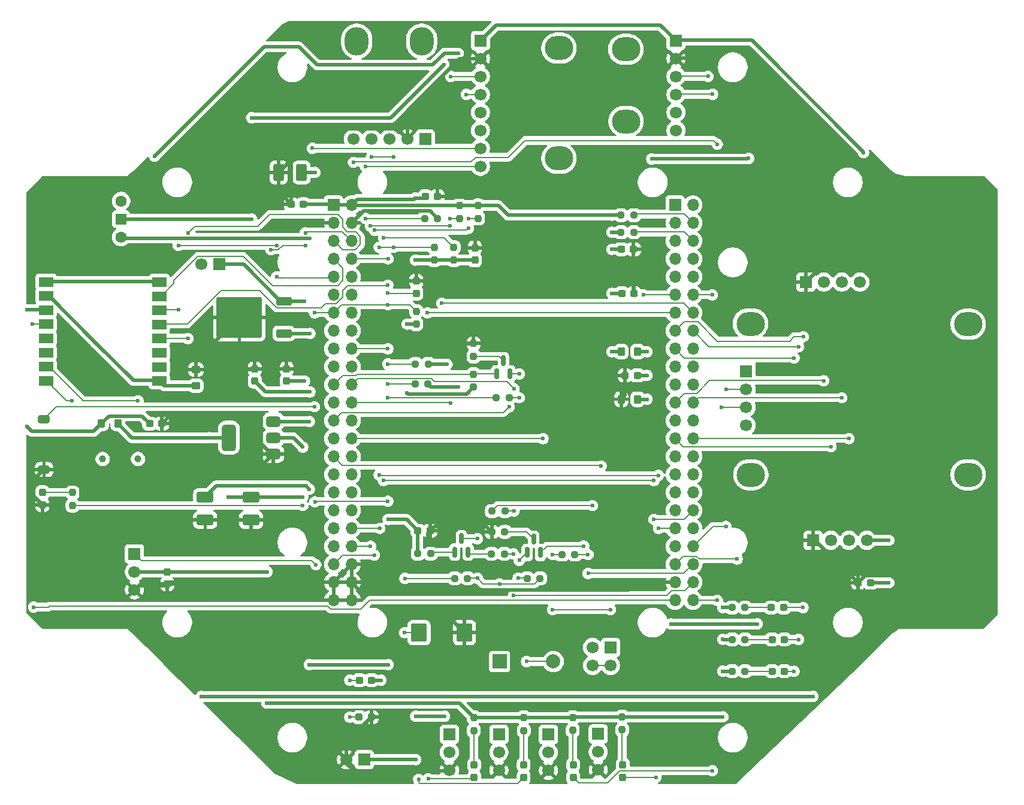
<source format=gbr>
%TF.GenerationSoftware,KiCad,Pcbnew,9.0.2*%
%TF.CreationDate,2025-07-11T17:47:35+09:00*%
%TF.ProjectId,Drone_FC_V1.0,44726f6e-655f-4464-935f-56312e302e6b,rev?*%
%TF.SameCoordinates,Original*%
%TF.FileFunction,Copper,L1,Top*%
%TF.FilePolarity,Positive*%
%FSLAX46Y46*%
G04 Gerber Fmt 4.6, Leading zero omitted, Abs format (unit mm)*
G04 Created by KiCad (PCBNEW 9.0.2) date 2025-07-11 17:47:35*
%MOMM*%
%LPD*%
G01*
G04 APERTURE LIST*
G04 Aperture macros list*
%AMRoundRect*
0 Rectangle with rounded corners*
0 $1 Rounding radius*
0 $2 $3 $4 $5 $6 $7 $8 $9 X,Y pos of 4 corners*
0 Add a 4 corners polygon primitive as box body*
4,1,4,$2,$3,$4,$5,$6,$7,$8,$9,$2,$3,0*
0 Add four circle primitives for the rounded corners*
1,1,$1+$1,$2,$3*
1,1,$1+$1,$4,$5*
1,1,$1+$1,$6,$7*
1,1,$1+$1,$8,$9*
0 Add four rect primitives between the rounded corners*
20,1,$1+$1,$2,$3,$4,$5,0*
20,1,$1+$1,$4,$5,$6,$7,0*
20,1,$1+$1,$6,$7,$8,$9,0*
20,1,$1+$1,$8,$9,$2,$3,0*%
G04 Aperture macros list end*
%TA.AperFunction,SMDPad,CuDef*%
%ADD10RoundRect,0.237500X0.237500X-0.250000X0.237500X0.250000X-0.237500X0.250000X-0.237500X-0.250000X0*%
%TD*%
%TA.AperFunction,SMDPad,CuDef*%
%ADD11RoundRect,0.250001X-0.944999X0.507499X-0.944999X-0.507499X0.944999X-0.507499X0.944999X0.507499X0*%
%TD*%
%TA.AperFunction,SMDPad,CuDef*%
%ADD12RoundRect,0.237500X-0.250000X-0.237500X0.250000X-0.237500X0.250000X0.237500X-0.250000X0.237500X0*%
%TD*%
%TA.AperFunction,WasherPad*%
%ADD13O,4.000000X3.400000*%
%TD*%
%TA.AperFunction,ComponentPad*%
%ADD14R,1.700000X1.700000*%
%TD*%
%TA.AperFunction,ComponentPad*%
%ADD15C,1.700000*%
%TD*%
%TA.AperFunction,SMDPad,CuDef*%
%ADD16RoundRect,0.237500X0.237500X-0.300000X0.237500X0.300000X-0.237500X0.300000X-0.237500X-0.300000X0*%
%TD*%
%TA.AperFunction,ComponentPad*%
%ADD17C,3.600000*%
%TD*%
%TA.AperFunction,ConnectorPad*%
%ADD18C,6.400000*%
%TD*%
%TA.AperFunction,SMDPad,CuDef*%
%ADD19RoundRect,0.250001X-0.872499X-1.044999X0.872499X-1.044999X0.872499X1.044999X-0.872499X1.044999X0*%
%TD*%
%TA.AperFunction,ComponentPad*%
%ADD20R,1.500000X1.500000*%
%TD*%
%TA.AperFunction,ComponentPad*%
%ADD21C,1.600000*%
%TD*%
%TA.AperFunction,ComponentPad*%
%ADD22C,1.000000*%
%TD*%
%TA.AperFunction,SMDPad,CuDef*%
%ADD23R,2.000000X1.350000*%
%TD*%
%TA.AperFunction,SMDPad,CuDef*%
%ADD24RoundRect,0.237500X-0.300000X-0.237500X0.300000X-0.237500X0.300000X0.237500X-0.300000X0.237500X0*%
%TD*%
%TA.AperFunction,SMDPad,CuDef*%
%ADD25RoundRect,0.237500X0.300000X0.237500X-0.300000X0.237500X-0.300000X-0.237500X0.300000X-0.237500X0*%
%TD*%
%TA.AperFunction,SMDPad,CuDef*%
%ADD26RoundRect,0.237500X-0.237500X0.300000X-0.237500X-0.300000X0.237500X-0.300000X0.237500X0.300000X0*%
%TD*%
%TA.AperFunction,SMDPad,CuDef*%
%ADD27RoundRect,0.282500X0.537500X-0.282500X0.537500X0.282500X-0.537500X0.282500X-0.537500X-0.282500X0*%
%TD*%
%TA.AperFunction,SMDPad,CuDef*%
%ADD28RoundRect,0.287500X0.532500X-0.287500X0.532500X0.287500X-0.532500X0.287500X-0.532500X-0.287500X0*%
%TD*%
%TA.AperFunction,SMDPad,CuDef*%
%ADD29RoundRect,0.237500X0.237500X-0.287500X0.237500X0.287500X-0.237500X0.287500X-0.237500X-0.287500X0*%
%TD*%
%TA.AperFunction,SMDPad,CuDef*%
%ADD30RoundRect,0.237500X-0.237500X0.250000X-0.237500X-0.250000X0.237500X-0.250000X0.237500X0.250000X0*%
%TD*%
%TA.AperFunction,SMDPad,CuDef*%
%ADD31RoundRect,0.237500X0.287500X0.237500X-0.287500X0.237500X-0.287500X-0.237500X0.287500X-0.237500X0*%
%TD*%
%TA.AperFunction,SMDPad,CuDef*%
%ADD32RoundRect,0.150000X0.150000X-0.587500X0.150000X0.587500X-0.150000X0.587500X-0.150000X-0.587500X0*%
%TD*%
%TA.AperFunction,SMDPad,CuDef*%
%ADD33RoundRect,0.250000X0.275000X0.350000X-0.275000X0.350000X-0.275000X-0.350000X0.275000X-0.350000X0*%
%TD*%
%TA.AperFunction,SMDPad,CuDef*%
%ADD34RoundRect,0.375000X0.625000X0.375000X-0.625000X0.375000X-0.625000X-0.375000X0.625000X-0.375000X0*%
%TD*%
%TA.AperFunction,SMDPad,CuDef*%
%ADD35RoundRect,0.500000X0.500000X1.400000X-0.500000X1.400000X-0.500000X-1.400000X0.500000X-1.400000X0*%
%TD*%
%TA.AperFunction,SMDPad,CuDef*%
%ADD36RoundRect,0.250000X0.850000X0.350000X-0.850000X0.350000X-0.850000X-0.350000X0.850000X-0.350000X0*%
%TD*%
%TA.AperFunction,SMDPad,CuDef*%
%ADD37RoundRect,0.249997X2.950003X2.650003X-2.950003X2.650003X-2.950003X-2.650003X2.950003X-2.650003X0*%
%TD*%
%TA.AperFunction,SMDPad,CuDef*%
%ADD38RoundRect,0.237500X0.250000X0.237500X-0.250000X0.237500X-0.250000X-0.237500X0.250000X-0.237500X0*%
%TD*%
%TA.AperFunction,WasherPad*%
%ADD39O,3.400000X4.000000*%
%TD*%
%TA.AperFunction,SMDPad,CuDef*%
%ADD40RoundRect,0.250000X-0.275000X-0.350000X0.275000X-0.350000X0.275000X0.350000X-0.275000X0.350000X0*%
%TD*%
%TA.AperFunction,ComponentPad*%
%ADD41O,1.700000X1.700000*%
%TD*%
%TA.AperFunction,SMDPad,CuDef*%
%ADD42RoundRect,0.250000X0.350000X-0.275000X0.350000X0.275000X-0.350000X0.275000X-0.350000X-0.275000X0*%
%TD*%
%TA.AperFunction,SMDPad,CuDef*%
%ADD43RoundRect,0.250001X0.507499X0.944999X-0.507499X0.944999X-0.507499X-0.944999X0.507499X-0.944999X0*%
%TD*%
%TA.AperFunction,ComponentPad*%
%ADD44R,2.000000X2.000000*%
%TD*%
%TA.AperFunction,ComponentPad*%
%ADD45C,2.000000*%
%TD*%
%TA.AperFunction,ViaPad*%
%ADD46C,0.600000*%
%TD*%
%TA.AperFunction,Conductor*%
%ADD47C,0.500000*%
%TD*%
%TA.AperFunction,Conductor*%
%ADD48C,0.200000*%
%TD*%
G04 APERTURE END LIST*
D10*
%TO.P,R22,1*%
%TO.N,+3.3V*%
X142110000Y-72892500D03*
%TO.P,R22,2*%
%TO.N,PD12_I2C4_SCL*%
X142110000Y-71067500D03*
%TD*%
%TO.P,R1,1*%
%TO.N,+3.3V*%
X136830000Y-81940000D03*
%TO.P,R1,2*%
%TO.N,reset*%
X136830000Y-80115000D03*
%TD*%
D11*
%TO.P,C3,1*%
%TO.N,+5V*%
X107000000Y-106372500D03*
%TO.P,C3,2*%
%TO.N,DGND*%
X107000000Y-109627500D03*
%TD*%
D12*
%TO.P,R15,1*%
%TO.N,Net-(J6-Pin_1)*%
X157410000Y-114522500D03*
%TO.P,R15,2*%
%TO.N,PB15_BZ_PULSE*%
X159235000Y-114522500D03*
%TD*%
D13*
%TO.P,U8,*%
%TO.N,*%
X166445000Y-43100000D03*
X166470000Y-53275000D03*
D14*
%TO.P,U8,1,Pin_1*%
%TO.N,+3.3V*%
X173520000Y-41850000D03*
D15*
%TO.P,U8,2,Pin_2*%
%TO.N,DGND*%
X173520000Y-44390000D03*
%TO.P,U8,3,Pin_3*%
%TO.N,PB8_I2C1_SCL*%
X173520000Y-46930000D03*
%TO.P,U8,4,Pin_4*%
%TO.N,PB7_I2C1_SDA*%
X173520000Y-49470000D03*
%TO.P,U8,5,Pin_5*%
%TO.N,unconnected-(U8-Pin_5-Pad5)*%
X173520000Y-52010000D03*
%TO.P,U8,6,Pin_6*%
%TO.N,unconnected-(U8-Pin_6-Pad6)*%
X173520000Y-54550000D03*
%TD*%
D16*
%TO.P,C14,1*%
%TO.N,+3.3V*%
X145120000Y-72892500D03*
%TO.P,C14,2*%
%TO.N,DGND*%
X145120000Y-71167500D03*
%TD*%
D17*
%TO.P,H2,1,1*%
%TO.N,DGND*%
X211894444Y-68499999D03*
D18*
X211894444Y-68499999D03*
%TD*%
D19*
%TO.P,C15,1*%
%TO.N,Net-(C15-Pad1)*%
X137220000Y-125550000D03*
%TO.P,C15,2*%
%TO.N,DGND*%
X143635000Y-125550000D03*
%TD*%
D14*
%TO.P,J11,1,Pin_1*%
%TO.N,PB1_TIM_RR_PWM*%
X162539415Y-139881642D03*
D15*
%TO.P,J11,2,Pin_2*%
%TO.N,unconnected-(J11-Pin_2-Pad2)*%
X162539415Y-142421642D03*
%TO.P,J11,3,Pin_3*%
%TO.N,DGND*%
X162539415Y-144961642D03*
%TD*%
D20*
%TO.P,SW2,1,B*%
%TO.N,+drone_batt*%
X95120000Y-67090000D03*
D21*
%TO.P,SW2,2,C*%
%TO.N,+Drone_PWR*%
X95120000Y-69630000D03*
%TO.P,SW2,3,A*%
%TO.N,unconnected-(SW2-A-Pad3)*%
X95120000Y-64550000D03*
%TD*%
D22*
%TO.P,TP2,1,1*%
%TO.N,Net-(U6-Pin_7)*%
X97500000Y-101000000D03*
%TD*%
D23*
%TO.P,U6,1,Pin_1*%
%TO.N,AGND2*%
X84510000Y-75975000D03*
%TO.P,U6,2,Pin_2*%
X84510000Y-77975000D03*
%TO.P,U6,3,Pin_3*%
%TO.N,+3.3VA_LoRa*%
X84510000Y-79975000D03*
%TO.P,U6,4,Pin_4*%
%TO.N,PB13_LoRa_RESET*%
X84510000Y-81975000D03*
%TO.P,U6,5,Pin_5*%
%TO.N,unconnected-(U6-Pin_5-Pad5)*%
X84510000Y-83975000D03*
%TO.P,U6,6,Pin_6*%
%TO.N,unconnected-(U6-Pin_6-Pad6)*%
X84510000Y-85975000D03*
%TO.P,U6,7,Pin_7*%
%TO.N,Net-(U6-Pin_7)*%
X84510000Y-87975000D03*
%TO.P,U6,8,Pin_8*%
%TO.N,Net-(U6-Pin_8)*%
X84510000Y-89975000D03*
%TO.P,U6,9,Pin_9*%
%TO.N,AGND2*%
X100510000Y-90000000D03*
%TO.P,U6,10,Pin_10*%
%TO.N,unconnected-(U6-Pin_10-Pad10)*%
X100510000Y-88000000D03*
%TO.P,U6,11,Pin_11*%
%TO.N,unconnected-(U6-Pin_11-Pad11)*%
X100510000Y-86000000D03*
%TO.P,U6,12,Pin_12*%
%TO.N,PE2_SPI4_SCK*%
X100510000Y-84000000D03*
%TO.P,U6,13,Pin_13*%
%TO.N,PE5_SPI4_MISO*%
X100510000Y-82000000D03*
%TO.P,U6,14,Pin_14*%
%TO.N,PE6_SPI4_MOSI*%
X100510000Y-80000000D03*
%TO.P,U6,15,Pin_15*%
%TO.N,PE4_SPI4_NSS*%
X100510000Y-78000000D03*
%TO.P,U6,16,Pin_16*%
%TO.N,AGND2*%
X100510000Y-76000000D03*
%TD*%
D12*
%TO.P,R16,1*%
%TO.N,Net-(J6-Pin_3)*%
X147530000Y-108362500D03*
%TO.P,R16,2*%
%TO.N,PA4_DAC1_Output*%
X149355000Y-108362500D03*
%TD*%
%TO.P,R17,1*%
%TO.N,Net-(Q1-B)*%
X147450000Y-114417500D03*
%TO.P,R17,2*%
%TO.N,PB14_BZ_ON*%
X149275000Y-114417500D03*
%TD*%
D10*
%TO.P,R2,1*%
%TO.N,PE3_ALIVE*%
X88246206Y-107578441D03*
%TO.P,R2,2*%
%TO.N,Net-(D2-A)*%
X88246206Y-105753441D03*
%TD*%
D24*
%TO.P,C7,1*%
%TO.N,+3.3V*%
X165857500Y-77590000D03*
%TO.P,C7,2*%
%TO.N,DGND*%
X167582500Y-77590000D03*
%TD*%
D25*
%TO.P,C10,1*%
%TO.N,+3.3VA_GPSR*%
X168050000Y-89200000D03*
%TO.P,C10,2*%
%TO.N,DGND*%
X166325000Y-89200000D03*
%TD*%
D14*
%TO.P,J6,1,Pin_1*%
%TO.N,Net-(J6-Pin_1)*%
X164270000Y-127650000D03*
D15*
%TO.P,J6,2,Pin_2*%
%TO.N,Net-(J6-Pin_2)*%
X164270000Y-130190000D03*
%TO.P,J6,3,Pin_3*%
%TO.N,Net-(J6-Pin_3)*%
X161730000Y-127650000D03*
%TO.P,J6,4,Pin_4*%
%TO.N,Net-(J6-Pin_2)*%
X161730000Y-130190000D03*
%TD*%
D14*
%TO.P,J8,1,Pin_1*%
%TO.N,PA6_TIM_LF_PWM*%
X141500000Y-139920000D03*
D15*
%TO.P,J8,2,Pin_2*%
%TO.N,unconnected-(J8-Pin_2-Pad2)*%
X141500000Y-142460000D03*
%TO.P,J8,3,Pin_3*%
%TO.N,DGND*%
X141500000Y-145000000D03*
%TD*%
D26*
%TO.P,C17,1*%
%TO.N,+3.3V*%
X101640000Y-116957500D03*
%TO.P,C17,2*%
%TO.N,DGND*%
X101640000Y-118682500D03*
%TD*%
D11*
%TO.P,C5,1*%
%TO.N,+3.3V*%
X113500000Y-106372500D03*
%TO.P,C5,2*%
%TO.N,DGND*%
X113500000Y-109627500D03*
%TD*%
D24*
%TO.P,C16,1*%
%TO.N,+3.3V*%
X165810000Y-71360000D03*
%TO.P,C16,2*%
%TO.N,DGND*%
X167535000Y-71360000D03*
%TD*%
D27*
%TO.P,SW1,1,1*%
%TO.N,DGND*%
X84225000Y-102500000D03*
D28*
%TO.P,SW1,2,2*%
%TO.N,reset*%
X84220000Y-95405000D03*
%TD*%
D12*
%TO.P,R4,1*%
%TO.N,PA0_ADC3_ch0*%
X136647500Y-90410000D03*
%TO.P,R4,2*%
%TO.N,AGND2*%
X138472500Y-90410000D03*
%TD*%
D29*
%TO.P,D6,1,K*%
%TO.N,PD4_Drone_RLED*%
X145000000Y-146000000D03*
%TO.P,D6,2,A*%
%TO.N,Net-(D6-A)*%
X145000000Y-144250000D03*
%TD*%
D24*
%TO.P,C12,1*%
%TO.N,+5V*%
X137057500Y-111147500D03*
%TO.P,C12,2*%
%TO.N,DGND*%
X138782500Y-111147500D03*
%TD*%
D14*
%TO.P,J9,1,Pin_1*%
%TO.N,PA7_TIM_LR_PWM*%
X148500000Y-139920000D03*
D15*
%TO.P,J9,2,Pin_2*%
%TO.N,unconnected-(J9-Pin_2-Pad2)*%
X148500000Y-142460000D03*
%TO.P,J9,3,Pin_3*%
%TO.N,DGND*%
X148500000Y-145000000D03*
%TD*%
D30*
%TO.P,R9,1*%
%TO.N,+3.3V*%
X152020000Y-137557500D03*
%TO.P,R9,2*%
%TO.N,Net-(D7-A)*%
X152020000Y-139382500D03*
%TD*%
D12*
%TO.P,R7,1*%
%TO.N,+3.3V*%
X181457500Y-122020000D03*
%TO.P,R7,2*%
%TO.N,Net-(D5-A)*%
X183282500Y-122020000D03*
%TD*%
D29*
%TO.P,D7,1,K*%
%TO.N,PD5_Drone_YLED*%
X152000000Y-146000000D03*
%TO.P,D7,2,A*%
%TO.N,Net-(D7-A)*%
X152000000Y-144250000D03*
%TD*%
%TO.P,D9,1,K*%
%TO.N,PD7_Drone_WLED*%
X166000000Y-146000000D03*
%TO.P,D9,2,A*%
%TO.N,Net-(D9-A)*%
X166000000Y-144250000D03*
%TD*%
D10*
%TO.P,R12,1*%
%TO.N,PB11_I2C2_SDA*%
X145560000Y-67002500D03*
%TO.P,R12,2*%
%TO.N,+3.3V*%
X145560000Y-65177500D03*
%TD*%
D31*
%TO.P,D1,1,K*%
%TO.N,DGND*%
X130500000Y-137500000D03*
%TO.P,D1,2,A*%
%TO.N,Net-(D1-A)*%
X128750000Y-137500000D03*
%TD*%
D12*
%TO.P,R5,1*%
%TO.N,+3.3V*%
X181457500Y-131000000D03*
%TO.P,R5,2*%
%TO.N,Net-(D3-A)*%
X183282500Y-131000000D03*
%TD*%
D32*
%TO.P,Q3,1,C*%
%TO.N,PA3_USRART2_Rx*%
X148180000Y-88987500D03*
%TO.P,Q3,2,B*%
%TO.N,Net-(Q3-B)*%
X150080000Y-88987500D03*
%TO.P,Q3,3,E*%
%TO.N,Net-(Q3-E)*%
X149130000Y-87112500D03*
%TD*%
D13*
%TO.P,U4,*%
%TO.N,*%
X156990000Y-42935000D03*
X156990000Y-58510000D03*
D14*
%TO.P,U4,1,Pin_1*%
%TO.N,+3.3V*%
X145890000Y-41860000D03*
D15*
%TO.P,U4,2,Pin_2*%
%TO.N,DGND*%
X145890000Y-44400000D03*
%TO.P,U4,3,Pin_3*%
%TO.N,PB10_I2C2_SCL*%
X145890000Y-46940000D03*
%TO.P,U4,4,Pin_4*%
%TO.N,PB11_I2C2_SDA*%
X145890000Y-49480000D03*
%TO.P,U4,5,Pin_5*%
%TO.N,unconnected-(U4-Pin_5-Pad5)*%
X145890000Y-52020000D03*
%TO.P,U4,6,Pin_6*%
%TO.N,unconnected-(U4-Pin_6-Pad6)*%
X145890000Y-54560000D03*
%TO.P,U4,7,Pin_7*%
%TO.N,PE15_VDO*%
X145890000Y-57100000D03*
%TO.P,U4,8,Pin_8*%
%TO.N,PE14_INT*%
X145890000Y-59640000D03*
%TD*%
D30*
%TO.P,R28,1*%
%TO.N,DGND*%
X144920000Y-84680000D03*
%TO.P,R28,2*%
%TO.N,Net-(Q3-E)*%
X144920000Y-86505000D03*
%TD*%
D12*
%TO.P,R6,1*%
%TO.N,+3.3V*%
X181460000Y-126520000D03*
%TO.P,R6,2*%
%TO.N,Net-(D4-A)*%
X183285000Y-126520000D03*
%TD*%
D33*
%TO.P,FB3,1*%
%TO.N,AGND1*%
X168090000Y-92560000D03*
%TO.P,FB3,2*%
%TO.N,DGND*%
X165790000Y-92560000D03*
%TD*%
D34*
%TO.P,U1,1,GND*%
%TO.N,DGND*%
X116650000Y-100300000D03*
%TO.P,U1,2,VO*%
%TO.N,+3.3V*%
X116650000Y-98000000D03*
D35*
X110350000Y-98000000D03*
D34*
%TO.P,U1,3,VI*%
%TO.N,+5V*%
X116650000Y-95700000D03*
%TD*%
D32*
%TO.P,Q2,1,C*%
%TO.N,Net-(BZ1--)*%
X152480000Y-114230000D03*
%TO.P,Q2,2,B*%
%TO.N,Net-(J6-Pin_2)*%
X154380000Y-114230000D03*
%TO.P,Q2,3,E*%
%TO.N,Net-(Q2-E)*%
X153430000Y-112355000D03*
%TD*%
D24*
%TO.P,C11,1*%
%TO.N,+3.3V*%
X138077500Y-63880000D03*
%TO.P,C11,2*%
%TO.N,DGND*%
X139802500Y-63880000D03*
%TD*%
D12*
%TO.P,R27,1*%
%TO.N,+5V*%
X137035000Y-114387500D03*
%TO.P,R27,2*%
%TO.N,Net-(Q1-C)*%
X138860000Y-114387500D03*
%TD*%
%TO.P,R20,1*%
%TO.N,Net-(C15-Pad1)*%
X142255000Y-117880000D03*
%TO.P,R20,2*%
%TO.N,Net-(BZ1-+)*%
X144080000Y-117880000D03*
%TD*%
%TO.P,R19,1*%
%TO.N,DGND*%
X147505000Y-111312500D03*
%TO.P,R19,2*%
%TO.N,Net-(Q2-E)*%
X149330000Y-111312500D03*
%TD*%
D16*
%TO.P,C6,1*%
%TO.N,+5V*%
X118500000Y-90000000D03*
%TO.P,C6,2*%
%TO.N,DGND*%
X118500000Y-88275000D03*
%TD*%
D14*
%TO.P,J4,1,Pin_1*%
%TO.N,DGND*%
X191880000Y-76000000D03*
D15*
%TO.P,J4,2,Pin_2*%
%TO.N,PA14_SWCLK*%
X194420000Y-76000000D03*
%TO.P,J4,3,Pin_3*%
%TO.N,PA13_SWDIO*%
X196960000Y-76000000D03*
%TO.P,J4,4,Pin_4*%
%TO.N,+3.3V*%
X199500000Y-76000000D03*
%TD*%
D30*
%TO.P,R11,1*%
%TO.N,+3.3V*%
X165930000Y-137465000D03*
%TO.P,R11,2*%
%TO.N,Net-(D9-A)*%
X165930000Y-139290000D03*
%TD*%
D14*
%TO.P,J7,1,Pin_1*%
%TO.N,Net-(J7-Pin_1)*%
X97000000Y-114420000D03*
D15*
%TO.P,J7,2,Pin_2*%
%TO.N,+3.3V*%
X97000000Y-116960000D03*
%TO.P,J7,3,Pin_3*%
%TO.N,DGND*%
X97000000Y-119500000D03*
%TD*%
D24*
%TO.P,C13,1*%
%TO.N,+3.3VA_LoRa*%
X99150000Y-96000000D03*
%TO.P,C13,2*%
%TO.N,DGND*%
X100875000Y-96000000D03*
%TD*%
D36*
%TO.P,U2,1,VI*%
%TO.N,+Drone_PWR*%
X118125000Y-83255000D03*
D37*
%TO.P,U2,2,GND*%
%TO.N,DGND*%
X111825000Y-80975000D03*
D36*
%TO.P,U2,3,VO*%
%TO.N,+5V*%
X118125000Y-78695000D03*
%TD*%
D30*
%TO.P,R13,1*%
%TO.N,+3.3V*%
X142910000Y-65187500D03*
%TO.P,R13,2*%
%TO.N,PB10_I2C2_SCL*%
X142910000Y-67012500D03*
%TD*%
D14*
%TO.P,J1,1,Pin_1*%
%TO.N,DGND*%
X192880000Y-112500000D03*
D15*
%TO.P,J1,2,Pin_2*%
%TO.N,PA10_US1_Rx*%
X195420000Y-112500000D03*
%TO.P,J1,3,Pin_3*%
%TO.N,PA9_US1_Tx*%
X197960000Y-112500000D03*
%TO.P,J1,4,Pin_4*%
%TO.N,+5VP*%
X200500000Y-112500000D03*
%TD*%
D10*
%TO.P,R26,1*%
%TO.N,+3.3V*%
X144910000Y-90842500D03*
%TO.P,R26,2*%
%TO.N,PA3_USRART2_Rx*%
X144910000Y-89017500D03*
%TD*%
D31*
%TO.P,D3,1,K*%
%TO.N,PD1_Drone_RSSI1_BLED*%
X188850000Y-131010000D03*
%TO.P,D3,2,A*%
%TO.N,Net-(D3-A)*%
X187100000Y-131010000D03*
%TD*%
D12*
%TO.P,R14,1*%
%TO.N,PE14_INT*%
X138000000Y-67000000D03*
%TO.P,R14,2*%
%TO.N,DGND*%
X139825000Y-67000000D03*
%TD*%
D17*
%TO.P,H3,1,1*%
%TO.N,DGND*%
X211894444Y-117553823D03*
D18*
X211894444Y-117553823D03*
%TD*%
D14*
%TO.P,J3,1,Pin_1*%
%TO.N,+5V*%
X109000000Y-73500000D03*
D15*
%TO.P,J3,2,Pin_2*%
%TO.N,+5VP*%
X106460000Y-73500000D03*
%TD*%
D38*
%TO.P,R23,1*%
%TO.N,PB7_I2C1_SDA*%
X167575000Y-68960000D03*
%TO.P,R23,2*%
%TO.N,+3.3V*%
X165750000Y-68960000D03*
%TD*%
%TO.P,R3,1*%
%TO.N,+drone_batt*%
X138530000Y-87570000D03*
%TO.P,R3,2*%
%TO.N,PA0_ADC3_ch0*%
X136705000Y-87570000D03*
%TD*%
D17*
%TO.P,H1,1,1*%
%TO.N,DGND*%
X89000000Y-117553823D03*
D18*
X89000000Y-117553823D03*
%TD*%
D39*
%TO.P,U5,*%
%TO.N,*%
X137601890Y-41955378D03*
X128401890Y-41955378D03*
D14*
%TO.P,U5,1,Pin_1*%
%TO.N,+3.3V*%
X138106890Y-55755378D03*
D15*
%TO.P,U5,2,Pin_2*%
%TO.N,DGND*%
X135566890Y-55755378D03*
%TO.P,U5,3,Pin_3*%
%TO.N,PD12_I2C4_SCL*%
X133026890Y-55755378D03*
%TO.P,U5,4,Pin_4*%
%TO.N,PD13_I2C4_SDA*%
X130486890Y-55755378D03*
%TO.P,U5,5,Pin_5*%
%TO.N,PB12_HMC5883_DRDY*%
X127946890Y-55755378D03*
%TD*%
D12*
%TO.P,R18,1*%
%TO.N,Net-(BZ1--)*%
X152487500Y-117890000D03*
%TO.P,R18,2*%
%TO.N,Net-(BZ1-+)*%
X154312500Y-117890000D03*
%TD*%
D29*
%TO.P,D2,1,K*%
%TO.N,DGND*%
X84000000Y-107500000D03*
%TO.P,D2,2,A*%
%TO.N,Net-(D2-A)*%
X84000000Y-105750000D03*
%TD*%
D16*
%TO.P,C4,1*%
%TO.N,+Drone_PWR*%
X114000000Y-90000000D03*
%TO.P,C4,2*%
%TO.N,DGND*%
X114000000Y-88275000D03*
%TD*%
D30*
%TO.P,R21,1*%
%TO.N,PD13_I2C4_SDA*%
X139360000Y-71087500D03*
%TO.P,R21,2*%
%TO.N,+3.3V*%
X139360000Y-72912500D03*
%TD*%
D25*
%TO.P,300R/1608,1*%
%TO.N,+5V*%
X130490269Y-132272078D03*
%TO.P,300R/1608,2*%
%TO.N,Net-(D1-A)*%
X128765269Y-132272078D03*
%TD*%
D29*
%TO.P,D8,1,K*%
%TO.N,PD6_Drone_GLED*%
X159000000Y-146000000D03*
%TO.P,D8,2,A*%
%TO.N,Net-(D8-A)*%
X159000000Y-144250000D03*
%TD*%
D40*
%TO.P,FB2,1*%
%TO.N,+3.3VA_LoRa*%
X92350000Y-96000000D03*
%TO.P,FB2,2*%
%TO.N,+3.3V*%
X94650000Y-96000000D03*
%TD*%
D30*
%TO.P,R10,1*%
%TO.N,+3.3V*%
X158930000Y-137552500D03*
%TO.P,R10,2*%
%TO.N,Net-(D8-A)*%
X158930000Y-139377500D03*
%TD*%
D14*
%TO.P,J2,1,Pin_1*%
%TO.N,+drone_batt*%
X129500000Y-143500000D03*
D15*
%TO.P,J2,2,Pin_2*%
%TO.N,DGND*%
X126960000Y-143500000D03*
%TD*%
D14*
%TO.P,J5,1,Pin_1*%
%TO.N,+3.3V*%
X125125000Y-65100000D03*
D41*
%TO.P,J5,2,Pin_2*%
X127665000Y-65100000D03*
%TO.P,J5,3,Pin_3*%
%TO.N,DGND*%
X125125000Y-67640000D03*
%TO.P,J5,4,Pin_4*%
X127665000Y-67640000D03*
%TO.P,J5,5,Pin_5*%
%TO.N,PE2_SPI4_SCK*%
X125125000Y-70180000D03*
%TO.P,J5,6,Pin_6*%
%TO.N,PE3_ALIVE*%
X127665000Y-70180000D03*
%TO.P,J5,7,Pin_7*%
%TO.N,PE4_SPI4_NSS*%
X125125000Y-72720000D03*
%TO.P,J5,8,Pin_8*%
%TO.N,PE5_SPI4_MISO*%
X127665000Y-72720000D03*
%TO.P,J5,9,Pin_9*%
%TO.N,PE6_SPI4_MOSI*%
X125125000Y-75260000D03*
%TO.P,J5,10,Pin_10*%
%TO.N,unconnected-(J5-Pin_10-Pad10)*%
X127665000Y-75260000D03*
%TO.P,J5,11,Pin_11*%
%TO.N,unconnected-(J5-Pin_11-Pad11)*%
X125125000Y-77800000D03*
%TO.P,J5,12,Pin_12*%
%TO.N,unconnected-(J5-Pin_12-Pad12)*%
X127665000Y-77800000D03*
%TO.P,J5,13,Pin_13*%
%TO.N,reset*%
X125125000Y-80340000D03*
%TO.P,J5,14,Pin_14*%
%TO.N,unconnected-(J5-Pin_14-Pad14)*%
X127665000Y-80340000D03*
%TO.P,J5,15,Pin_15*%
%TO.N,unconnected-(J5-Pin_15-Pad15)*%
X125125000Y-82880000D03*
%TO.P,J5,16,Pin_16*%
%TO.N,unconnected-(J5-Pin_16-Pad16)*%
X127665000Y-82880000D03*
%TO.P,J5,17,Pin_17*%
%TO.N,unconnected-(J5-Pin_17-Pad17)*%
X125125000Y-85420000D03*
%TO.P,J5,18,Pin_18*%
%TO.N,PA0_ADC3_ch0*%
X127665000Y-85420000D03*
%TO.P,J5,19,Pin_19*%
%TO.N,unconnected-(J5-Pin_19-Pad19)*%
X125125000Y-87960000D03*
%TO.P,J5,20,Pin_20*%
%TO.N,unconnected-(J5-Pin_20-Pad20)*%
X127665000Y-87960000D03*
%TO.P,J5,21,Pin_21*%
%TO.N,PA3_USRART2_Rx*%
X125125000Y-90500000D03*
%TO.P,J5,22,Pin_22*%
%TO.N,PA4_DAC1_Output*%
X127665000Y-90500000D03*
%TO.P,J5,23,Pin_23*%
%TO.N,unconnected-(J5-Pin_23-Pad23)*%
X125125000Y-93040000D03*
%TO.P,J5,24,Pin_24*%
%TO.N,PA6_TIM_LF_PWM*%
X127665000Y-93040000D03*
%TO.P,J5,25,Pin_25*%
%TO.N,PA7_TIM_LR_PWM*%
X125125000Y-95580000D03*
%TO.P,J5,26,Pin_26*%
%TO.N,unconnected-(J5-Pin_26-Pad26)*%
X127665000Y-95580000D03*
%TO.P,J5,27,Pin_27*%
%TO.N,unconnected-(J5-Pin_27-Pad27)*%
X125125000Y-98120000D03*
%TO.P,J5,28,Pin_28*%
%TO.N,PB0_TIM_RF_PWM*%
X127665000Y-98120000D03*
%TO.P,J5,29,Pin_29*%
%TO.N,PB1_TIM_RR_PWM*%
X125125000Y-100660000D03*
%TO.P,J5,30,Pin_30*%
%TO.N,unconnected-(J5-Pin_30-Pad30)*%
X127665000Y-100660000D03*
%TO.P,J5,31,Pin_31*%
%TO.N,unconnected-(J5-Pin_31-Pad31)*%
X125125000Y-103200000D03*
%TO.P,J5,32,Pin_32*%
%TO.N,unconnected-(J5-Pin_32-Pad32)*%
X127665000Y-103200000D03*
%TO.P,J5,33,Pin_33*%
%TO.N,unconnected-(J5-Pin_33-Pad33)*%
X125125000Y-105740000D03*
%TO.P,J5,34,Pin_34*%
%TO.N,unconnected-(J5-Pin_34-Pad34)*%
X127665000Y-105740000D03*
%TO.P,J5,35,Pin_35*%
%TO.N,unconnected-(J5-Pin_35-Pad35)*%
X125125000Y-108280000D03*
%TO.P,J5,36,Pin_36*%
%TO.N,unconnected-(J5-Pin_36-Pad36)*%
X127665000Y-108280000D03*
%TO.P,J5,37,Pin_37*%
%TO.N,unconnected-(J5-Pin_37-Pad37)*%
X125125000Y-110820000D03*
%TO.P,J5,38,Pin_38*%
%TO.N,PE14_INT*%
X127665000Y-110820000D03*
%TO.P,J5,39,Pin_39*%
%TO.N,PE15_VDO*%
X125125000Y-113360000D03*
%TO.P,J5,40,Pin_40*%
%TO.N,PB10_I2C2_SCL*%
X127665000Y-113360000D03*
%TO.P,J5,41,Pin_41*%
%TO.N,PB11_I2C2_SDA*%
X125125000Y-115900000D03*
%TO.P,J5,42,Pin_42*%
%TO.N,DGND*%
X127665000Y-115900000D03*
%TO.P,J5,43,Pin_43*%
X125125000Y-118440000D03*
%TO.P,J5,44,Pin_44*%
X127665000Y-118440000D03*
%TO.P,J5,45,Pin_45*%
X125125000Y-120980000D03*
%TO.P,J5,46,Pin_46*%
X127665000Y-120980000D03*
D14*
%TO.P,J5,51,Pin_51*%
%TO.N,unconnected-(J5-Pin_51-Pad51)*%
X173385000Y-65100000D03*
D41*
%TO.P,J5,52,Pin_52*%
%TO.N,unconnected-(J5-Pin_52-Pad52)*%
X175925000Y-65100000D03*
%TO.P,J5,53,Pin_53*%
%TO.N,unconnected-(J5-Pin_53-Pad53)*%
X173385000Y-67640000D03*
%TO.P,J5,54,Pin_54*%
%TO.N,PB8_I2C1_SCL*%
X175925000Y-67640000D03*
%TO.P,J5,55,Pin_55*%
%TO.N,unconnected-(J5-Pin_55-Pad55)*%
X173385000Y-70180000D03*
%TO.P,J5,56,Pin_56*%
%TO.N,PB7_I2C1_SDA*%
X175925000Y-70180000D03*
%TO.P,J5,57,Pin_57*%
%TO.N,unconnected-(J5-Pin_57-Pad57)*%
X173385000Y-72720000D03*
%TO.P,J5,58,Pin_58*%
%TO.N,unconnected-(J5-Pin_58-Pad58)*%
X175925000Y-72720000D03*
%TO.P,J5,59,Pin_59*%
%TO.N,unconnected-(J5-Pin_59-Pad59)*%
X173385000Y-75260000D03*
%TO.P,J5,60,Pin_60*%
%TO.N,unconnected-(J5-Pin_60-Pad60)*%
X175925000Y-75260000D03*
%TO.P,J5,61,Pin_61*%
%TO.N,PD7_Drone_WLED*%
X173385000Y-77800000D03*
%TO.P,J5,62,Pin_12*%
%TO.N,PD6_Drone_GLED*%
X175925000Y-77800000D03*
%TO.P,J5,63,Pin_63*%
%TO.N,PD5_Drone_YLED*%
X173385000Y-80340000D03*
%TO.P,J5,64,Pin_64*%
%TO.N,PD4_Drone_RLED*%
X175925000Y-80340000D03*
%TO.P,J5,65,Pin_65*%
%TO.N,PD3_Drone_RSSI3_BLED*%
X173385000Y-82880000D03*
%TO.P,J5,66,Pin_66*%
%TO.N,PD2_Drone_RSSI2_BLED*%
X175925000Y-82880000D03*
%TO.P,J5,67,Pin_17*%
%TO.N,PD1_Drone_RSSI1_BLED*%
X173385000Y-85420000D03*
%TO.P,J5,68,Pin_68*%
%TO.N,unconnected-(J5-Pin_68-Pad68)*%
X175925000Y-85420000D03*
%TO.P,J5,69,Pin_69*%
%TO.N,unconnected-(J5-Pin_69-Pad69)*%
X173385000Y-87960000D03*
%TO.P,J5,70,Pin_70*%
%TO.N,unconnected-(J5-Pin_70-Pad70)*%
X175925000Y-87960000D03*
%TO.P,J5,71,Pin_71*%
%TO.N,unconnected-(J5-Pin_71-Pad71)*%
X173385000Y-90500000D03*
%TO.P,J5,72,Pin_72*%
%TO.N,unconnected-(J5-Pin_72-Pad72)*%
X175925000Y-90500000D03*
%TO.P,J5,73,Pin_73*%
%TO.N,PA14_SWCLK*%
X173385000Y-93040000D03*
%TO.P,J5,74,Pin_74*%
%TO.N,PA13_SWDIO*%
X175925000Y-93040000D03*
%TO.P,J5,75,Pin_75*%
%TO.N,unconnected-(J5-Pin_75-Pad75)*%
X173385000Y-95580000D03*
%TO.P,J5,76,Pin_76*%
%TO.N,unconnected-(J5-Pin_76-Pad76)*%
X175925000Y-95580000D03*
%TO.P,J5,77,Pin_77*%
%TO.N,PA10_US1_Rx*%
X173385000Y-98120000D03*
%TO.P,J5,78,Pin_78*%
%TO.N,PA9_US1_Tx*%
X175925000Y-98120000D03*
%TO.P,J5,79,Pin_79*%
%TO.N,unconnected-(J5-Pin_79-Pad79)*%
X173385000Y-100660000D03*
%TO.P,J5,80,Pin_80*%
%TO.N,unconnected-(J5-Pin_80-Pad80)*%
X175925000Y-100660000D03*
%TO.P,J5,81,Pin_81*%
%TO.N,unconnected-(J5-Pin_81-Pad81)*%
X173385000Y-103200000D03*
%TO.P,J5,82,Pin_82*%
%TO.N,unconnected-(J5-Pin_82-Pad82)*%
X175925000Y-103200000D03*
%TO.P,J5,83,Pin_83*%
%TO.N,unconnected-(J5-Pin_83-Pad83)*%
X173385000Y-105740000D03*
%TO.P,J5,84,Pin_84*%
%TO.N,unconnected-(J5-Pin_84-Pad84)*%
X175925000Y-105740000D03*
%TO.P,J5,85,Pin_85*%
%TO.N,unconnected-(J5-Pin_85-Pad85)*%
X173385000Y-108280000D03*
%TO.P,J5,86,Pin_86*%
%TO.N,PD12_I2C4_SCL*%
X175925000Y-108280000D03*
%TO.P,J5,87,Pin_87*%
%TO.N,PD13_I2C4_SDA*%
X173385000Y-110820000D03*
%TO.P,J5,88,Pin_88*%
%TO.N,unconnected-(J5-Pin_88-Pad88)*%
X175925000Y-110820000D03*
%TO.P,J5,89,Pin_89*%
%TO.N,unconnected-(J5-Pin_89-Pad89)*%
X173385000Y-113360000D03*
%TO.P,J5,90,Pin_90*%
%TO.N,PD9_USART3_RX*%
X175925000Y-113360000D03*
%TO.P,J5,91,Pin_91*%
%TO.N,PD8_USART3_Tx*%
X173385000Y-115900000D03*
%TO.P,J5,92,Pin_92*%
%TO.N,PB15_BZ_PULSE*%
X175925000Y-115900000D03*
%TO.P,J5,93,Pin_93*%
%TO.N,DGND*%
X173385000Y-118440000D03*
%TO.P,J5,94,Pin_94*%
%TO.N,PB14_BZ_ON*%
X175925000Y-118440000D03*
%TO.P,J5,95,Pin_95*%
%TO.N,PB13_LoRa_RESET*%
X173385000Y-120980000D03*
%TO.P,J5,96,Pin_96*%
%TO.N,PB12_HMC5883_DRDY*%
X175925000Y-120980000D03*
%TD*%
D13*
%TO.P,U3,*%
%TO.N,*%
X184100000Y-103250000D03*
X214800000Y-103250000D03*
X214800000Y-81950000D03*
X184050000Y-81900000D03*
D14*
%TO.P,U3,1,Pin_1*%
%TO.N,+3.3VA_GPSR*%
X183450000Y-88640000D03*
D15*
%TO.P,U3,2,Pin_2*%
%TO.N,PD9_USART3_RX*%
X183450000Y-91180000D03*
%TO.P,U3,3,Pin_3*%
%TO.N,PD8_USART3_Tx*%
X183450000Y-93720000D03*
%TO.P,U3,4,Pin_4*%
%TO.N,AGND1*%
X183450000Y-96260000D03*
%TD*%
D32*
%TO.P,Q1,1,C*%
%TO.N,Net-(Q1-C)*%
X142260000Y-114157500D03*
%TO.P,Q1,2,B*%
%TO.N,Net-(Q1-B)*%
X144160000Y-114157500D03*
%TO.P,Q1,3,E*%
%TO.N,Net-(BZ1-+)*%
X143210000Y-112282500D03*
%TD*%
D42*
%TO.P,FB4,1*%
%TO.N,AGND2*%
X105700000Y-90660000D03*
%TO.P,FB4,2*%
%TO.N,DGND*%
X105700000Y-88360000D03*
%TD*%
D25*
%TO.P,C8,1*%
%TO.N,+3.3V*%
X120862500Y-65000000D03*
%TO.P,C8,2*%
%TO.N,DGND*%
X119137500Y-65000000D03*
%TD*%
D16*
%TO.P,C1,1*%
%TO.N,reset*%
X136830000Y-77575000D03*
%TO.P,C1,2*%
%TO.N,DGND*%
X136830000Y-75850000D03*
%TD*%
D30*
%TO.P,R8,1*%
%TO.N,+3.3V*%
X144950000Y-137557500D03*
%TO.P,R8,2*%
%TO.N,Net-(D6-A)*%
X144950000Y-139382500D03*
%TD*%
D38*
%TO.P,R25,1*%
%TO.N,Net-(Q3-B)*%
X149950000Y-92350000D03*
%TO.P,R25,2*%
%TO.N,Net-(J7-Pin_1)*%
X148125000Y-92350000D03*
%TD*%
D17*
%TO.P,H4,1,1*%
%TO.N,DGND*%
X89000000Y-68500000D03*
D18*
X89000000Y-68500000D03*
%TD*%
D12*
%TO.P,R24,1*%
%TO.N,+3.3V*%
X165757500Y-66540000D03*
%TO.P,R24,2*%
%TO.N,PB8_I2C1_SCL*%
X167582500Y-66540000D03*
%TD*%
D43*
%TO.P,C9,1*%
%TO.N,+3.3V*%
X120627500Y-60500000D03*
%TO.P,C9,2*%
%TO.N,DGND*%
X117372500Y-60500000D03*
%TD*%
D33*
%TO.P,FB1,1*%
%TO.N,+3.3VA_GPSR*%
X168100000Y-85840000D03*
%TO.P,FB1,2*%
%TO.N,+3.3V*%
X165800000Y-85840000D03*
%TD*%
D44*
%TO.P,BZ1,1,+*%
%TO.N,Net-(BZ1-+)*%
X148580000Y-129640000D03*
D45*
%TO.P,BZ1,2,-*%
%TO.N,Net-(BZ1--)*%
X156180000Y-129640000D03*
%TD*%
D25*
%TO.P,C2,1*%
%TO.N,+5VP*%
X201000000Y-118500000D03*
%TO.P,C2,2*%
%TO.N,DGND*%
X199275000Y-118500000D03*
%TD*%
D22*
%TO.P,TP1,1,1*%
%TO.N,Net-(U6-Pin_8)*%
X92500000Y-101000000D03*
%TD*%
D14*
%TO.P,J10,1,Pin_1*%
%TO.N,PB0_TIM_RF_PWM*%
X155500000Y-139960000D03*
D15*
%TO.P,J10,2,Pin_2*%
%TO.N,unconnected-(J10-Pin_2-Pad2)*%
X155500000Y-142500000D03*
%TO.P,J10,3,Pin_3*%
%TO.N,DGND*%
X155500000Y-145040000D03*
%TD*%
D31*
%TO.P,D5,1,K*%
%TO.N,PD3_Drone_RSSI3_BLED*%
X188725000Y-122010000D03*
%TO.P,D5,2,A*%
%TO.N,Net-(D5-A)*%
X186975000Y-122010000D03*
%TD*%
%TO.P,D4,1,K*%
%TO.N,PD2_Drone_RSSI2_BLED*%
X188850000Y-126510000D03*
%TO.P,D4,2,A*%
%TO.N,Net-(D4-A)*%
X187100000Y-126510000D03*
%TD*%
D46*
%TO.N,+Drone_PWR*%
X121800000Y-91520000D03*
X121800000Y-83260000D03*
X121780000Y-69790000D03*
X118125000Y-83255000D03*
%TO.N,Net-(D1-A)*%
X127420000Y-137500000D03*
X127420000Y-132270000D03*
%TO.N,Net-(BZ1--)*%
X151210000Y-117870000D03*
X151370000Y-115330000D03*
X152410000Y-129640000D03*
%TO.N,Net-(BZ1-+)*%
X145450000Y-117870000D03*
X148590000Y-118666000D03*
X145450000Y-112280000D03*
%TO.N,reset*%
X122440000Y-93620000D03*
X132810000Y-79189000D03*
X122450000Y-80340000D03*
X132810000Y-77570000D03*
%TO.N,DGND*%
X107000000Y-58000000D03*
X97000000Y-103940000D03*
X94000000Y-103940000D03*
X157000000Y-91000000D03*
X149000000Y-100000000D03*
X139050000Y-75870000D03*
X138490000Y-112630000D03*
X149000000Y-57000000D03*
X159000000Y-74000000D03*
X167060000Y-119267000D03*
X164000000Y-59000001D03*
X206000000Y-69000000D03*
X206000000Y-72000000D03*
X167000000Y-57000000D03*
X166000000Y-100000000D03*
X216000000Y-111999999D03*
X163230000Y-89160000D03*
X156000000Y-77000001D03*
X155000000Y-51000001D03*
X152000000Y-51000001D03*
X158000000Y-51000000D03*
X176000000Y-133000000D03*
X198000001Y-69000000D03*
X160000000Y-62000000D03*
X162000000Y-74000001D03*
X119000000Y-49990000D03*
X124070000Y-49960000D03*
X111780000Y-88360000D03*
X147000000Y-77000001D03*
X173000000Y-129999999D03*
X133000000Y-50000000D03*
X160000000Y-96999999D03*
X205000000Y-107000001D03*
X110610000Y-58000000D03*
X107000000Y-55000000D03*
X160000000Y-99999999D03*
X157000000Y-106000001D03*
X166000000Y-112000000D03*
X214000000Y-110000000D03*
X161000000Y-57000001D03*
X203000000Y-75000000D03*
X138500000Y-115900000D03*
X206000000Y-66000000D03*
X130360000Y-47040000D03*
X217000000Y-107000000D03*
X110610000Y-51690000D03*
X185000001Y-74000000D03*
X161000000Y-48000000D03*
X150000000Y-71000001D03*
X149000000Y-54000000D03*
X160000000Y-64999999D03*
X159000000Y-71000000D03*
X145000000Y-82000001D03*
X170000000Y-139000000D03*
X195000000Y-69000000D03*
X115550000Y-68620000D03*
X153000000Y-74000001D03*
X154000000Y-90999999D03*
X167000000Y-59000000D03*
X154000000Y-93999999D03*
X156000000Y-68000000D03*
X170000000Y-133000000D03*
X166000000Y-109000000D03*
X202999999Y-66000000D03*
X176000000Y-130000000D03*
X154000000Y-82000000D03*
X151000000Y-62000000D03*
X170000000Y-127000000D03*
X198000001Y-66000000D03*
X91000000Y-103940000D03*
X195000000Y-66000000D03*
X143000000Y-107999999D03*
X156000000Y-74000001D03*
X176000000Y-142000000D03*
X202999999Y-78000000D03*
X211000000Y-110000001D03*
X202000000Y-110000001D03*
X166000000Y-115000000D03*
X209000000Y-75000000D03*
X149000000Y-41999999D03*
X152000000Y-42000000D03*
X154000000Y-85000000D03*
X180999999Y-68000000D03*
X184000001Y-62000000D03*
X150000000Y-74000001D03*
X103000000Y-106000000D03*
X113000000Y-50000000D03*
X154000000Y-96999999D03*
X110610000Y-61000000D03*
X155000000Y-48000001D03*
X146000000Y-100000001D03*
X205000000Y-110000002D03*
X164000000Y-57000001D03*
X163000000Y-91000000D03*
X185000000Y-77000000D03*
X160000000Y-93999999D03*
X150000000Y-68000000D03*
X160000000Y-87999999D03*
X139000000Y-122000000D03*
X149000000Y-96000000D03*
X110610000Y-64000000D03*
X160000000Y-106000000D03*
X217000000Y-110000001D03*
X157000000Y-97000000D03*
X130360000Y-50040000D03*
X158000000Y-48000000D03*
X127930000Y-47030000D03*
X170490000Y-118440000D03*
X149000000Y-48000000D03*
X147630000Y-63880000D03*
X185000001Y-71000000D03*
X163000000Y-94000000D03*
X154000000Y-62000001D03*
X164640000Y-143200000D03*
X153000000Y-68000000D03*
X157000000Y-88000000D03*
X161000000Y-54000000D03*
X158000000Y-54000000D03*
X100000000Y-103940000D03*
X173000000Y-138999999D03*
X151000000Y-82000001D03*
X208999999Y-78000000D03*
X176000000Y-139000000D03*
X206000001Y-75000000D03*
X161000000Y-51000001D03*
X202000000Y-107000000D03*
X157000000Y-85000001D03*
X164000000Y-48000000D03*
X184000000Y-68000000D03*
X121430000Y-50000000D03*
X157000000Y-94000000D03*
X176000000Y-127000000D03*
X202999999Y-72000000D03*
X170000000Y-130000000D03*
X110610000Y-55000000D03*
X107000000Y-64000000D03*
X167000000Y-48000000D03*
X107600000Y-88360000D03*
X93930000Y-109627500D03*
X100000000Y-106000000D03*
X209000000Y-63000000D03*
X162000000Y-71000001D03*
X157000000Y-100000000D03*
X160000000Y-85000000D03*
X207000000Y-111999999D03*
X181000000Y-65000000D03*
X157000000Y-62000001D03*
X147640000Y-75910000D03*
X146000000Y-96000001D03*
X148000000Y-82000001D03*
X143000000Y-100000000D03*
X154000000Y-65000000D03*
X116000000Y-49990000D03*
X163000000Y-97000000D03*
X211000000Y-107000000D03*
X173000000Y-132999999D03*
X181000000Y-62000000D03*
X149000000Y-44999999D03*
X154000000Y-87999999D03*
X160000000Y-82000000D03*
X152000000Y-54000001D03*
X149000000Y-105000000D03*
X152000000Y-45000000D03*
X170000000Y-142000000D03*
X152000000Y-48000001D03*
X216000000Y-115000000D03*
X149000000Y-51000000D03*
X163240000Y-75910000D03*
X155000000Y-54000001D03*
X147630000Y-71200000D03*
X208000000Y-110000001D03*
X157000000Y-110000001D03*
X153000000Y-77000000D03*
X144000000Y-77000001D03*
X160000000Y-90999999D03*
X162000000Y-68000000D03*
X214000000Y-106999999D03*
X206000000Y-63000000D03*
X157000000Y-65000000D03*
X163000000Y-100000000D03*
X162000000Y-77000000D03*
X166000000Y-106000000D03*
X166000000Y-97000000D03*
X146000000Y-108000000D03*
X202999999Y-63000000D03*
X184000001Y-65000000D03*
X214999999Y-78000000D03*
X153000000Y-71000001D03*
X202999999Y-69000000D03*
X133000000Y-47000000D03*
X161000000Y-45000001D03*
X134570000Y-65938500D03*
X89260000Y-102500000D03*
X207000000Y-115000000D03*
X124070000Y-47320000D03*
X151000000Y-65000000D03*
X157000000Y-82000001D03*
X163000000Y-65000000D03*
X150000000Y-77000001D03*
X159000000Y-76999999D03*
X173000000Y-126999999D03*
X91000000Y-106000000D03*
X215000000Y-75000000D03*
X94000000Y-106000000D03*
X107000000Y-61000000D03*
X212000001Y-75000000D03*
X212000000Y-78000000D03*
X208000000Y-107000000D03*
X127930000Y-50030000D03*
X156000000Y-71000001D03*
X163000000Y-62000001D03*
X161000000Y-42000000D03*
X134570000Y-75790000D03*
X107600000Y-94780000D03*
X173000000Y-141999999D03*
X206000000Y-78000000D03*
X143000000Y-96000000D03*
X97000000Y-106000000D03*
X159000000Y-67999999D03*
X143000000Y-105000000D03*
X160000000Y-110000000D03*
X139170000Y-84730000D03*
X146000000Y-105000001D03*
X103000000Y-103940000D03*
X161000000Y-59000001D03*
%TO.N,+5VP*%
X203600000Y-118500000D03*
X192890000Y-134560000D03*
X106460000Y-134570000D03*
X203600000Y-112500000D03*
%TO.N,+5V*%
X132850000Y-109550000D03*
X121040000Y-90000000D03*
X121710000Y-130070000D03*
X121040000Y-78750000D03*
X131840000Y-132270000D03*
X121720000Y-95700000D03*
X132850000Y-130080000D03*
X121720000Y-105270000D03*
%TO.N,+3.3V*%
X135530000Y-65187500D03*
X120790000Y-106370000D03*
X134090000Y-135510000D03*
X200024376Y-57710000D03*
X180150000Y-126500000D03*
X164450000Y-71360000D03*
X135530000Y-91650000D03*
X164470000Y-85840000D03*
X164450000Y-66540000D03*
X180150000Y-122020000D03*
X122500000Y-65000000D03*
X180150000Y-131000000D03*
X120790000Y-99330000D03*
X110290000Y-106360000D03*
X107550000Y-98000000D03*
X164450000Y-68960000D03*
X135530000Y-81940000D03*
X180150000Y-137460000D03*
X164480000Y-77600000D03*
X136700000Y-72900000D03*
X115742500Y-116957500D03*
X115750000Y-106372500D03*
X136700000Y-64115213D03*
X115700000Y-135510000D03*
X122500000Y-60500000D03*
%TO.N,+3.3VA_GPSR*%
X169420000Y-85840000D03*
X170090000Y-58600000D03*
X169420000Y-89200000D03*
X183790000Y-58520000D03*
%TO.N,+3.3VA_LoRa*%
X81800000Y-79920000D03*
X81800000Y-96420000D03*
%TO.N,Net-(C15-Pad1)*%
X135180000Y-125550000D03*
X135220000Y-117880000D03*
%TO.N,PD1_Drone_RSSI1_BLED*%
X190220000Y-86750000D03*
X190220000Y-131010000D03*
%TO.N,PD2_Drone_RSSI2_BLED*%
X190860000Y-126510000D03*
X190860000Y-85150000D03*
%TO.N,PD3_Drone_RSSI3_BLED*%
X191490000Y-122020000D03*
X191520000Y-83720000D03*
%TO.N,PD4_Drone_RLED*%
X138530000Y-146231000D03*
X140440000Y-79000000D03*
%TO.N,PD5_Drone_YLED*%
X137160000Y-146290000D03*
X138410000Y-80350000D03*
%TO.N,PD6_Drone_GLED*%
X178670000Y-145076000D03*
X178670000Y-77800000D03*
%TO.N,PD7_Drone_WLED*%
X170710000Y-145990000D03*
X168920000Y-77800000D03*
%TO.N,PA9_US1_Tx*%
X197950000Y-98120000D03*
%TO.N,PA10_US1_Rx*%
X195420000Y-99270000D03*
%TO.N,+drone_batt*%
X140730000Y-45240000D03*
X141170000Y-87610000D03*
X140830000Y-137370000D03*
X113560000Y-52770000D03*
X136750000Y-137370000D03*
X136750000Y-143500000D03*
X113560000Y-67090000D03*
%TO.N,PA14_SWCLK*%
X194390000Y-89950000D03*
%TO.N,PA13_SWDIO*%
X196960000Y-92350000D03*
%TO.N,PE5_SPI4_MISO*%
X132810000Y-76430000D03*
X132830000Y-72710000D03*
%TO.N,PB0_TIM_RF_PWM*%
X154740000Y-98120000D03*
%TO.N,PE6_SPI4_MOSI*%
X103200000Y-70830000D03*
X117100000Y-75260000D03*
X103200000Y-79920000D03*
X117080000Y-70830000D03*
%TO.N,PD8_USART3_Tx*%
X182170206Y-115147014D03*
X179960000Y-93660000D03*
%TO.N,PB11_I2C2_SDA*%
X144180000Y-67000000D03*
X144180000Y-68400000D03*
X130910000Y-68680000D03*
X143910000Y-49470000D03*
X130910000Y-114590000D03*
%TO.N,PB12_HMC5883_DRDY*%
X127950000Y-59070000D03*
X179360000Y-120980000D03*
X179360000Y-56500000D03*
%TO.N,PA7_TIM_LR_PWM*%
X149940000Y-93640000D03*
%TO.N,PA0_ADC3_ch0*%
X132810000Y-85420000D03*
X132810000Y-87570000D03*
X132810000Y-90410000D03*
%TO.N,PB7_I2C1_SDA*%
X178700000Y-49460000D03*
%TO.N,PE3_ALIVE*%
X120800000Y-107578441D03*
X121149011Y-69030000D03*
X121150000Y-70830000D03*
X116284393Y-71430000D03*
%TO.N,PD9_USART3_RX*%
X180580000Y-110545282D03*
X180600000Y-91179000D03*
%TO.N,PA6_TIM_LF_PWM*%
X141680000Y-93070000D03*
%TO.N,PE14_INT*%
X129640000Y-67000000D03*
X131660000Y-110810000D03*
X129630000Y-59630000D03*
%TO.N,PA4_DAC1_Output*%
X150650000Y-91070000D03*
X150650000Y-108360000D03*
%TO.N,PE2_SPI4_SCK*%
X104590000Y-69030000D03*
X104580000Y-83990000D03*
%TO.N,PB10_I2C2_SCL*%
X141710000Y-46930000D03*
X130370000Y-68089747D03*
X141630000Y-68040000D03*
X141630000Y-67010000D03*
X130370000Y-113340000D03*
%TO.N,PB13_LoRa_RESET*%
X82580000Y-81900000D03*
X82760000Y-121940000D03*
%TO.N,PB15_BZ_PULSE*%
X161110000Y-117190000D03*
X161100000Y-114520000D03*
%TO.N,PB8_I2C1_SCL*%
X178080000Y-46920000D03*
%TO.N,PD12_I2C4_SCL*%
X132180000Y-104060000D03*
X132200000Y-69740000D03*
X170410000Y-109540000D03*
X170410000Y-104060000D03*
%TO.N,PD13_I2C4_SDA*%
X131570000Y-103270000D03*
X130490000Y-58320000D03*
X171050000Y-110820000D03*
X133660000Y-71087500D03*
X131580000Y-71080000D03*
X171050000Y-103330000D03*
X133660000Y-58320000D03*
%TO.N,PB14_BZ_ON*%
X150570000Y-120280000D03*
X150570000Y-114420000D03*
%TO.N,PE15_VDO*%
X122120000Y-57080000D03*
%TO.N,PB1_TIM_RR_PWM*%
X162940000Y-102000000D03*
%TO.N,Net-(J6-Pin_3)*%
X161720000Y-107590000D03*
%TO.N,Net-(J6-Pin_2)*%
X160490000Y-113320000D03*
%TO.N,Net-(J6-Pin_1)*%
X156090000Y-114520000D03*
X156090000Y-122300000D03*
X164270000Y-122300000D03*
%TO.N,Net-(J7-Pin_1)*%
X132800000Y-106990000D03*
X132800000Y-92350000D03*
X122630000Y-115940000D03*
X122500000Y-107070000D03*
%TO.N,Net-(Q3-B)*%
X151380000Y-88980000D03*
X151380000Y-92350000D03*
%TO.N,Net-(U6-Pin_8)*%
X88190000Y-92810000D03*
%TO.N,Net-(U6-Pin_7)*%
X97500000Y-92770000D03*
%TO.N,AGND1*%
X169420000Y-92560000D03*
X172810000Y-124340000D03*
X185010000Y-124310000D03*
%TO.N,AGND2*%
X142740000Y-90830000D03*
X99840000Y-58230000D03*
X142750000Y-43660000D03*
X91477500Y-84552500D03*
X91480000Y-75925000D03*
%TD*%
D47*
%TO.N,+Drone_PWR*%
X95120000Y-69630000D02*
X95280000Y-69790000D01*
X121795000Y-83255000D02*
X118125000Y-83255000D01*
X115520000Y-91520000D02*
X121800000Y-91520000D01*
D48*
X121800000Y-83260000D02*
X121795000Y-83255000D01*
D47*
X114000000Y-90000000D02*
X115520000Y-91520000D01*
X121640000Y-69790000D02*
X121780000Y-69790000D01*
X95280000Y-69790000D02*
X121640000Y-69790000D01*
D48*
%TO.N,Net-(D1-A)*%
X127422078Y-132272078D02*
X127420000Y-132270000D01*
X128765269Y-132272078D02*
X127422078Y-132272078D01*
X127420000Y-137500000D02*
X128750000Y-137500000D01*
%TO.N,Net-(BZ1--)*%
X151210000Y-117870000D02*
X152467500Y-117870000D01*
X152470000Y-114230000D02*
X151370000Y-115330000D01*
X152467500Y-117870000D02*
X152487500Y-117890000D01*
X152480000Y-114230000D02*
X152470000Y-114230000D01*
X156180000Y-129640000D02*
X152410000Y-129640000D01*
%TO.N,Net-(BZ1-+)*%
X148590000Y-118666000D02*
X146246000Y-118666000D01*
X154312500Y-117890000D02*
X153536500Y-118666000D01*
X153536500Y-118666000D02*
X148590000Y-118666000D01*
X143210000Y-112282500D02*
X145447500Y-112282500D01*
X145450000Y-117870000D02*
X144090000Y-117870000D01*
X146246000Y-118666000D02*
X145450000Y-117870000D01*
X144090000Y-117870000D02*
X144080000Y-117880000D01*
X145447500Y-112282500D02*
X145450000Y-112280000D01*
%TO.N,reset*%
X136830000Y-77575000D02*
X132815000Y-77575000D01*
X135904000Y-79189000D02*
X132810000Y-79189000D01*
X126276000Y-79189000D02*
X125125000Y-80340000D01*
X125125000Y-80340000D02*
X122450000Y-80340000D01*
X132810000Y-79189000D02*
X126276000Y-79189000D01*
X122440000Y-93620000D02*
X86005000Y-93620000D01*
X86005000Y-93620000D02*
X84220000Y-95405000D01*
X132815000Y-77575000D02*
X132810000Y-77570000D01*
X136830000Y-80115000D02*
X135904000Y-79189000D01*
D47*
%TO.N,DGND*%
X84922500Y-109627500D02*
X84000000Y-108705000D01*
D48*
X192880000Y-112500000D02*
X193275000Y-112500000D01*
D47*
X140085000Y-122000000D02*
X143635000Y-125550000D01*
X127665000Y-118440000D02*
X127665000Y-120980000D01*
X134570000Y-65938500D02*
X134581500Y-65950000D01*
X114450000Y-102500000D02*
X116650000Y-100300000D01*
X212785418Y-70650999D02*
X213468209Y-69968208D01*
X127665000Y-115900000D02*
X127665000Y-118440000D01*
X101432500Y-118890000D02*
X97610000Y-118890000D01*
X134710000Y-75850000D02*
X136830000Y-75850000D01*
X167535000Y-71360000D02*
X167535000Y-75860000D01*
X138490000Y-112630000D02*
X138490000Y-111440000D01*
X127665000Y-67640000D02*
X129366500Y-65938500D01*
X210229323Y-118930676D02*
X210373457Y-119074810D01*
X82770000Y-106270000D02*
X84000000Y-107500000D01*
X125125000Y-118440000D02*
X127665000Y-118440000D01*
X135565000Y-51785000D02*
X135565000Y-55750000D01*
X128010000Y-145100000D02*
X141400000Y-145100000D01*
X111780000Y-88360000D02*
X113915000Y-88360000D01*
X84225000Y-102500000D02*
X82770000Y-103955000D01*
X139420000Y-110510000D02*
X138782500Y-111147500D01*
X107000000Y-109627500D02*
X93930000Y-109627500D01*
D48*
X113915000Y-88360000D02*
X114000000Y-88275000D01*
D47*
X144870000Y-84730000D02*
X139170000Y-84730000D01*
X208670425Y-117500000D02*
X208894425Y-117724000D01*
X84225000Y-102500000D02*
X89260000Y-102500000D01*
X126960000Y-144050000D02*
X128010000Y-145100000D01*
X145900000Y-44390000D02*
X142960000Y-44390000D01*
X127665000Y-120980000D02*
X125125000Y-120980000D01*
X191880000Y-59334293D02*
X191880000Y-76000000D01*
D48*
X147505000Y-111312500D02*
X147340000Y-111147500D01*
D47*
X82770000Y-103955000D02*
X82770000Y-106270000D01*
X197529001Y-70650999D02*
X212785418Y-70650999D01*
X107600000Y-88360000D02*
X111780000Y-88360000D01*
X141400000Y-145100000D02*
X141500000Y-145000000D01*
X199275000Y-118500000D02*
X200275000Y-117500000D01*
X193275000Y-112565000D02*
X199210000Y-118500000D01*
X116530000Y-67640000D02*
X115550000Y-68620000D01*
X148100000Y-46590000D02*
X145900000Y-44390000D01*
X166325000Y-89200000D02*
X163270000Y-89200000D01*
X107000000Y-109627500D02*
X113500000Y-109627500D01*
X163240000Y-75910000D02*
X167485000Y-75910000D01*
X117372500Y-60500000D02*
X117372500Y-63235000D01*
X193275000Y-112500000D02*
X193275000Y-112565000D01*
D48*
X91001000Y-66366175D02*
X91001000Y-69328841D01*
D47*
X167887000Y-118440000D02*
X170490000Y-118440000D01*
X128752531Y-119527531D02*
X128492000Y-119267000D01*
X105700000Y-88360000D02*
X107600000Y-88360000D01*
X112990000Y-96950000D02*
X116340000Y-100300000D01*
X128492000Y-119267000D02*
X127665000Y-118440000D01*
D48*
X191880000Y-76000000D02*
X191310000Y-76570000D01*
D47*
X125125000Y-120980000D02*
X125125000Y-118440000D01*
X134581500Y-65950000D02*
X138775000Y-65950000D01*
X127665000Y-115900000D02*
X125125000Y-118440000D01*
X167060000Y-119267000D02*
X166799469Y-119527531D01*
D48*
X139050000Y-75870000D02*
X139030000Y-75850000D01*
D47*
X101640000Y-118682500D02*
X101432500Y-118890000D01*
D48*
X91001000Y-69328841D02*
X89828842Y-70500999D01*
D47*
X167535000Y-75860000D02*
X167535000Y-76570000D01*
X173500000Y-44380000D02*
X171290000Y-46590000D01*
X167060000Y-119267000D02*
X167887000Y-118440000D01*
X84000000Y-108705000D02*
X84000000Y-107500000D01*
X199210000Y-118500000D02*
X199275000Y-118500000D01*
D48*
X163270000Y-89200000D02*
X163230000Y-89160000D01*
D47*
X147340000Y-111147500D02*
X146702500Y-110510000D01*
X170490000Y-118440000D02*
X173385000Y-118440000D01*
X166325000Y-92025000D02*
X165790000Y-92560000D01*
X146702500Y-110510000D02*
X139420000Y-110510000D01*
X139802500Y-63880000D02*
X147630000Y-63880000D01*
X200275000Y-117500000D02*
X208670425Y-117500000D01*
X97610000Y-118890000D02*
X97000000Y-119500000D01*
D48*
X144920000Y-84680000D02*
X144870000Y-84730000D01*
D47*
X134175000Y-54360000D02*
X123512500Y-54360000D01*
X142960000Y-44390000D02*
X135565000Y-51785000D01*
X197379001Y-70500999D02*
X197529001Y-70650999D01*
D48*
X208894425Y-117724000D02*
X210559213Y-116059212D01*
D47*
X139030000Y-75850000D02*
X136830000Y-75850000D01*
X166799469Y-119527531D02*
X128752531Y-119527531D01*
D48*
X167535000Y-77552500D02*
X167582500Y-77600000D01*
D47*
X107600000Y-94780000D02*
X112990000Y-94780000D01*
D48*
X118500000Y-88275000D02*
X114000000Y-88275000D01*
D47*
X138775000Y-65950000D02*
X139825000Y-67000000D01*
X126960000Y-143500000D02*
X126960000Y-144050000D01*
X126960000Y-141040000D02*
X126960000Y-143500000D01*
X134650000Y-75790000D02*
X134710000Y-75850000D01*
D48*
X138490000Y-111440000D02*
X138782500Y-111147500D01*
D47*
X129366500Y-65938500D02*
X134570000Y-65938500D01*
X147640000Y-75910000D02*
X139090000Y-75910000D01*
D48*
X101882500Y-118440000D02*
X101640000Y-118682500D01*
D47*
X116340000Y-100300000D02*
X116650000Y-100300000D01*
X125125000Y-67640000D02*
X116530000Y-67640000D01*
X117372500Y-63235000D02*
X119137500Y-65000000D01*
D48*
X89828842Y-70500999D02*
X89000000Y-70500999D01*
D47*
X130500000Y-137500000D02*
X126960000Y-141040000D01*
X112990000Y-94780000D02*
X112990000Y-96950000D01*
X167535000Y-76570000D02*
X167535000Y-77552500D01*
X105700000Y-87100000D02*
X105700000Y-88360000D01*
X176925707Y-44380000D02*
X191880000Y-59334293D01*
X139000000Y-122000000D02*
X140085000Y-122000000D01*
X125125000Y-118440000D02*
X101882500Y-118440000D01*
X134570000Y-75790000D02*
X134650000Y-75790000D01*
X191880000Y-76000000D02*
X197379001Y-70500999D01*
X89260000Y-102500000D02*
X114450000Y-102500000D01*
X145120000Y-71167500D02*
X147597500Y-71167500D01*
X111825000Y-80975000D02*
X105700000Y-87100000D01*
D48*
X139090000Y-75910000D02*
X139050000Y-75870000D01*
D47*
X171290000Y-46590000D02*
X148100000Y-46590000D01*
X147640000Y-75910000D02*
X163240000Y-75910000D01*
X102095000Y-94780000D02*
X107600000Y-94780000D01*
X173500000Y-44380000D02*
X176925707Y-44380000D01*
X135565000Y-55750000D02*
X134175000Y-54360000D01*
D48*
X167485000Y-75910000D02*
X167535000Y-75860000D01*
D47*
X166325000Y-89200000D02*
X166325000Y-92025000D01*
D48*
X147597500Y-71167500D02*
X147630000Y-71200000D01*
D47*
X123512500Y-54360000D02*
X117372500Y-60500000D01*
X93930000Y-109627500D02*
X84922500Y-109627500D01*
X127665000Y-115900000D02*
X138500000Y-115900000D01*
X100875000Y-96000000D02*
X102095000Y-94780000D01*
%TO.N,+5VP*%
X201000000Y-118500000D02*
X203600000Y-118500000D01*
X203600000Y-112500000D02*
X200500000Y-112500000D01*
D48*
X192880000Y-134570000D02*
X192890000Y-134560000D01*
D47*
X106460000Y-134570000D02*
X192880000Y-134570000D01*
%TO.N,+5V*%
X137035000Y-114387500D02*
X137035000Y-111170000D01*
D48*
X120985000Y-78695000D02*
X121040000Y-78750000D01*
D47*
X121710000Y-130070000D02*
X132840000Y-130070000D01*
X135460000Y-109550000D02*
X132850000Y-109550000D01*
X121250000Y-104800000D02*
X121720000Y-105270000D01*
D48*
X137035000Y-111170000D02*
X137057500Y-111147500D01*
D47*
X108572500Y-104800000D02*
X121250000Y-104800000D01*
X121040000Y-95700000D02*
X116650000Y-95700000D01*
X118500000Y-90000000D02*
X121040000Y-90000000D01*
X109000000Y-73500000D02*
X112440000Y-73500000D01*
X112440000Y-73500000D02*
X117635000Y-78695000D01*
X107000000Y-106372500D02*
X108572500Y-104800000D01*
X137057500Y-111147500D02*
X135460000Y-109550000D01*
X118125000Y-78695000D02*
X120985000Y-78695000D01*
D48*
X132840000Y-130070000D02*
X132850000Y-130080000D01*
X131837922Y-132272078D02*
X131840000Y-132270000D01*
D47*
X117635000Y-78695000D02*
X118125000Y-78695000D01*
X121720000Y-95700000D02*
X121040000Y-95700000D01*
X130490269Y-132272078D02*
X131837922Y-132272078D01*
D48*
%TO.N,+3.3V*%
X180170000Y-126520000D02*
X180150000Y-126500000D01*
X127752500Y-65187500D02*
X127665000Y-65100000D01*
D47*
X171340000Y-39680000D02*
X148070000Y-39680000D01*
X173500000Y-41840000D02*
X171340000Y-39680000D01*
X128455000Y-64310000D02*
X127665000Y-65100000D01*
X115750000Y-106372500D02*
X120787500Y-106372500D01*
X137842287Y-64115213D02*
X136700000Y-64115213D01*
X164450000Y-66540000D02*
X149790000Y-66540000D01*
X136505213Y-64310000D02*
X128455000Y-64310000D01*
X143952500Y-91800000D02*
X135680000Y-91800000D01*
D48*
X142912500Y-65190000D02*
X142910000Y-65187500D01*
D47*
X127665000Y-65100000D02*
X125125000Y-65100000D01*
X136700000Y-64115213D02*
X136505213Y-64310000D01*
D48*
X180150000Y-137460000D02*
X180145000Y-137465000D01*
X159017500Y-137465000D02*
X158930000Y-137552500D01*
D47*
X135530000Y-65187500D02*
X127752500Y-65187500D01*
X116660000Y-97990000D02*
X119450000Y-97990000D01*
X145560000Y-65177500D02*
X143012500Y-65177500D01*
D48*
X125025000Y-65000000D02*
X125125000Y-65100000D01*
D47*
X135680000Y-91800000D02*
X135530000Y-91650000D01*
X107550000Y-98000000D02*
X110350000Y-98000000D01*
D48*
X164480000Y-77600000D02*
X164470000Y-77590000D01*
D47*
X94650000Y-96000000D02*
X96650000Y-98000000D01*
X101640000Y-116957500D02*
X115742500Y-116957500D01*
X181457500Y-122020000D02*
X180150000Y-122020000D01*
X165810000Y-71360000D02*
X164450000Y-71360000D01*
X115732500Y-106390000D02*
X115750000Y-106372500D01*
X180150000Y-131000000D02*
X181457500Y-131000000D01*
X148427500Y-65177500D02*
X145560000Y-65177500D01*
X144102500Y-91650000D02*
X143952500Y-91800000D01*
X113500000Y-106372500D02*
X113517500Y-106390000D01*
X165857500Y-77600000D02*
X164480000Y-77600000D01*
X158892500Y-137557500D02*
X152020000Y-137557500D01*
X113517500Y-106390000D02*
X115732500Y-106390000D01*
X165930000Y-137465000D02*
X159017500Y-137465000D01*
D48*
X139380000Y-72892500D02*
X139360000Y-72912500D01*
D47*
X136830000Y-81940000D02*
X135530000Y-81940000D01*
D48*
X136712500Y-72912500D02*
X136700000Y-72900000D01*
D47*
X142110000Y-72892500D02*
X139380000Y-72892500D01*
X120627500Y-60500000D02*
X122500000Y-60500000D01*
X120862500Y-65000000D02*
X122500000Y-65000000D01*
X119450000Y-97990000D02*
X120790000Y-99330000D01*
D48*
X158897500Y-137552500D02*
X158892500Y-137557500D01*
D47*
X96650000Y-98000000D02*
X107550000Y-98000000D01*
X181460000Y-126520000D02*
X180170000Y-126520000D01*
D48*
X101637500Y-116960000D02*
X101640000Y-116957500D01*
D47*
X165800000Y-85840000D02*
X164470000Y-85840000D01*
X165750000Y-68960000D02*
X164450000Y-68960000D01*
X144910000Y-90842500D02*
X144102500Y-91650000D01*
D48*
X138077500Y-63880000D02*
X137842287Y-64115213D01*
D47*
X113500000Y-106372500D02*
X110302500Y-106372500D01*
X145120000Y-72892500D02*
X142110000Y-72892500D01*
X142910000Y-65187500D02*
X135530000Y-65187500D01*
X152020000Y-137557500D02*
X144950000Y-137557500D01*
X116650000Y-98000000D02*
X116660000Y-97990000D01*
X180145000Y-137465000D02*
X165930000Y-137465000D01*
D48*
X158930000Y-137552500D02*
X158897500Y-137552500D01*
D47*
X144950000Y-137557500D02*
X142902500Y-135510000D01*
X200024376Y-57710000D02*
X200024376Y-57594376D01*
D48*
X120787500Y-106372500D02*
X120790000Y-106370000D01*
D47*
X139360000Y-72912500D02*
X136712500Y-72912500D01*
X134090000Y-135510000D02*
X115700000Y-135510000D01*
X165757500Y-66540000D02*
X164450000Y-66540000D01*
X122500000Y-65000000D02*
X125025000Y-65000000D01*
X184270000Y-41840000D02*
X173500000Y-41840000D01*
X200024376Y-57594376D02*
X184270000Y-41840000D01*
X149790000Y-66540000D02*
X148427500Y-65177500D01*
X110302500Y-106372500D02*
X110290000Y-106360000D01*
X148070000Y-39680000D02*
X145900000Y-41850000D01*
X142902500Y-135510000D02*
X134090000Y-135510000D01*
X97000000Y-116960000D02*
X101637500Y-116960000D01*
%TO.N,+3.3VA_GPSR*%
X168050000Y-89200000D02*
X169420000Y-89200000D01*
X170090000Y-58600000D02*
X183710000Y-58600000D01*
X183710000Y-58600000D02*
X183790000Y-58520000D01*
D48*
X182890000Y-89200000D02*
X183450000Y-88640000D01*
D47*
X168100000Y-85840000D02*
X169420000Y-85840000D01*
%TO.N,+3.3VA_LoRa*%
X99150000Y-96000000D02*
X98249000Y-95099000D01*
X93410000Y-94940000D02*
X92350000Y-96000000D01*
X98249000Y-95099000D02*
X98090000Y-94940000D01*
X91250000Y-97100000D02*
X92350000Y-96000000D01*
X82480000Y-97100000D02*
X91250000Y-97100000D01*
X84500000Y-79900000D02*
X81820000Y-79900000D01*
X81800000Y-96420000D02*
X82480000Y-97100000D01*
X98090000Y-94940000D02*
X93410000Y-94940000D01*
D48*
X81820000Y-79900000D02*
X81800000Y-79920000D01*
%TO.N,Net-(C15-Pad1)*%
X135180000Y-125550000D02*
X137220000Y-125550000D01*
X142255000Y-117880000D02*
X135220000Y-117880000D01*
%TO.N,Net-(D2-A)*%
X84000000Y-105750000D02*
X88242765Y-105750000D01*
X88242765Y-105750000D02*
X88246206Y-105753441D01*
%TO.N,PD1_Drone_RSSI1_BLED*%
X188850000Y-131010000D02*
X190220000Y-131010000D01*
X190220000Y-86750000D02*
X174715000Y-86750000D01*
X174715000Y-86750000D02*
X173385000Y-85420000D01*
%TO.N,Net-(D3-A)*%
X187090000Y-131000000D02*
X187100000Y-131010000D01*
X183282500Y-131000000D02*
X187090000Y-131000000D01*
%TO.N,PD2_Drone_RSSI2_BLED*%
X178195000Y-85150000D02*
X175925000Y-82880000D01*
X190860000Y-85150000D02*
X178195000Y-85150000D01*
X188850000Y-126510000D02*
X190860000Y-126510000D01*
%TO.N,Net-(D4-A)*%
X183285000Y-126520000D02*
X187090000Y-126520000D01*
X187090000Y-126520000D02*
X187100000Y-126510000D01*
%TO.N,Net-(D5-A)*%
X183282500Y-122020000D02*
X186965000Y-122020000D01*
X186965000Y-122020000D02*
X186975000Y-122010000D01*
%TO.N,PD3_Drone_RSSI3_BLED*%
X189600000Y-84350000D02*
X179350000Y-84350000D01*
X188725000Y-122010000D02*
X191480000Y-122010000D01*
X176610000Y-81610000D02*
X174655000Y-81610000D01*
X191480000Y-122010000D02*
X191490000Y-122020000D01*
X191520000Y-83720000D02*
X190230000Y-83720000D01*
X174655000Y-81610000D02*
X173385000Y-82880000D01*
X190230000Y-83720000D02*
X189600000Y-84350000D01*
X179350000Y-84350000D02*
X176610000Y-81610000D01*
%TO.N,PD4_Drone_RLED*%
X138530000Y-146231000D02*
X138531000Y-146230000D01*
X138531000Y-146230000D02*
X144770000Y-146230000D01*
X174585000Y-79000000D02*
X175925000Y-80340000D01*
X140440000Y-79000000D02*
X174585000Y-79000000D01*
X144770000Y-146230000D02*
X145000000Y-146000000D01*
%TO.N,Net-(D6-A)*%
X144950000Y-144200000D02*
X145000000Y-144250000D01*
X144950000Y-139382500D02*
X144950000Y-144200000D01*
%TO.N,Net-(D7-A)*%
X152020000Y-139382500D02*
X152020000Y-144230000D01*
X152020000Y-144230000D02*
X152000000Y-144250000D01*
%TO.N,PD5_Drone_YLED*%
X137307867Y-146832000D02*
X151168000Y-146832000D01*
X138410000Y-80350000D02*
X138420000Y-80340000D01*
X137160000Y-146684133D02*
X137307867Y-146832000D01*
X137160000Y-146290000D02*
X137160000Y-146684133D01*
X138420000Y-80340000D02*
X173385000Y-80340000D01*
X151168000Y-146832000D02*
X152000000Y-146000000D01*
%TO.N,PD6_Drone_GLED*%
X159780000Y-146780000D02*
X159000000Y-146000000D01*
X163860000Y-146780000D02*
X159780000Y-146780000D01*
X178670000Y-77800000D02*
X175925000Y-77800000D01*
X178670000Y-145076000D02*
X165564000Y-145076000D01*
X165564000Y-145076000D02*
X163860000Y-146780000D01*
%TO.N,Net-(D8-A)*%
X158930000Y-144180000D02*
X159000000Y-144250000D01*
X158930000Y-139377500D02*
X158930000Y-144180000D01*
%TO.N,PD7_Drone_WLED*%
X170700000Y-146000000D02*
X170710000Y-145990000D01*
X168920000Y-77800000D02*
X173385000Y-77800000D01*
X166000000Y-146000000D02*
X170700000Y-146000000D01*
%TO.N,Net-(D9-A)*%
X165930000Y-139290000D02*
X165930000Y-144180000D01*
X165930000Y-144180000D02*
X166000000Y-144250000D01*
%TO.N,PA9_US1_Tx*%
X197950000Y-98120000D02*
X175925000Y-98120000D01*
%TO.N,PA10_US1_Rx*%
X174535000Y-99270000D02*
X173385000Y-98120000D01*
X195420000Y-99270000D02*
X174535000Y-99270000D01*
D47*
%TO.N,+drone_batt*%
X133200000Y-52770000D02*
X140730000Y-45240000D01*
X140830000Y-137370000D02*
X136750000Y-137370000D01*
D48*
X141170000Y-87610000D02*
X141130000Y-87570000D01*
D47*
X95120000Y-67090000D02*
X113560000Y-67090000D01*
X141130000Y-87570000D02*
X138530000Y-87570000D01*
X113560000Y-52770000D02*
X133200000Y-52770000D01*
X129500000Y-143500000D02*
X136750000Y-143500000D01*
D48*
%TO.N,PA14_SWCLK*%
X176430000Y-91770000D02*
X174655000Y-91770000D01*
X178290000Y-89910000D02*
X176430000Y-91770000D01*
X194390000Y-89950000D02*
X194350000Y-89910000D01*
X194350000Y-89910000D02*
X178290000Y-89910000D01*
X174655000Y-91770000D02*
X173385000Y-93040000D01*
%TO.N,PA13_SWDIO*%
X196960000Y-92350000D02*
X176615000Y-92350000D01*
X176615000Y-92350000D02*
X175925000Y-93040000D01*
%TO.N,PE5_SPI4_MISO*%
X123970000Y-79060000D02*
X125520000Y-79060000D01*
X132720000Y-76520000D02*
X132810000Y-76430000D01*
X127070000Y-76520000D02*
X132720000Y-76520000D01*
X114633840Y-77190000D02*
X117113840Y-79670000D01*
X132830000Y-72710000D02*
X132820000Y-72720000D01*
X126420000Y-77170000D02*
X127070000Y-76520000D01*
X117113840Y-79670000D02*
X123360000Y-79670000D01*
X104488840Y-81925000D02*
X109223840Y-77190000D01*
X125520000Y-79060000D02*
X126420000Y-78160000D01*
X109223840Y-77190000D02*
X114633840Y-77190000D01*
X100500000Y-81925000D02*
X104488840Y-81925000D01*
X123360000Y-79670000D02*
X123970000Y-79060000D01*
X132820000Y-72720000D02*
X127665000Y-72720000D01*
X126420000Y-78160000D02*
X126420000Y-77170000D01*
%TO.N,PB0_TIM_RF_PWM*%
X154740000Y-98120000D02*
X127665000Y-98120000D01*
%TO.N,PE6_SPI4_MOSI*%
X100500000Y-79925000D02*
X103195000Y-79925000D01*
X103195000Y-79925000D02*
X103200000Y-79920000D01*
X117268921Y-75428921D02*
X124956079Y-75428921D01*
X103200000Y-70830000D02*
X117080000Y-70830000D01*
X117100000Y-75260000D02*
X117268921Y-75428921D01*
X124956079Y-75428921D02*
X125125000Y-75260000D01*
%TO.N,PE4_SPI4_NSS*%
X125720000Y-76510000D02*
X116507100Y-76510000D01*
X125125000Y-72720000D02*
X126440000Y-74035000D01*
X100825000Y-77925000D02*
X100500000Y-77925000D01*
X112346100Y-72349000D02*
X105983240Y-72349000D01*
X102540000Y-75792240D02*
X102540000Y-76210000D01*
X102540000Y-76210000D02*
X100825000Y-77925000D01*
X126440000Y-75790000D02*
X125720000Y-76510000D01*
X116507100Y-76510000D02*
X112346100Y-72349000D01*
X105983240Y-72349000D02*
X102540000Y-75792240D01*
X126440000Y-74035000D02*
X126440000Y-75790000D01*
%TO.N,PD8_USART3_Tx*%
X176401760Y-114749000D02*
X174536000Y-114749000D01*
X176799774Y-115147014D02*
X176401760Y-114749000D01*
X183450000Y-93720000D02*
X180020000Y-93720000D01*
X174536000Y-114749000D02*
X173385000Y-115900000D01*
X180020000Y-93720000D02*
X179960000Y-93660000D01*
X182170206Y-115147014D02*
X176799774Y-115147014D01*
%TO.N,PB11_I2C2_SDA*%
X130910000Y-114590000D02*
X130880000Y-114620000D01*
X126405000Y-114620000D02*
X125125000Y-115900000D01*
X145560000Y-67002500D02*
X144295000Y-67002500D01*
X144180000Y-68400000D02*
X143900000Y-68680000D01*
X143900000Y-68680000D02*
X130910000Y-68680000D01*
X143910000Y-49470000D02*
X145900000Y-49470000D01*
X144195000Y-67015000D02*
X144180000Y-67000000D01*
X130880000Y-114620000D02*
X126405000Y-114620000D01*
%TO.N,PB12_HMC5883_DRDY*%
X152190000Y-55990000D02*
X178850000Y-55990000D01*
X145210000Y-58360000D02*
X149820000Y-58360000D01*
X144541000Y-59029000D02*
X145210000Y-58360000D01*
X127950000Y-59070000D02*
X127991000Y-59029000D01*
X127991000Y-59029000D02*
X144541000Y-59029000D01*
X149820000Y-58360000D02*
X152190000Y-55990000D01*
X179360000Y-120980000D02*
X175925000Y-120980000D01*
X178850000Y-55990000D02*
X179360000Y-56500000D01*
%TO.N,PA7_TIM_LR_PWM*%
X149940000Y-93640000D02*
X149151000Y-94429000D01*
X149151000Y-94429000D02*
X126276000Y-94429000D01*
X126276000Y-94429000D02*
X125125000Y-95580000D01*
%TO.N,PA0_ADC3_ch0*%
X132810000Y-85420000D02*
X127665000Y-85420000D01*
X136647500Y-90410000D02*
X132810000Y-90410000D01*
X136705000Y-87570000D02*
X132810000Y-87570000D01*
%TO.N,PB7_I2C1_SDA*%
X167605000Y-68930000D02*
X174675000Y-68930000D01*
X173500000Y-49460000D02*
X178700000Y-49460000D01*
X174675000Y-68930000D02*
X175925000Y-70180000D01*
X167575000Y-68960000D02*
X167605000Y-68930000D01*
%TO.N,PE3_ALIVE*%
X126385000Y-68900000D02*
X127665000Y-70180000D01*
X121279011Y-68900000D02*
X126385000Y-68900000D01*
X120800000Y-107578441D02*
X88246206Y-107578441D01*
X117329943Y-71430000D02*
X117929943Y-70830000D01*
X121149011Y-69030000D02*
X121279011Y-68900000D01*
X116284393Y-71430000D02*
X117329943Y-71430000D01*
X117929943Y-70830000D02*
X121150000Y-70830000D01*
%TO.N,PD9_USART3_RX*%
X178739718Y-110545282D02*
X175925000Y-113360000D01*
X180580000Y-110545282D02*
X178739718Y-110545282D01*
X183450000Y-91180000D02*
X180601000Y-91180000D01*
X180601000Y-91180000D02*
X180600000Y-91179000D01*
%TO.N,PA6_TIM_LF_PWM*%
X141680000Y-93070000D02*
X141650000Y-93040000D01*
X141650000Y-93040000D02*
X127665000Y-93040000D01*
%TO.N,PE14_INT*%
X131650000Y-110820000D02*
X127665000Y-110820000D01*
X131660000Y-110810000D02*
X131650000Y-110820000D01*
X145900000Y-59630000D02*
X129630000Y-59630000D01*
X138000000Y-67000000D02*
X129640000Y-67000000D01*
%TO.N,PA4_DAC1_Output*%
X150647500Y-108362500D02*
X150650000Y-108360000D01*
X139372134Y-90054000D02*
X138952134Y-89634000D01*
X128531000Y-89634000D02*
X127665000Y-90500000D01*
X149634000Y-90054000D02*
X139372134Y-90054000D01*
X150650000Y-91070000D02*
X149634000Y-90054000D01*
X149355000Y-108362500D02*
X150647500Y-108362500D01*
X138952134Y-89634000D02*
X128531000Y-89634000D01*
%TO.N,PE2_SPI4_SCK*%
X125125000Y-70180000D02*
X126395000Y-71450000D01*
X128260000Y-68900000D02*
X127059240Y-68900000D01*
X114423240Y-68116760D02*
X105503240Y-68116760D01*
X128930000Y-70710000D02*
X128930000Y-69570000D01*
X105503240Y-68116760D02*
X104590000Y-69030000D01*
X125740000Y-66410000D02*
X116130000Y-66410000D01*
X126410000Y-68250760D02*
X126410000Y-67080000D01*
X100500000Y-83925000D02*
X104515000Y-83925000D01*
X128930000Y-69570000D02*
X128260000Y-68900000D01*
X128190000Y-71450000D02*
X128930000Y-70710000D01*
X116130000Y-66410000D02*
X114423240Y-68116760D01*
X104515000Y-83925000D02*
X104580000Y-83990000D01*
X127059240Y-68900000D02*
X126410000Y-68250760D01*
X126410000Y-67080000D02*
X125740000Y-66410000D01*
X126395000Y-71450000D02*
X128190000Y-71450000D01*
%TO.N,PB10_I2C2_SCL*%
X130419747Y-68040000D02*
X130370000Y-68089747D01*
X141630000Y-68040000D02*
X130419747Y-68040000D01*
X141710000Y-46930000D02*
X145900000Y-46930000D01*
X141632500Y-67012500D02*
X141630000Y-67010000D01*
X142910000Y-67012500D02*
X141632500Y-67012500D01*
X130350000Y-113360000D02*
X127665000Y-113360000D01*
X130370000Y-113340000D02*
X130350000Y-113360000D01*
%TO.N,PB13_LoRa_RESET*%
X84860000Y-121940000D02*
X82760000Y-121940000D01*
X85000000Y-121800000D02*
X84960000Y-121800000D01*
X130250000Y-120990000D02*
X128980000Y-122260000D01*
X130695156Y-120980000D02*
X130685156Y-120990000D01*
X130685156Y-120990000D02*
X130250000Y-120990000D01*
X173385000Y-120980000D02*
X130695156Y-120980000D01*
X85000000Y-121800000D02*
X84860000Y-121940000D01*
X84500000Y-81900000D02*
X82580000Y-81900000D01*
X124777240Y-122260000D02*
X124317240Y-121800000D01*
X124317240Y-121800000D02*
X85000000Y-121800000D01*
X128980000Y-122260000D02*
X124777240Y-122260000D01*
%TO.N,PB15_BZ_PULSE*%
X161097500Y-114522500D02*
X161100000Y-114520000D01*
X174635000Y-117190000D02*
X175925000Y-115900000D01*
X161110000Y-117190000D02*
X174635000Y-117190000D01*
X159235000Y-114522500D02*
X161097500Y-114522500D01*
%TO.N,PB8_I2C1_SCL*%
X174675000Y-66390000D02*
X175925000Y-67640000D01*
X173500000Y-46920000D02*
X178080000Y-46920000D01*
X167732500Y-66390000D02*
X174675000Y-66390000D01*
X167582500Y-66540000D02*
X167732500Y-66390000D01*
%TO.N,PD12_I2C4_SCL*%
X132200000Y-69740000D02*
X140782500Y-69740000D01*
X132180000Y-104060000D02*
X170410000Y-104060000D01*
X170410000Y-109540000D02*
X174665000Y-109540000D01*
X140782500Y-69740000D02*
X142110000Y-71067500D01*
X174665000Y-109540000D02*
X175925000Y-108280000D01*
%TO.N,PD13_I2C4_SDA*%
X139360000Y-71087500D02*
X133660000Y-71087500D01*
X131570000Y-103270000D02*
X131630000Y-103330000D01*
X131630000Y-103330000D02*
X171050000Y-103330000D01*
X131587500Y-71087500D02*
X131580000Y-71080000D01*
X171050000Y-110820000D02*
X173385000Y-110820000D01*
X130490000Y-58320000D02*
X133660000Y-58320000D01*
X133660000Y-71087500D02*
X131587500Y-71087500D01*
%TO.N,PB14_BZ_ON*%
X174774000Y-119591000D02*
X175925000Y-118440000D01*
X149275000Y-114417500D02*
X150567500Y-114417500D01*
X150567500Y-114417500D02*
X150570000Y-114420000D01*
X172219240Y-120280000D02*
X172908240Y-119591000D01*
X172908240Y-119591000D02*
X174774000Y-119591000D01*
X150570000Y-120280000D02*
X172219240Y-120280000D01*
%TO.N,PE15_VDO*%
X122130000Y-57090000D02*
X122120000Y-57080000D01*
X145900000Y-57090000D02*
X122130000Y-57090000D01*
%TO.N,PA3_USRART2_Rx*%
X128473260Y-89017500D02*
X128310760Y-89180000D01*
X144910000Y-89017500D02*
X128473260Y-89017500D01*
X144927500Y-89000000D02*
X144910000Y-89017500D01*
X148180000Y-88987500D02*
X148167500Y-89000000D01*
X148167500Y-89000000D02*
X144927500Y-89000000D01*
X144910000Y-89017500D02*
X144816500Y-89111000D01*
X128310760Y-89180000D02*
X126445000Y-89180000D01*
X126445000Y-89180000D02*
X125125000Y-90500000D01*
%TO.N,PB1_TIM_RR_PWM*%
X126375000Y-101910000D02*
X125125000Y-100660000D01*
X162850000Y-101910000D02*
X126375000Y-101910000D01*
X162940000Y-102000000D02*
X162850000Y-101910000D01*
%TO.N,Net-(J6-Pin_3)*%
X148306000Y-107586500D02*
X161716500Y-107586500D01*
X147530000Y-108362500D02*
X148306000Y-107586500D01*
X161716500Y-107586500D02*
X161720000Y-107590000D01*
%TO.N,Net-(J6-Pin_2)*%
X161730000Y-130190000D02*
X164270000Y-130190000D01*
X155290000Y-113320000D02*
X160490000Y-113320000D01*
X154380000Y-114230000D02*
X155290000Y-113320000D01*
%TO.N,Net-(J6-Pin_1)*%
X157410000Y-114522500D02*
X156092500Y-114522500D01*
X156092500Y-114522500D02*
X156090000Y-114520000D01*
X156090000Y-122300000D02*
X164270000Y-122300000D01*
%TO.N,Net-(J7-Pin_1)*%
X122500000Y-107070000D02*
X122580000Y-106990000D01*
X122630000Y-115940000D02*
X122070000Y-115380000D01*
X122580000Y-106990000D02*
X132800000Y-106990000D01*
X148125000Y-92350000D02*
X132800000Y-92350000D01*
X97960000Y-115380000D02*
X97000000Y-114420000D01*
X122070000Y-115380000D02*
X97960000Y-115380000D01*
%TO.N,Net-(Q1-C)*%
X142260000Y-114157500D02*
X139090000Y-114157500D01*
X139090000Y-114157500D02*
X138860000Y-114387500D01*
%TO.N,Net-(Q1-B)*%
X147450000Y-114417500D02*
X144420000Y-114417500D01*
X144420000Y-114417500D02*
X144160000Y-114157500D01*
%TO.N,Net-(Q2-E)*%
X152387500Y-111312500D02*
X153430000Y-112355000D01*
X149330000Y-111312500D02*
X152387500Y-111312500D01*
%TO.N,Net-(Q3-E)*%
X148522500Y-86505000D02*
X149130000Y-87112500D01*
X144920000Y-86505000D02*
X148522500Y-86505000D01*
%TO.N,Net-(Q3-B)*%
X151372500Y-88987500D02*
X151380000Y-88980000D01*
X151380000Y-92350000D02*
X149950000Y-92350000D01*
X150080000Y-88987500D02*
X151372500Y-88987500D01*
%TO.N,Net-(U6-Pin_8)*%
X87410000Y-92810000D02*
X88190000Y-92810000D01*
X84500000Y-89900000D02*
X87410000Y-92810000D01*
%TO.N,Net-(U6-Pin_7)*%
X89650000Y-92725000D02*
X89650000Y-92770000D01*
X84500000Y-87900000D02*
X84825000Y-87900000D01*
X84825000Y-87900000D02*
X89650000Y-92725000D01*
X89650000Y-92770000D02*
X97500000Y-92770000D01*
D47*
%TO.N,AGND1*%
X168090000Y-92560000D02*
X169420000Y-92560000D01*
X172810000Y-124340000D02*
X184980000Y-124340000D01*
X184980000Y-124340000D02*
X185010000Y-124310000D01*
D48*
%TO.N,AGND2*%
X84500000Y-77900000D02*
X84825000Y-77900000D01*
D47*
X122810000Y-45310000D02*
X120240000Y-42740000D01*
X91477500Y-84552500D02*
X96850000Y-89925000D01*
X142750000Y-43660000D02*
X140800000Y-43660000D01*
X115330000Y-42740000D02*
X99840000Y-58230000D01*
X140800000Y-43660000D02*
X139150000Y-45310000D01*
X84825000Y-77900000D02*
X91477500Y-84552500D01*
D48*
X84525000Y-75925000D02*
X84500000Y-75900000D01*
D47*
X138472500Y-90410000D02*
X138892500Y-90830000D01*
X91480000Y-75925000D02*
X84525000Y-75925000D01*
X120240000Y-42740000D02*
X115330000Y-42740000D01*
X139150000Y-45310000D02*
X122810000Y-45310000D01*
X100500000Y-75925000D02*
X91480000Y-75925000D01*
X138892500Y-90830000D02*
X142740000Y-90830000D01*
X105700000Y-90660000D02*
X101235000Y-90660000D01*
D48*
X91477500Y-84552500D02*
X91477500Y-84547500D01*
D47*
X96850000Y-89925000D02*
X100500000Y-89925000D01*
X101235000Y-90660000D02*
X100500000Y-89925000D01*
%TD*%
%TA.AperFunction,Conductor*%
%TO.N,DGND*%
G36*
X114842539Y-135340185D02*
G01*
X114888294Y-135392989D01*
X114899500Y-135444500D01*
X114899500Y-135588846D01*
X114930261Y-135743489D01*
X114930264Y-135743501D01*
X114990602Y-135889172D01*
X114990609Y-135889185D01*
X115078210Y-136020288D01*
X115078213Y-136020292D01*
X115189707Y-136131786D01*
X115189711Y-136131789D01*
X115320814Y-136219390D01*
X115320827Y-136219397D01*
X115420060Y-136260500D01*
X115466503Y-136279737D01*
X115621153Y-136310499D01*
X115621156Y-136310500D01*
X115621158Y-136310500D01*
X115778844Y-136310500D01*
X115778845Y-136310499D01*
X115855152Y-136295320D01*
X115933488Y-136279739D01*
X115933489Y-136279738D01*
X115933497Y-136279737D01*
X115957155Y-136269937D01*
X116004604Y-136260500D01*
X133785396Y-136260500D01*
X133832844Y-136269937D01*
X133856503Y-136279737D01*
X133856508Y-136279738D01*
X133856511Y-136279739D01*
X134011153Y-136310499D01*
X134011156Y-136310500D01*
X134011158Y-136310500D01*
X134168844Y-136310500D01*
X134168845Y-136310499D01*
X134245152Y-136295320D01*
X134323488Y-136279739D01*
X134323489Y-136279738D01*
X134323497Y-136279737D01*
X134347155Y-136269937D01*
X134394604Y-136260500D01*
X142540270Y-136260500D01*
X142607309Y-136280185D01*
X142627951Y-136296819D01*
X143938181Y-137607048D01*
X143971666Y-137668371D01*
X143974500Y-137694728D01*
X143974500Y-137856668D01*
X143974501Y-137856687D01*
X143984825Y-137957752D01*
X144015828Y-138051311D01*
X144038755Y-138120500D01*
X144039092Y-138121515D01*
X144039093Y-138121518D01*
X144050331Y-138139737D01*
X144124817Y-138260499D01*
X144129661Y-138268351D01*
X144243629Y-138382319D01*
X144277114Y-138443642D01*
X144272130Y-138513334D01*
X144243629Y-138557681D01*
X144129661Y-138671648D01*
X144039093Y-138818481D01*
X144039091Y-138818486D01*
X144022793Y-138867671D01*
X143984826Y-138982247D01*
X143984826Y-138982248D01*
X143984825Y-138982248D01*
X143974500Y-139083315D01*
X143974500Y-139681669D01*
X143974501Y-139681687D01*
X143984825Y-139782752D01*
X144039092Y-139946515D01*
X144039093Y-139946518D01*
X144072606Y-140000851D01*
X144129660Y-140093350D01*
X144251650Y-140215340D01*
X144290597Y-140239362D01*
X144337320Y-140291307D01*
X144349500Y-140344900D01*
X144349500Y-143281792D01*
X144329815Y-143348831D01*
X144306619Y-143374415D01*
X144306757Y-143374553D01*
X144303941Y-143377368D01*
X144302407Y-143379061D01*
X144301652Y-143379657D01*
X144179659Y-143501651D01*
X144089093Y-143648481D01*
X144089091Y-143648486D01*
X144063748Y-143724966D01*
X144034826Y-143812247D01*
X144034826Y-143812248D01*
X144034825Y-143812248D01*
X144024500Y-143913315D01*
X144024500Y-144586669D01*
X144024501Y-144586687D01*
X144034825Y-144687752D01*
X144058665Y-144759694D01*
X144089090Y-144851511D01*
X144089092Y-144851515D01*
X144089093Y-144851518D01*
X144094492Y-144860271D01*
X144157018Y-144961642D01*
X144179661Y-144998351D01*
X144218629Y-145037319D01*
X144252114Y-145098642D01*
X144247130Y-145168334D01*
X144218629Y-145212681D01*
X144179661Y-145251648D01*
X144089093Y-145398481D01*
X144089092Y-145398484D01*
X144040705Y-145544505D01*
X144000933Y-145601949D01*
X143936417Y-145628772D01*
X143923000Y-145629500D01*
X142885609Y-145629500D01*
X142818570Y-145609815D01*
X142772815Y-145557011D01*
X142762871Y-145487853D01*
X142767678Y-145467182D01*
X142816757Y-145316130D01*
X142816757Y-145316127D01*
X142850000Y-145106246D01*
X142850000Y-144893753D01*
X142816757Y-144683872D01*
X142816757Y-144683869D01*
X142751095Y-144481782D01*
X142654624Y-144292449D01*
X142615270Y-144238282D01*
X142615269Y-144238282D01*
X141982962Y-144870589D01*
X141965925Y-144807007D01*
X141900099Y-144692993D01*
X141807007Y-144599901D01*
X141692993Y-144534075D01*
X141629409Y-144517037D01*
X142261716Y-143884728D01*
X142207547Y-143845373D01*
X142207547Y-143845372D01*
X142198500Y-143840763D01*
X142147706Y-143792788D01*
X142130912Y-143724966D01*
X142153451Y-143658832D01*
X142198508Y-143619793D01*
X142207816Y-143615051D01*
X142287007Y-143557515D01*
X142379786Y-143490109D01*
X142379788Y-143490106D01*
X142379792Y-143490104D01*
X142530104Y-143339792D01*
X142530106Y-143339788D01*
X142530109Y-143339786D01*
X142655048Y-143167820D01*
X142655047Y-143167820D01*
X142655051Y-143167816D01*
X142751557Y-142978412D01*
X142817246Y-142776243D01*
X142850500Y-142566287D01*
X142850500Y-142353713D01*
X142817246Y-142143757D01*
X142751557Y-141941588D01*
X142655051Y-141752184D01*
X142655049Y-141752181D01*
X142655048Y-141752179D01*
X142530109Y-141580213D01*
X142416569Y-141466673D01*
X142383084Y-141405350D01*
X142388068Y-141335658D01*
X142429940Y-141279725D01*
X142460915Y-141262810D01*
X142592331Y-141213796D01*
X142707546Y-141127546D01*
X142793796Y-141012331D01*
X142844091Y-140877483D01*
X142850500Y-140817873D01*
X142850499Y-139022128D01*
X142844091Y-138962517D01*
X142829784Y-138924159D01*
X142793797Y-138827671D01*
X142793793Y-138827664D01*
X142707547Y-138712455D01*
X142707544Y-138712452D01*
X142592335Y-138626206D01*
X142592328Y-138626202D01*
X142457482Y-138575908D01*
X142457483Y-138575908D01*
X142397883Y-138569501D01*
X142397881Y-138569500D01*
X142397873Y-138569500D01*
X142397864Y-138569500D01*
X140602129Y-138569500D01*
X140602123Y-138569501D01*
X140542516Y-138575908D01*
X140407671Y-138626202D01*
X140407664Y-138626206D01*
X140292455Y-138712452D01*
X140292452Y-138712455D01*
X140206206Y-138827664D01*
X140206202Y-138827671D01*
X140155908Y-138962517D01*
X140151608Y-139002516D01*
X140149501Y-139022123D01*
X140149500Y-139022135D01*
X140149500Y-140817870D01*
X140149501Y-140817876D01*
X140155908Y-140877483D01*
X140206202Y-141012328D01*
X140206206Y-141012335D01*
X140292452Y-141127544D01*
X140292455Y-141127547D01*
X140407664Y-141213793D01*
X140407671Y-141213797D01*
X140539082Y-141262810D01*
X140595016Y-141304681D01*
X140619433Y-141370145D01*
X140604582Y-141438418D01*
X140583431Y-141466673D01*
X140469889Y-141580215D01*
X140344951Y-141752179D01*
X140248444Y-141941585D01*
X140182753Y-142143760D01*
X140149500Y-142353713D01*
X140149500Y-142566286D01*
X140176741Y-142738282D01*
X140182754Y-142776243D01*
X140235980Y-142940056D01*
X140248444Y-142978414D01*
X140344951Y-143167820D01*
X140469890Y-143339786D01*
X140620213Y-143490109D01*
X140792179Y-143615048D01*
X140792181Y-143615049D01*
X140792184Y-143615051D01*
X140801493Y-143619794D01*
X140852290Y-143667766D01*
X140869087Y-143735587D01*
X140846552Y-143801722D01*
X140801505Y-143840760D01*
X140792446Y-143845376D01*
X140792440Y-143845380D01*
X140738282Y-143884727D01*
X140738282Y-143884728D01*
X141370591Y-144517037D01*
X141307007Y-144534075D01*
X141192993Y-144599901D01*
X141099901Y-144692993D01*
X141034075Y-144807007D01*
X141017037Y-144870591D01*
X140384728Y-144238282D01*
X140384727Y-144238282D01*
X140345380Y-144292439D01*
X140248904Y-144481782D01*
X140183242Y-144683869D01*
X140183242Y-144683872D01*
X140150000Y-144893753D01*
X140150000Y-145106246D01*
X140183242Y-145316127D01*
X140183242Y-145316130D01*
X140232322Y-145467182D01*
X140234317Y-145537023D01*
X140198236Y-145596856D01*
X140135535Y-145627684D01*
X140114391Y-145629500D01*
X139108269Y-145629500D01*
X139041230Y-145609815D01*
X139039378Y-145608602D01*
X138909185Y-145521609D01*
X138909172Y-145521602D01*
X138763501Y-145461264D01*
X138763489Y-145461261D01*
X138608845Y-145430500D01*
X138608842Y-145430500D01*
X138451158Y-145430500D01*
X138451155Y-145430500D01*
X138296510Y-145461261D01*
X138296498Y-145461264D01*
X138150827Y-145521602D01*
X138150814Y-145521609D01*
X138019711Y-145609210D01*
X138019707Y-145609213D01*
X137903903Y-145725018D01*
X137902061Y-145723176D01*
X137853661Y-145756135D01*
X137783816Y-145757995D01*
X137727890Y-145725811D01*
X137670292Y-145668213D01*
X137670288Y-145668210D01*
X137539185Y-145580609D01*
X137539172Y-145580602D01*
X137393501Y-145520264D01*
X137393489Y-145520261D01*
X137238845Y-145489500D01*
X137238842Y-145489500D01*
X137081158Y-145489500D01*
X137081155Y-145489500D01*
X136926510Y-145520261D01*
X136926498Y-145520264D01*
X136780827Y-145580602D01*
X136780814Y-145580609D01*
X136649711Y-145668210D01*
X136649707Y-145668213D01*
X136538213Y-145779707D01*
X136538210Y-145779711D01*
X136450609Y-145910814D01*
X136450602Y-145910827D01*
X136390264Y-146056498D01*
X136390261Y-146056510D01*
X136359500Y-146211153D01*
X136359500Y-146368846D01*
X136390261Y-146523489D01*
X136390264Y-146523501D01*
X136450602Y-146669172D01*
X136450609Y-146669185D01*
X136515913Y-146766919D01*
X136536791Y-146833597D01*
X136518306Y-146900977D01*
X136466327Y-146947667D01*
X136412811Y-146959810D01*
X119941758Y-146959810D01*
X119889176Y-146948109D01*
X118151168Y-146134326D01*
X117029139Y-145608961D01*
X116994909Y-145585204D01*
X116990223Y-145580609D01*
X114759821Y-143393753D01*
X125610000Y-143393753D01*
X125610000Y-143606246D01*
X125643242Y-143816127D01*
X125643242Y-143816130D01*
X125708904Y-144018217D01*
X125805375Y-144207550D01*
X125844728Y-144261716D01*
X126477037Y-143629408D01*
X126494075Y-143692993D01*
X126559901Y-143807007D01*
X126652993Y-143900099D01*
X126767007Y-143965925D01*
X126830590Y-143982962D01*
X126198282Y-144615269D01*
X126198282Y-144615270D01*
X126252449Y-144654624D01*
X126441782Y-144751095D01*
X126643870Y-144816757D01*
X126853754Y-144850000D01*
X127066246Y-144850000D01*
X127276127Y-144816757D01*
X127276130Y-144816757D01*
X127478217Y-144751095D01*
X127667554Y-144654622D01*
X127721716Y-144615270D01*
X127721717Y-144615270D01*
X127089408Y-143982962D01*
X127152993Y-143965925D01*
X127267007Y-143900099D01*
X127360099Y-143807007D01*
X127425925Y-143692993D01*
X127442962Y-143629408D01*
X128113181Y-144299628D01*
X128146666Y-144360951D01*
X128149500Y-144387300D01*
X128149500Y-144397865D01*
X128149501Y-144397876D01*
X128155908Y-144457483D01*
X128206202Y-144592328D01*
X128206206Y-144592335D01*
X128292452Y-144707544D01*
X128292455Y-144707547D01*
X128407664Y-144793793D01*
X128407671Y-144793797D01*
X128542517Y-144844091D01*
X128542516Y-144844091D01*
X128549444Y-144844835D01*
X128602127Y-144850500D01*
X130397872Y-144850499D01*
X130457483Y-144844091D01*
X130592331Y-144793796D01*
X130707546Y-144707546D01*
X130793796Y-144592331D01*
X130844091Y-144457483D01*
X130850500Y-144397873D01*
X130850500Y-144374500D01*
X130870185Y-144307461D01*
X130922989Y-144261706D01*
X130974500Y-144250500D01*
X136445396Y-144250500D01*
X136492844Y-144259937D01*
X136516503Y-144269737D01*
X136516508Y-144269738D01*
X136516511Y-144269739D01*
X136671153Y-144300499D01*
X136671156Y-144300500D01*
X136671158Y-144300500D01*
X136828844Y-144300500D01*
X136828845Y-144300499D01*
X136983497Y-144269737D01*
X137129179Y-144209394D01*
X137260289Y-144121789D01*
X137371789Y-144010289D01*
X137459394Y-143879179D01*
X137519737Y-143733497D01*
X137550500Y-143578842D01*
X137550500Y-143421158D01*
X137550500Y-143421155D01*
X137550499Y-143421153D01*
X137542272Y-143379792D01*
X137519737Y-143266503D01*
X137518052Y-143262434D01*
X137459397Y-143120827D01*
X137459390Y-143120814D01*
X137371789Y-142989711D01*
X137371786Y-142989707D01*
X137260292Y-142878213D01*
X137260288Y-142878210D01*
X137129185Y-142790609D01*
X137129172Y-142790602D01*
X136983501Y-142730264D01*
X136983489Y-142730261D01*
X136828845Y-142699500D01*
X136828842Y-142699500D01*
X136671158Y-142699500D01*
X136671155Y-142699500D01*
X136516511Y-142730260D01*
X136516506Y-142730262D01*
X136516504Y-142730262D01*
X136516503Y-142730263D01*
X136492844Y-142740062D01*
X136445396Y-142749500D01*
X130974499Y-142749500D01*
X130907460Y-142729815D01*
X130861705Y-142677011D01*
X130850499Y-142625500D01*
X130850499Y-142602129D01*
X130850498Y-142602123D01*
X130850497Y-142602116D01*
X130844091Y-142542517D01*
X130824407Y-142489742D01*
X130793797Y-142407671D01*
X130793793Y-142407664D01*
X130707547Y-142292455D01*
X130707544Y-142292452D01*
X130592335Y-142206206D01*
X130592328Y-142206202D01*
X130457482Y-142155908D01*
X130457483Y-142155908D01*
X130397883Y-142149501D01*
X130397881Y-142149500D01*
X130397873Y-142149500D01*
X130397864Y-142149500D01*
X128602129Y-142149500D01*
X128602123Y-142149501D01*
X128542516Y-142155908D01*
X128407671Y-142206202D01*
X128407664Y-142206206D01*
X128292455Y-142292452D01*
X128292452Y-142292455D01*
X128206206Y-142407664D01*
X128206202Y-142407671D01*
X128155908Y-142542517D01*
X128153353Y-142566286D01*
X128149501Y-142602123D01*
X128149500Y-142602135D01*
X128149500Y-142612690D01*
X128129815Y-142679729D01*
X128113181Y-142700371D01*
X127442962Y-143370590D01*
X127425925Y-143307007D01*
X127360099Y-143192993D01*
X127267007Y-143099901D01*
X127152993Y-143034075D01*
X127089409Y-143017037D01*
X127721716Y-142384728D01*
X127667550Y-142345375D01*
X127478217Y-142248904D01*
X127276129Y-142183242D01*
X127066246Y-142150000D01*
X126853754Y-142150000D01*
X126643872Y-142183242D01*
X126643869Y-142183242D01*
X126441782Y-142248904D01*
X126252439Y-142345380D01*
X126198282Y-142384727D01*
X126198282Y-142384728D01*
X126830591Y-143017037D01*
X126767007Y-143034075D01*
X126652993Y-143099901D01*
X126559901Y-143192993D01*
X126494075Y-143307007D01*
X126477037Y-143370591D01*
X125844728Y-142738282D01*
X125844727Y-142738282D01*
X125805380Y-142792439D01*
X125708904Y-142981782D01*
X125643242Y-143183869D01*
X125643242Y-143183872D01*
X125610000Y-143393753D01*
X114759821Y-143393753D01*
X111555073Y-140251574D01*
X117217171Y-140251574D01*
X117217171Y-140526909D01*
X117217172Y-140526926D01*
X117253109Y-140799897D01*
X117253110Y-140799902D01*
X117253111Y-140799908D01*
X117273897Y-140877482D01*
X117324375Y-141065872D01*
X117429746Y-141320259D01*
X117429751Y-141320270D01*
X117497965Y-141438418D01*
X117567422Y-141558721D01*
X117567424Y-141558724D01*
X117567425Y-141558725D01*
X117735041Y-141777168D01*
X117735047Y-141777175D01*
X117929737Y-141971865D01*
X117929743Y-141971870D01*
X118148192Y-142139491D01*
X118263746Y-142206206D01*
X118386642Y-142277161D01*
X118386647Y-142277163D01*
X118386650Y-142277165D01*
X118641039Y-142382537D01*
X118907005Y-142453802D01*
X119179997Y-142489742D01*
X119180004Y-142489742D01*
X119455338Y-142489742D01*
X119455345Y-142489742D01*
X119728337Y-142453802D01*
X119994303Y-142382537D01*
X120248692Y-142277165D01*
X120487150Y-142139491D01*
X120705599Y-141971870D01*
X120900299Y-141777170D01*
X121067920Y-141558721D01*
X121205594Y-141320263D01*
X121310966Y-141065874D01*
X121382231Y-140799908D01*
X121418171Y-140526916D01*
X121418171Y-140251568D01*
X121382231Y-139978576D01*
X121310966Y-139712610D01*
X121205594Y-139458221D01*
X121205592Y-139458218D01*
X121205590Y-139458213D01*
X121154901Y-139370419D01*
X121067920Y-139219763D01*
X121051879Y-139198857D01*
X120971644Y-139094292D01*
X120900300Y-139001315D01*
X120900294Y-139001308D01*
X120705604Y-138806618D01*
X120705597Y-138806612D01*
X120487154Y-138638996D01*
X120487153Y-138638995D01*
X120487150Y-138638993D01*
X120383496Y-138579148D01*
X120248699Y-138501322D01*
X120248688Y-138501317D01*
X119994301Y-138395946D01*
X119861320Y-138360314D01*
X119728337Y-138324682D01*
X119728331Y-138324681D01*
X119728326Y-138324680D01*
X119455355Y-138288743D01*
X119455350Y-138288742D01*
X119455345Y-138288742D01*
X119179997Y-138288742D01*
X119179991Y-138288742D01*
X119179986Y-138288743D01*
X118907015Y-138324680D01*
X118907008Y-138324681D01*
X118907005Y-138324682D01*
X118895798Y-138327685D01*
X118641040Y-138395946D01*
X118386653Y-138501317D01*
X118386642Y-138501322D01*
X118148187Y-138638996D01*
X117929744Y-138806612D01*
X117929737Y-138806618D01*
X117735047Y-139001308D01*
X117735041Y-139001315D01*
X117567425Y-139219758D01*
X117429751Y-139458213D01*
X117429746Y-139458224D01*
X117324375Y-139712611D01*
X117253112Y-139978573D01*
X117253109Y-139978586D01*
X117217172Y-140251557D01*
X117217171Y-140251574D01*
X111555073Y-140251574D01*
X109460642Y-138198034D01*
X108752387Y-137503607D01*
X108668291Y-137421153D01*
X126619500Y-137421153D01*
X126619500Y-137578846D01*
X126650261Y-137733489D01*
X126650264Y-137733501D01*
X126710602Y-137879172D01*
X126710609Y-137879185D01*
X126798210Y-138010288D01*
X126798213Y-138010292D01*
X126909707Y-138121786D01*
X126909711Y-138121789D01*
X127040814Y-138209390D01*
X127040827Y-138209397D01*
X127171083Y-138263350D01*
X127186503Y-138269737D01*
X127341153Y-138300499D01*
X127341156Y-138300500D01*
X127341158Y-138300500D01*
X127498844Y-138300500D01*
X127498845Y-138300499D01*
X127653497Y-138269737D01*
X127787352Y-138214292D01*
X127856818Y-138206824D01*
X127919298Y-138238099D01*
X127922483Y-138241173D01*
X128001650Y-138320340D01*
X128148484Y-138410908D01*
X128312247Y-138465174D01*
X128413323Y-138475500D01*
X129086676Y-138475499D01*
X129086684Y-138475498D01*
X129086687Y-138475498D01*
X129142030Y-138469844D01*
X129187753Y-138465174D01*
X129351516Y-138410908D01*
X129498350Y-138320340D01*
X129537673Y-138281016D01*
X129598994Y-138247532D01*
X129668685Y-138252516D01*
X129713034Y-138281017D01*
X129751961Y-138319944D01*
X129751965Y-138319947D01*
X129898688Y-138410448D01*
X129898699Y-138410453D01*
X130062347Y-138464680D01*
X130163351Y-138474999D01*
X130750000Y-138474999D01*
X130836640Y-138474999D01*
X130836654Y-138474998D01*
X130937652Y-138464680D01*
X131101300Y-138410453D01*
X131101311Y-138410448D01*
X131248034Y-138319947D01*
X131248038Y-138319944D01*
X131369944Y-138198038D01*
X131369947Y-138198034D01*
X131460448Y-138051311D01*
X131460453Y-138051300D01*
X131514680Y-137887652D01*
X131524999Y-137786654D01*
X131525000Y-137786641D01*
X131525000Y-137750000D01*
X130750000Y-137750000D01*
X130750000Y-138474999D01*
X130163351Y-138474999D01*
X130250000Y-138474998D01*
X130250000Y-137291153D01*
X135949500Y-137291153D01*
X135949500Y-137448846D01*
X135980261Y-137603489D01*
X135980264Y-137603501D01*
X136040602Y-137749172D01*
X136040609Y-137749185D01*
X136128210Y-137880288D01*
X136128213Y-137880292D01*
X136239707Y-137991786D01*
X136239711Y-137991789D01*
X136370814Y-138079390D01*
X136370827Y-138079397D01*
X136472513Y-138121516D01*
X136516503Y-138139737D01*
X136659037Y-138168089D01*
X136671153Y-138170499D01*
X136671156Y-138170500D01*
X136671158Y-138170500D01*
X136828844Y-138170500D01*
X136828845Y-138170499D01*
X136905152Y-138155320D01*
X136983488Y-138139739D01*
X136983489Y-138139738D01*
X136983497Y-138139737D01*
X137007155Y-138129937D01*
X137054604Y-138120500D01*
X140525396Y-138120500D01*
X140572844Y-138129937D01*
X140596503Y-138139737D01*
X140596508Y-138139738D01*
X140596511Y-138139739D01*
X140751153Y-138170499D01*
X140751156Y-138170500D01*
X140751158Y-138170500D01*
X140908844Y-138170500D01*
X140908845Y-138170499D01*
X141063497Y-138139737D01*
X141209179Y-138079394D01*
X141340289Y-137991789D01*
X141451789Y-137880289D01*
X141539394Y-137749179D01*
X141599737Y-137603497D01*
X141630500Y-137448842D01*
X141630500Y-137291158D01*
X141630500Y-137291155D01*
X141630499Y-137291153D01*
X141622313Y-137250000D01*
X141599737Y-137136503D01*
X141593241Y-137120821D01*
X141539397Y-136990827D01*
X141539390Y-136990814D01*
X141451789Y-136859711D01*
X141451786Y-136859707D01*
X141340292Y-136748213D01*
X141340288Y-136748210D01*
X141209185Y-136660609D01*
X141209172Y-136660602D01*
X141063501Y-136600264D01*
X141063489Y-136600261D01*
X140908845Y-136569500D01*
X140908842Y-136569500D01*
X140751158Y-136569500D01*
X140751155Y-136569500D01*
X140596511Y-136600260D01*
X140596506Y-136600262D01*
X140596504Y-136600262D01*
X140596503Y-136600263D01*
X140572844Y-136610062D01*
X140525396Y-136619500D01*
X137054604Y-136619500D01*
X137007155Y-136610062D01*
X136983497Y-136600263D01*
X136983493Y-136600262D01*
X136983488Y-136600260D01*
X136828845Y-136569500D01*
X136828842Y-136569500D01*
X136671158Y-136569500D01*
X136671155Y-136569500D01*
X136516510Y-136600261D01*
X136516498Y-136600264D01*
X136370827Y-136660602D01*
X136370814Y-136660609D01*
X136239711Y-136748210D01*
X136239707Y-136748213D01*
X136128213Y-136859707D01*
X136128210Y-136859711D01*
X136040609Y-136990814D01*
X136040602Y-136990827D01*
X135980264Y-137136498D01*
X135980261Y-137136510D01*
X135949500Y-137291153D01*
X130250000Y-137291153D01*
X130250000Y-137250000D01*
X130750000Y-137250000D01*
X131524999Y-137250000D01*
X131524999Y-137213360D01*
X131524998Y-137213345D01*
X131514680Y-137112347D01*
X131460453Y-136948699D01*
X131460448Y-136948688D01*
X131369947Y-136801965D01*
X131369944Y-136801961D01*
X131248038Y-136680055D01*
X131248034Y-136680052D01*
X131101311Y-136589551D01*
X131101300Y-136589546D01*
X130937652Y-136535319D01*
X130836654Y-136525000D01*
X130750000Y-136525000D01*
X130750000Y-137250000D01*
X130250000Y-137250000D01*
X130250000Y-136525000D01*
X130249999Y-136524999D01*
X130163360Y-136525000D01*
X130163343Y-136525001D01*
X130062347Y-136535319D01*
X129898699Y-136589546D01*
X129898688Y-136589551D01*
X129751965Y-136680052D01*
X129751961Y-136680055D01*
X129713033Y-136718983D01*
X129651710Y-136752468D01*
X129582018Y-136747482D01*
X129537672Y-136718982D01*
X129498351Y-136679661D01*
X129498350Y-136679660D01*
X129369627Y-136600263D01*
X129351518Y-136589093D01*
X129351513Y-136589091D01*
X129308461Y-136574825D01*
X129187753Y-136534826D01*
X129187751Y-136534825D01*
X129086678Y-136524500D01*
X128413330Y-136524500D01*
X128413312Y-136524501D01*
X128312247Y-136534825D01*
X128148484Y-136589092D01*
X128148481Y-136589093D01*
X128001648Y-136679661D01*
X127922482Y-136758826D01*
X127861159Y-136792311D01*
X127791467Y-136787325D01*
X127787350Y-136785705D01*
X127653501Y-136730264D01*
X127653489Y-136730261D01*
X127498845Y-136699500D01*
X127498842Y-136699500D01*
X127341158Y-136699500D01*
X127341155Y-136699500D01*
X127186510Y-136730261D01*
X127186498Y-136730264D01*
X127040827Y-136790602D01*
X127040814Y-136790609D01*
X126909711Y-136878210D01*
X126909707Y-136878213D01*
X126798213Y-136989707D01*
X126798210Y-136989711D01*
X126710609Y-137120814D01*
X126710602Y-137120827D01*
X126650264Y-137266498D01*
X126650261Y-137266510D01*
X126619500Y-137421153D01*
X108668291Y-137421153D01*
X106742582Y-135533041D01*
X106708495Y-135472051D01*
X106712792Y-135402314D01*
X106754110Y-135345970D01*
X106819330Y-135320909D01*
X106829395Y-135320500D01*
X114775500Y-135320500D01*
X114842539Y-135340185D01*
G37*
%TD.AperFunction*%
%TA.AperFunction,Conductor*%
G36*
X158169987Y-138327685D02*
G01*
X158190629Y-138344319D01*
X158223629Y-138377319D01*
X158257114Y-138438642D01*
X158252130Y-138508334D01*
X158223629Y-138552681D01*
X158109661Y-138666648D01*
X158019093Y-138813481D01*
X158019091Y-138813486D01*
X158014391Y-138827671D01*
X157964826Y-138977247D01*
X157964826Y-138977248D01*
X157964825Y-138977248D01*
X157954500Y-139078315D01*
X157954500Y-139676669D01*
X157954501Y-139676687D01*
X157964825Y-139777752D01*
X158019092Y-139941515D01*
X158019093Y-139941518D01*
X158041949Y-139978573D01*
X158109660Y-140088350D01*
X158231650Y-140210340D01*
X158270597Y-140234362D01*
X158317320Y-140286307D01*
X158329500Y-140339900D01*
X158329500Y-143300447D01*
X158309815Y-143367486D01*
X158293182Y-143388128D01*
X158179659Y-143501651D01*
X158089093Y-143648481D01*
X158089091Y-143648486D01*
X158063748Y-143724966D01*
X158034826Y-143812247D01*
X158034826Y-143812248D01*
X158034825Y-143812248D01*
X158024500Y-143913315D01*
X158024500Y-144586669D01*
X158024501Y-144586687D01*
X158034825Y-144687752D01*
X158058665Y-144759694D01*
X158089090Y-144851511D01*
X158089092Y-144851515D01*
X158089093Y-144851518D01*
X158094492Y-144860271D01*
X158157018Y-144961642D01*
X158179661Y-144998351D01*
X158218629Y-145037319D01*
X158252114Y-145098642D01*
X158247130Y-145168334D01*
X158218629Y-145212681D01*
X158179661Y-145251648D01*
X158089093Y-145398481D01*
X158089092Y-145398484D01*
X158034826Y-145562247D01*
X158034826Y-145562248D01*
X158034825Y-145562248D01*
X158024500Y-145663315D01*
X158024500Y-146336669D01*
X158024501Y-146336687D01*
X158034825Y-146437752D01*
X158038971Y-146450263D01*
X158088755Y-146600500D01*
X158089092Y-146601515D01*
X158089093Y-146601518D01*
X158179661Y-146748352D01*
X158184138Y-146754013D01*
X158183100Y-146754833D01*
X158212924Y-146809452D01*
X158207940Y-146879144D01*
X158166068Y-146935077D01*
X158100604Y-146959494D01*
X158091758Y-146959810D01*
X152908242Y-146959810D01*
X152841203Y-146940125D01*
X152795448Y-146887321D01*
X152785504Y-146818163D01*
X152814529Y-146754607D01*
X152820253Y-146748458D01*
X152820338Y-146748352D01*
X152820340Y-146748350D01*
X152910908Y-146601516D01*
X152965174Y-146437753D01*
X152975500Y-146336677D01*
X152975499Y-145911158D01*
X152975499Y-145663330D01*
X152975498Y-145663312D01*
X152965174Y-145562247D01*
X152963439Y-145557011D01*
X152910908Y-145398484D01*
X152820340Y-145251650D01*
X152781371Y-145212681D01*
X152747886Y-145151358D01*
X152752870Y-145081666D01*
X152768087Y-145053014D01*
X152774075Y-145044614D01*
X152820340Y-144998350D01*
X152910908Y-144851516D01*
X152965174Y-144687753D01*
X152975500Y-144586677D01*
X152975499Y-143913324D01*
X152972010Y-143879172D01*
X152965174Y-143812247D01*
X152951884Y-143772142D01*
X152910908Y-143648484D01*
X152820340Y-143501650D01*
X152698350Y-143379660D01*
X152694634Y-143377368D01*
X152679400Y-143367971D01*
X152632677Y-143316022D01*
X152620500Y-143262434D01*
X152620500Y-140344900D01*
X152640185Y-140277861D01*
X152679401Y-140239363D01*
X152718350Y-140215340D01*
X152840340Y-140093350D01*
X152930908Y-139946516D01*
X152985174Y-139782753D01*
X152995500Y-139681677D01*
X152995499Y-139083324D01*
X152993334Y-139062135D01*
X154149500Y-139062135D01*
X154149500Y-140857870D01*
X154149501Y-140857876D01*
X154155908Y-140917483D01*
X154206202Y-141052328D01*
X154206206Y-141052335D01*
X154292452Y-141167544D01*
X154292455Y-141167547D01*
X154407664Y-141253793D01*
X154407671Y-141253797D01*
X154539082Y-141302810D01*
X154595016Y-141344681D01*
X154619433Y-141410145D01*
X154604582Y-141478418D01*
X154583431Y-141506673D01*
X154469889Y-141620215D01*
X154344951Y-141792179D01*
X154248444Y-141981585D01*
X154182753Y-142183760D01*
X154149500Y-142393713D01*
X154149500Y-142606286D01*
X154178983Y-142792439D01*
X154182754Y-142816243D01*
X154239117Y-142989711D01*
X154248444Y-143018414D01*
X154344951Y-143207820D01*
X154469890Y-143379786D01*
X154620213Y-143530109D01*
X154792179Y-143655048D01*
X154792181Y-143655049D01*
X154792184Y-143655051D01*
X154801493Y-143659794D01*
X154852290Y-143707766D01*
X154869087Y-143775587D01*
X154846552Y-143841722D01*
X154801505Y-143880760D01*
X154792446Y-143885376D01*
X154792440Y-143885380D01*
X154738282Y-143924727D01*
X154738282Y-143924728D01*
X155370591Y-144557037D01*
X155307007Y-144574075D01*
X155192993Y-144639901D01*
X155099901Y-144732993D01*
X155034075Y-144847007D01*
X155017037Y-144910591D01*
X154384728Y-144278282D01*
X154384727Y-144278282D01*
X154345380Y-144332439D01*
X154248904Y-144521782D01*
X154183242Y-144723869D01*
X154183242Y-144723872D01*
X154150000Y-144933753D01*
X154150000Y-145146246D01*
X154183242Y-145356127D01*
X154183242Y-145356130D01*
X154248904Y-145558217D01*
X154345375Y-145747550D01*
X154384728Y-145801716D01*
X155017037Y-145169408D01*
X155034075Y-145232993D01*
X155099901Y-145347007D01*
X155192993Y-145440099D01*
X155307007Y-145505925D01*
X155370590Y-145522962D01*
X154738282Y-146155269D01*
X154738282Y-146155270D01*
X154792449Y-146194624D01*
X154981782Y-146291095D01*
X155183870Y-146356757D01*
X155393754Y-146390000D01*
X155606246Y-146390000D01*
X155816127Y-146356757D01*
X155816130Y-146356757D01*
X156018217Y-146291095D01*
X156207554Y-146194622D01*
X156261716Y-146155270D01*
X156261717Y-146155270D01*
X155629408Y-145522962D01*
X155692993Y-145505925D01*
X155807007Y-145440099D01*
X155900099Y-145347007D01*
X155965925Y-145232993D01*
X155982962Y-145169408D01*
X156615270Y-145801717D01*
X156615270Y-145801716D01*
X156654622Y-145747554D01*
X156751095Y-145558217D01*
X156816757Y-145356130D01*
X156816757Y-145356127D01*
X156850000Y-145146246D01*
X156850000Y-144933753D01*
X156816757Y-144723872D01*
X156816757Y-144723869D01*
X156751095Y-144521782D01*
X156654624Y-144332449D01*
X156615270Y-144278282D01*
X156615269Y-144278282D01*
X155982962Y-144910590D01*
X155965925Y-144847007D01*
X155900099Y-144732993D01*
X155807007Y-144639901D01*
X155692993Y-144574075D01*
X155629409Y-144557037D01*
X156261716Y-143924728D01*
X156207547Y-143885373D01*
X156207547Y-143885372D01*
X156198500Y-143880763D01*
X156147706Y-143832788D01*
X156130912Y-143764966D01*
X156153451Y-143698832D01*
X156198508Y-143659793D01*
X156207816Y-143655051D01*
X156287007Y-143597515D01*
X156379786Y-143530109D01*
X156379788Y-143530106D01*
X156379792Y-143530104D01*
X156530104Y-143379792D01*
X156530106Y-143379788D01*
X156530109Y-143379786D01*
X156655048Y-143207820D01*
X156655047Y-143207820D01*
X156655051Y-143207816D01*
X156751557Y-143018412D01*
X156817246Y-142816243D01*
X156850500Y-142606287D01*
X156850500Y-142393713D01*
X156817246Y-142183757D01*
X156751557Y-141981588D01*
X156655051Y-141792184D01*
X156655049Y-141792181D01*
X156655048Y-141792179D01*
X156530109Y-141620213D01*
X156416569Y-141506673D01*
X156383084Y-141445350D01*
X156388068Y-141375658D01*
X156429940Y-141319725D01*
X156460915Y-141302810D01*
X156592331Y-141253796D01*
X156707546Y-141167546D01*
X156793796Y-141052331D01*
X156844091Y-140917483D01*
X156850500Y-140857873D01*
X156850499Y-139062128D01*
X156844091Y-139002517D01*
X156843642Y-139001314D01*
X156793797Y-138867671D01*
X156793793Y-138867664D01*
X156707547Y-138752455D01*
X156707544Y-138752452D01*
X156592335Y-138666206D01*
X156592328Y-138666202D01*
X156457482Y-138615908D01*
X156457483Y-138615908D01*
X156397883Y-138609501D01*
X156397881Y-138609500D01*
X156397873Y-138609500D01*
X156397864Y-138609500D01*
X154602129Y-138609500D01*
X154602123Y-138609501D01*
X154542516Y-138615908D01*
X154407671Y-138666202D01*
X154407664Y-138666206D01*
X154292455Y-138752452D01*
X154292452Y-138752455D01*
X154206206Y-138867664D01*
X154206202Y-138867671D01*
X154155908Y-139002517D01*
X154149501Y-139062116D01*
X154149501Y-139062123D01*
X154149500Y-139062135D01*
X152993334Y-139062135D01*
X152993333Y-139062123D01*
X152985174Y-138982247D01*
X152965925Y-138924158D01*
X152930908Y-138818484D01*
X152840340Y-138671650D01*
X152726371Y-138557681D01*
X152722032Y-138549735D01*
X152714785Y-138544310D01*
X152705550Y-138519550D01*
X152692886Y-138496358D01*
X152693531Y-138487328D01*
X152690368Y-138478846D01*
X152695984Y-138453025D01*
X152697870Y-138426666D01*
X152703688Y-138417612D01*
X152705220Y-138410573D01*
X152726371Y-138382319D01*
X152764371Y-138344319D01*
X152825694Y-138310834D01*
X152852052Y-138308000D01*
X158102948Y-138308000D01*
X158169987Y-138327685D01*
G37*
%TD.AperFunction*%
%TA.AperFunction,Conductor*%
G36*
X183974809Y-42610185D02*
G01*
X183995451Y-42626819D01*
X199213765Y-57845132D01*
X199247250Y-57906455D01*
X199247701Y-57908621D01*
X199254637Y-57943491D01*
X199254639Y-57943499D01*
X199314978Y-58089172D01*
X199314985Y-58089185D01*
X199402586Y-58220288D01*
X199402589Y-58220292D01*
X199514083Y-58331786D01*
X199514087Y-58331789D01*
X199645190Y-58419390D01*
X199645203Y-58419397D01*
X199790874Y-58479735D01*
X199790879Y-58479737D01*
X199945529Y-58510499D01*
X199945532Y-58510500D01*
X199945534Y-58510500D01*
X200103220Y-58510500D01*
X200103221Y-58510499D01*
X200257873Y-58479737D01*
X200403555Y-58419394D01*
X200534665Y-58331789D01*
X200646165Y-58220289D01*
X200733770Y-58089179D01*
X200734879Y-58086503D01*
X200774323Y-57991274D01*
X200794113Y-57943497D01*
X200824876Y-57788842D01*
X200824876Y-57631158D01*
X200824876Y-57631155D01*
X200824875Y-57631153D01*
X200816747Y-57590292D01*
X200794113Y-57476503D01*
X200773878Y-57427653D01*
X200766410Y-57358184D01*
X200797685Y-57295705D01*
X200857774Y-57260053D01*
X200927599Y-57262547D01*
X200976121Y-57292520D01*
X203636025Y-59952424D01*
X203636383Y-59952783D01*
X203755857Y-60073237D01*
X204022392Y-60293684D01*
X204309356Y-60486789D01*
X204309358Y-60486790D01*
X204309361Y-60486792D01*
X204613937Y-60650661D01*
X204613948Y-60650666D01*
X204613955Y-60650670D01*
X204613960Y-60650672D01*
X204613962Y-60650673D01*
X204812697Y-60733501D01*
X204933223Y-60783733D01*
X205000556Y-60804279D01*
X205264039Y-60884679D01*
X205264045Y-60884680D01*
X205264051Y-60884682D01*
X205603218Y-60952534D01*
X205947420Y-60986627D01*
X206054407Y-60986657D01*
X206054477Y-60986676D01*
X206120364Y-60986676D01*
X206186256Y-60986677D01*
X206186260Y-60986676D01*
X216811678Y-60986676D01*
X216811682Y-60986677D01*
X216873827Y-60986676D01*
X216881310Y-60986901D01*
X217008502Y-60994594D01*
X217074228Y-61018288D01*
X217089773Y-61031777D01*
X218964762Y-62953877D01*
X218997484Y-63015610D01*
X219000000Y-63040463D01*
X219000000Y-122958638D01*
X218980315Y-123025677D01*
X218963681Y-123046319D01*
X217036361Y-124973638D01*
X216975038Y-125007123D01*
X216948577Y-125009957D01*
X205000001Y-124999999D01*
X204999998Y-125000001D01*
X204610994Y-125372090D01*
X204583878Y-125391764D01*
X204315235Y-125535805D01*
X204315231Y-125535807D01*
X204030695Y-125726284D01*
X204030690Y-125726287D01*
X203766102Y-125943621D01*
X203647380Y-126062396D01*
X203647361Y-126062415D01*
X198325857Y-131383918D01*
X198323888Y-131385845D01*
X182100111Y-146904239D01*
X182082871Y-146913161D01*
X182068504Y-146926204D01*
X182040270Y-146935208D01*
X182038059Y-146936353D01*
X182034879Y-146936928D01*
X181994821Y-146943636D01*
X181980945Y-146945163D01*
X181709798Y-146959624D01*
X181702818Y-146959799D01*
X181634939Y-146959593D01*
X181631552Y-146959810D01*
X171083869Y-146959810D01*
X171016830Y-146940125D01*
X170971075Y-146887321D01*
X170961131Y-146818163D01*
X170990156Y-146754607D01*
X171036417Y-146721249D01*
X171089172Y-146699397D01*
X171089172Y-146699396D01*
X171089179Y-146699394D01*
X171220289Y-146611789D01*
X171331789Y-146500289D01*
X171419394Y-146369179D01*
X171479737Y-146223497D01*
X171510500Y-146068842D01*
X171510500Y-145911158D01*
X171510500Y-145911155D01*
X171493301Y-145824692D01*
X171499528Y-145755100D01*
X171542391Y-145699923D01*
X171608281Y-145676678D01*
X171614918Y-145676500D01*
X178090234Y-145676500D01*
X178157273Y-145696185D01*
X178159125Y-145697398D01*
X178290814Y-145785390D01*
X178290827Y-145785397D01*
X178385695Y-145824692D01*
X178436503Y-145845737D01*
X178591153Y-145876499D01*
X178591156Y-145876500D01*
X178591158Y-145876500D01*
X178748844Y-145876500D01*
X178748845Y-145876499D01*
X178903497Y-145845737D01*
X179049179Y-145785394D01*
X179180289Y-145697789D01*
X179291789Y-145586289D01*
X179379394Y-145455179D01*
X179439737Y-145309497D01*
X179470500Y-145154842D01*
X179470500Y-144997158D01*
X179470500Y-144997155D01*
X179470499Y-144997153D01*
X179465928Y-144974174D01*
X179439737Y-144842503D01*
X179425034Y-144807007D01*
X179379397Y-144696827D01*
X179379390Y-144696814D01*
X179291789Y-144565711D01*
X179291786Y-144565707D01*
X179180292Y-144454213D01*
X179180288Y-144454210D01*
X179049185Y-144366609D01*
X179049172Y-144366602D01*
X178903501Y-144306264D01*
X178903489Y-144306261D01*
X178748845Y-144275500D01*
X178748842Y-144275500D01*
X178591158Y-144275500D01*
X178591155Y-144275500D01*
X178436510Y-144306261D01*
X178436498Y-144306264D01*
X178290827Y-144366602D01*
X178290814Y-144366609D01*
X178159125Y-144454602D01*
X178092447Y-144475480D01*
X178090234Y-144475500D01*
X167099500Y-144475500D01*
X167032461Y-144455815D01*
X166986706Y-144403011D01*
X166975500Y-144351500D01*
X166975499Y-143913330D01*
X166975498Y-143913312D01*
X166965174Y-143812247D01*
X166951884Y-143772142D01*
X166910908Y-143648484D01*
X166820340Y-143501650D01*
X166698350Y-143379660D01*
X166698346Y-143379657D01*
X166589403Y-143312460D01*
X166542678Y-143260512D01*
X166530500Y-143206922D01*
X166530500Y-140252400D01*
X166530743Y-140251574D01*
X179442567Y-140251574D01*
X179442567Y-140526909D01*
X179442568Y-140526926D01*
X179478505Y-140799897D01*
X179478506Y-140799902D01*
X179478507Y-140799908D01*
X179499293Y-140877482D01*
X179549771Y-141065872D01*
X179655142Y-141320259D01*
X179655147Y-141320270D01*
X179723361Y-141438418D01*
X179792818Y-141558721D01*
X179792820Y-141558724D01*
X179792821Y-141558725D01*
X179960437Y-141777168D01*
X179960443Y-141777175D01*
X180155133Y-141971865D01*
X180155139Y-141971870D01*
X180373588Y-142139491D01*
X180489142Y-142206206D01*
X180612038Y-142277161D01*
X180612043Y-142277163D01*
X180612046Y-142277165D01*
X180866435Y-142382537D01*
X181132401Y-142453802D01*
X181405393Y-142489742D01*
X181405400Y-142489742D01*
X181680734Y-142489742D01*
X181680741Y-142489742D01*
X181953733Y-142453802D01*
X182219699Y-142382537D01*
X182474088Y-142277165D01*
X182712546Y-142139491D01*
X182930995Y-141971870D01*
X183125695Y-141777170D01*
X183293316Y-141558721D01*
X183430990Y-141320263D01*
X183536362Y-141065874D01*
X183607627Y-140799908D01*
X183643567Y-140526916D01*
X183643567Y-140251568D01*
X183607627Y-139978576D01*
X183536362Y-139712610D01*
X183430990Y-139458221D01*
X183430988Y-139458218D01*
X183430986Y-139458213D01*
X183380297Y-139370419D01*
X183293316Y-139219763D01*
X183188614Y-139083312D01*
X183125696Y-139001315D01*
X183125690Y-139001308D01*
X182931000Y-138806618D01*
X182930993Y-138806612D01*
X182712550Y-138638996D01*
X182712549Y-138638995D01*
X182712546Y-138638993D01*
X182608892Y-138579148D01*
X182474095Y-138501322D01*
X182474084Y-138501317D01*
X182219697Y-138395946D01*
X182086716Y-138360314D01*
X181953733Y-138324682D01*
X181953727Y-138324681D01*
X181953722Y-138324680D01*
X181680751Y-138288743D01*
X181680746Y-138288742D01*
X181680741Y-138288742D01*
X181405393Y-138288742D01*
X181405387Y-138288742D01*
X181405382Y-138288743D01*
X181132411Y-138324680D01*
X181132404Y-138324681D01*
X181132401Y-138324682D01*
X181121194Y-138327685D01*
X180866436Y-138395946D01*
X180612049Y-138501317D01*
X180612038Y-138501322D01*
X180373583Y-138638996D01*
X180155140Y-138806612D01*
X180155133Y-138806618D01*
X179960443Y-139001308D01*
X179960437Y-139001315D01*
X179792821Y-139219758D01*
X179655147Y-139458213D01*
X179655142Y-139458224D01*
X179549771Y-139712611D01*
X179478508Y-139978573D01*
X179478505Y-139978586D01*
X179442568Y-140251557D01*
X179442567Y-140251574D01*
X166530743Y-140251574D01*
X166533375Y-140242608D01*
X166532110Y-140232481D01*
X166543053Y-140209647D01*
X166550185Y-140185361D01*
X166558699Y-140177002D01*
X166562308Y-140169474D01*
X166589402Y-140146862D01*
X166628350Y-140122840D01*
X166750340Y-140000850D01*
X166840908Y-139854016D01*
X166895174Y-139690253D01*
X166905500Y-139589177D01*
X166905499Y-138990824D01*
X166904778Y-138983770D01*
X166895174Y-138889747D01*
X166874603Y-138827669D01*
X166840908Y-138725984D01*
X166750340Y-138579150D01*
X166636371Y-138465181D01*
X166632032Y-138457235D01*
X166624785Y-138451810D01*
X166615550Y-138427050D01*
X166602886Y-138403858D01*
X166603531Y-138394828D01*
X166600368Y-138386346D01*
X166605984Y-138360525D01*
X166607870Y-138334166D01*
X166613688Y-138325112D01*
X166615220Y-138318073D01*
X166636371Y-138289819D01*
X166674371Y-138251819D01*
X166735694Y-138218334D01*
X166762052Y-138215500D01*
X179857467Y-138215500D01*
X179904919Y-138224938D01*
X179916503Y-138229737D01*
X180071153Y-138260499D01*
X180071156Y-138260500D01*
X180071158Y-138260500D01*
X180228844Y-138260500D01*
X180228845Y-138260499D01*
X180383497Y-138229737D01*
X180529179Y-138169394D01*
X180660289Y-138081789D01*
X180771789Y-137970289D01*
X180859394Y-137839179D01*
X180919737Y-137693497D01*
X180950500Y-137538842D01*
X180950500Y-137381158D01*
X180950500Y-137381155D01*
X180950499Y-137381153D01*
X180927695Y-137266510D01*
X180919737Y-137226503D01*
X180875965Y-137120827D01*
X180859397Y-137080827D01*
X180859390Y-137080814D01*
X180771789Y-136949711D01*
X180771786Y-136949707D01*
X180660292Y-136838213D01*
X180660288Y-136838210D01*
X180529185Y-136750609D01*
X180529172Y-136750602D01*
X180383501Y-136690264D01*
X180383489Y-136690261D01*
X180228845Y-136659500D01*
X180228842Y-136659500D01*
X180071158Y-136659500D01*
X180071155Y-136659500D01*
X179916511Y-136690260D01*
X179916501Y-136690263D01*
X179880777Y-136705061D01*
X179833325Y-136714500D01*
X166762052Y-136714500D01*
X166695013Y-136694815D01*
X166674371Y-136678181D01*
X166628351Y-136632161D01*
X166628350Y-136632160D01*
X166526762Y-136569500D01*
X166481518Y-136541593D01*
X166481513Y-136541591D01*
X166462585Y-136535319D01*
X166317753Y-136487326D01*
X166317751Y-136487325D01*
X166216678Y-136477000D01*
X165643330Y-136477000D01*
X165643312Y-136477001D01*
X165542247Y-136487325D01*
X165378484Y-136541592D01*
X165378481Y-136541593D01*
X165231648Y-136632161D01*
X165185629Y-136678181D01*
X165124306Y-136711666D01*
X165097948Y-136714500D01*
X159655151Y-136714500D01*
X159590054Y-136696039D01*
X159481518Y-136629093D01*
X159481513Y-136629091D01*
X159452569Y-136619500D01*
X159317753Y-136574826D01*
X159317751Y-136574825D01*
X159216678Y-136564500D01*
X158643330Y-136564500D01*
X158643312Y-136564501D01*
X158542247Y-136574825D01*
X158378484Y-136629092D01*
X158378481Y-136629093D01*
X158231648Y-136719661D01*
X158180629Y-136770681D01*
X158119306Y-136804166D01*
X158092948Y-136807000D01*
X152852052Y-136807000D01*
X152785013Y-136787315D01*
X152764371Y-136770681D01*
X152718351Y-136724661D01*
X152718350Y-136724660D01*
X152571516Y-136634092D01*
X152407753Y-136579826D01*
X152407751Y-136579825D01*
X152306678Y-136569500D01*
X151733330Y-136569500D01*
X151733312Y-136569501D01*
X151632247Y-136579825D01*
X151468484Y-136634092D01*
X151468481Y-136634093D01*
X151321648Y-136724661D01*
X151275629Y-136770681D01*
X151214306Y-136804166D01*
X151187948Y-136807000D01*
X145782052Y-136807000D01*
X145715013Y-136787315D01*
X145694371Y-136770681D01*
X145648351Y-136724661D01*
X145648350Y-136724660D01*
X145501516Y-136634092D01*
X145337753Y-136579826D01*
X145337751Y-136579825D01*
X145236684Y-136569500D01*
X145236677Y-136569500D01*
X145074729Y-136569500D01*
X145007690Y-136549815D01*
X144987048Y-136533181D01*
X143986049Y-135532181D01*
X143952564Y-135470858D01*
X143957548Y-135401166D01*
X143999420Y-135345233D01*
X144064884Y-135320816D01*
X144073730Y-135320500D01*
X192609538Y-135320500D01*
X192650471Y-135328641D01*
X192650676Y-135327969D01*
X192656492Y-135329732D01*
X192656503Y-135329737D01*
X192811153Y-135360499D01*
X192811156Y-135360500D01*
X192811158Y-135360500D01*
X192968844Y-135360500D01*
X192968845Y-135360499D01*
X193123497Y-135329737D01*
X193269179Y-135269394D01*
X193400289Y-135181789D01*
X193511789Y-135070289D01*
X193599394Y-134939179D01*
X193659737Y-134793497D01*
X193690500Y-134638842D01*
X193690500Y-134481158D01*
X193690500Y-134481155D01*
X193690499Y-134481153D01*
X193659738Y-134326510D01*
X193659737Y-134326503D01*
X193642149Y-134284042D01*
X193599397Y-134180827D01*
X193599390Y-134180814D01*
X193511789Y-134049711D01*
X193511786Y-134049707D01*
X193400292Y-133938213D01*
X193400288Y-133938210D01*
X193269185Y-133850609D01*
X193269172Y-133850602D01*
X193123501Y-133790264D01*
X193123489Y-133790261D01*
X192968845Y-133759500D01*
X192968842Y-133759500D01*
X192811158Y-133759500D01*
X192811155Y-133759500D01*
X192656511Y-133790260D01*
X192656501Y-133790263D01*
X192608706Y-133810061D01*
X192561254Y-133819500D01*
X106764604Y-133819500D01*
X106717155Y-133810062D01*
X106693497Y-133800263D01*
X106693493Y-133800262D01*
X106693488Y-133800260D01*
X106538845Y-133769500D01*
X106538842Y-133769500D01*
X106381158Y-133769500D01*
X106381155Y-133769500D01*
X106226510Y-133800261D01*
X106226498Y-133800264D01*
X106080827Y-133860602D01*
X106080814Y-133860609D01*
X105949711Y-133948210D01*
X105949707Y-133948213D01*
X105838213Y-134059707D01*
X105838210Y-134059711D01*
X105750609Y-134190814D01*
X105750604Y-134190824D01*
X105711992Y-134284042D01*
X105668151Y-134338445D01*
X105601856Y-134360510D01*
X105534157Y-134343231D01*
X105510618Y-134325130D01*
X105373627Y-134190814D01*
X103742557Y-132591588D01*
X103741689Y-132590728D01*
X103342114Y-132191153D01*
X126619500Y-132191153D01*
X126619500Y-132348846D01*
X126650261Y-132503489D01*
X126650264Y-132503501D01*
X126710602Y-132649172D01*
X126710609Y-132649185D01*
X126798210Y-132780288D01*
X126798213Y-132780292D01*
X126909707Y-132891786D01*
X126909711Y-132891789D01*
X127040814Y-132979390D01*
X127040827Y-132979397D01*
X127186498Y-133039735D01*
X127186503Y-133039737D01*
X127341153Y-133070499D01*
X127341156Y-133070500D01*
X127341158Y-133070500D01*
X127498844Y-133070500D01*
X127498845Y-133070499D01*
X127653497Y-133039737D01*
X127787839Y-132984090D01*
X127857308Y-132976622D01*
X127919787Y-133007897D01*
X127922972Y-133010971D01*
X128004419Y-133092418D01*
X128151253Y-133182986D01*
X128315016Y-133237252D01*
X128416092Y-133247578D01*
X129114445Y-133247577D01*
X129114453Y-133247576D01*
X129114456Y-133247576D01*
X129169799Y-133241922D01*
X129215522Y-133237252D01*
X129379285Y-133182986D01*
X129526119Y-133092418D01*
X129540088Y-133078449D01*
X129601411Y-133044964D01*
X129671103Y-133049948D01*
X129715450Y-133078449D01*
X129729419Y-133092418D01*
X129876253Y-133182986D01*
X130040016Y-133237252D01*
X130141092Y-133247578D01*
X130839445Y-133247577D01*
X130839453Y-133247576D01*
X130839456Y-133247576D01*
X130894799Y-133241922D01*
X130940522Y-133237252D01*
X131104285Y-133182986D01*
X131251119Y-133092418D01*
X131284640Y-133058897D01*
X131311567Y-133044193D01*
X131337386Y-133027601D01*
X131343586Y-133026709D01*
X131345963Y-133025412D01*
X131372321Y-133022578D01*
X131540413Y-133022578D01*
X131587860Y-133032015D01*
X131606503Y-133039737D01*
X131606510Y-133039738D01*
X131606511Y-133039739D01*
X131761153Y-133070499D01*
X131761156Y-133070500D01*
X131761158Y-133070500D01*
X131918844Y-133070500D01*
X131918845Y-133070499D01*
X132073497Y-133039737D01*
X132191720Y-132990768D01*
X132219172Y-132979397D01*
X132219172Y-132979396D01*
X132219179Y-132979394D01*
X132350289Y-132891789D01*
X132461789Y-132780289D01*
X132549394Y-132649179D01*
X132609737Y-132503497D01*
X132640500Y-132348842D01*
X132640500Y-132191158D01*
X132640500Y-132191155D01*
X132640499Y-132191153D01*
X132609738Y-132036510D01*
X132609737Y-132036503D01*
X132584334Y-131975174D01*
X132549397Y-131890827D01*
X132549390Y-131890814D01*
X132461789Y-131759711D01*
X132461786Y-131759707D01*
X132350292Y-131648213D01*
X132350288Y-131648210D01*
X132219185Y-131560609D01*
X132219172Y-131560602D01*
X132073501Y-131500264D01*
X132073489Y-131500261D01*
X131918845Y-131469500D01*
X131918842Y-131469500D01*
X131761158Y-131469500D01*
X131761155Y-131469500D01*
X131606510Y-131500261D01*
X131606498Y-131500264D01*
X131577831Y-131512139D01*
X131569654Y-131513765D01*
X131565314Y-131516555D01*
X131530379Y-131521578D01*
X131372321Y-131521578D01*
X131305282Y-131501893D01*
X131284640Y-131485259D01*
X131251120Y-131451739D01*
X131251119Y-131451738D01*
X131149695Y-131389179D01*
X131104287Y-131361171D01*
X131104282Y-131361169D01*
X131055632Y-131345048D01*
X130940522Y-131306904D01*
X130940520Y-131306903D01*
X130839447Y-131296578D01*
X130141099Y-131296578D01*
X130141081Y-131296579D01*
X130040016Y-131306903D01*
X129876253Y-131361170D01*
X129876250Y-131361171D01*
X129729417Y-131451739D01*
X129715450Y-131465707D01*
X129654127Y-131499192D01*
X129584435Y-131494208D01*
X129540088Y-131465707D01*
X129526120Y-131451739D01*
X129526119Y-131451738D01*
X129424695Y-131389179D01*
X129379287Y-131361171D01*
X129379282Y-131361169D01*
X129330632Y-131345048D01*
X129215522Y-131306904D01*
X129215520Y-131306903D01*
X129114447Y-131296578D01*
X128416099Y-131296578D01*
X128416081Y-131296579D01*
X128315016Y-131306903D01*
X128151253Y-131361170D01*
X128151250Y-131361171D01*
X128004417Y-131451739D01*
X127925909Y-131530246D01*
X127864586Y-131563731D01*
X127794894Y-131558745D01*
X127790777Y-131557125D01*
X127653501Y-131500264D01*
X127653489Y-131500261D01*
X127498845Y-131469500D01*
X127498842Y-131469500D01*
X127341158Y-131469500D01*
X127341155Y-131469500D01*
X127186510Y-131500261D01*
X127186498Y-131500264D01*
X127040827Y-131560602D01*
X127040814Y-131560609D01*
X126909711Y-131648210D01*
X126909707Y-131648213D01*
X126798213Y-131759707D01*
X126798210Y-131759711D01*
X126710609Y-131890814D01*
X126710602Y-131890827D01*
X126650264Y-132036498D01*
X126650261Y-132036510D01*
X126619500Y-132191153D01*
X103342114Y-132191153D01*
X101142114Y-129991153D01*
X120909500Y-129991153D01*
X120909500Y-130148846D01*
X120940261Y-130303489D01*
X120940264Y-130303501D01*
X121000602Y-130449172D01*
X121000609Y-130449185D01*
X121088210Y-130580288D01*
X121088213Y-130580292D01*
X121199707Y-130691786D01*
X121199711Y-130691789D01*
X121330814Y-130779390D01*
X121330827Y-130779397D01*
X121430060Y-130820500D01*
X121476503Y-130839737D01*
X121631153Y-130870499D01*
X121631156Y-130870500D01*
X121631158Y-130870500D01*
X121788844Y-130870500D01*
X121788845Y-130870499D01*
X121922071Y-130843999D01*
X121943488Y-130839739D01*
X121943489Y-130839738D01*
X121943497Y-130839737D01*
X121967155Y-130829937D01*
X122014604Y-130820500D01*
X132521254Y-130820500D01*
X132568705Y-130829938D01*
X132616503Y-130849737D01*
X132616506Y-130849737D01*
X132616511Y-130849739D01*
X132771153Y-130880499D01*
X132771156Y-130880500D01*
X132771158Y-130880500D01*
X132928844Y-130880500D01*
X132928845Y-130880499D01*
X133083497Y-130849737D01*
X133229179Y-130789394D01*
X133360289Y-130701789D01*
X133471789Y-130590289D01*
X133559394Y-130459179D01*
X133619737Y-130313497D01*
X133650500Y-130158842D01*
X133650500Y-130001158D01*
X133650500Y-130001155D01*
X133650499Y-130001153D01*
X133648510Y-129991153D01*
X133619737Y-129846503D01*
X133615593Y-129836498D01*
X133559397Y-129700827D01*
X133559390Y-129700814D01*
X133471789Y-129569711D01*
X133471786Y-129569707D01*
X133360292Y-129458213D01*
X133360288Y-129458210D01*
X133229185Y-129370609D01*
X133229172Y-129370602D01*
X133083501Y-129310264D01*
X133083489Y-129310261D01*
X132928845Y-129279500D01*
X132928842Y-129279500D01*
X132771158Y-129279500D01*
X132771155Y-129279500D01*
X132616510Y-129310261D01*
X132610676Y-129312031D01*
X132610471Y-129311358D01*
X132569538Y-129319500D01*
X122014604Y-129319500D01*
X121967155Y-129310062D01*
X121943497Y-129300263D01*
X121943493Y-129300262D01*
X121943488Y-129300260D01*
X121788845Y-129269500D01*
X121788842Y-129269500D01*
X121631158Y-129269500D01*
X121631155Y-129269500D01*
X121476510Y-129300261D01*
X121476498Y-129300264D01*
X121330827Y-129360602D01*
X121330814Y-129360609D01*
X121199711Y-129448210D01*
X121199707Y-129448213D01*
X121088213Y-129559707D01*
X121088210Y-129559711D01*
X121000609Y-129690814D01*
X121000602Y-129690827D01*
X120940264Y-129836498D01*
X120940261Y-129836510D01*
X120909500Y-129991153D01*
X101142114Y-129991153D01*
X99743096Y-128592135D01*
X147079500Y-128592135D01*
X147079500Y-130687870D01*
X147079501Y-130687876D01*
X147085908Y-130747483D01*
X147136202Y-130882328D01*
X147136206Y-130882335D01*
X147222452Y-130997544D01*
X147222455Y-130997547D01*
X147337664Y-131083793D01*
X147337671Y-131083797D01*
X147472517Y-131134091D01*
X147472516Y-131134091D01*
X147479444Y-131134835D01*
X147532127Y-131140500D01*
X149627872Y-131140499D01*
X149687483Y-131134091D01*
X149822331Y-131083796D01*
X149937546Y-130997546D01*
X150023796Y-130882331D01*
X150074091Y-130747483D01*
X150080500Y-130687873D01*
X150080499Y-129561153D01*
X151609500Y-129561153D01*
X151609500Y-129718846D01*
X151640261Y-129873489D01*
X151640264Y-129873501D01*
X151700602Y-130019172D01*
X151700609Y-130019185D01*
X151788210Y-130150288D01*
X151788213Y-130150292D01*
X151899707Y-130261786D01*
X151899711Y-130261789D01*
X152030814Y-130349390D01*
X152030827Y-130349397D01*
X152176498Y-130409735D01*
X152176503Y-130409737D01*
X152331153Y-130440499D01*
X152331156Y-130440500D01*
X152331158Y-130440500D01*
X152488844Y-130440500D01*
X152488845Y-130440499D01*
X152643497Y-130409737D01*
X152789179Y-130349394D01*
X152802346Y-130340596D01*
X152920875Y-130261398D01*
X152987553Y-130240520D01*
X152989766Y-130240500D01*
X154725932Y-130240500D01*
X154792971Y-130260185D01*
X154836416Y-130308203D01*
X154896657Y-130426433D01*
X155035483Y-130617510D01*
X155202490Y-130784517D01*
X155393567Y-130923343D01*
X155492991Y-130974002D01*
X155604003Y-131030566D01*
X155604005Y-131030566D01*
X155604008Y-131030568D01*
X155724412Y-131069689D01*
X155828631Y-131103553D01*
X156061903Y-131140500D01*
X156061908Y-131140500D01*
X156298097Y-131140500D01*
X156531368Y-131103553D01*
X156576637Y-131088844D01*
X156755992Y-131030568D01*
X156966433Y-130923343D01*
X157157510Y-130784517D01*
X157324517Y-130617510D01*
X157463343Y-130426433D01*
X157570568Y-130215992D01*
X157643553Y-129991368D01*
X157643587Y-129991153D01*
X157680500Y-129758097D01*
X157680500Y-129521902D01*
X157643553Y-129288631D01*
X157591915Y-129129707D01*
X157570568Y-129064008D01*
X157570566Y-129064005D01*
X157570566Y-129064003D01*
X157487795Y-128901557D01*
X157463343Y-128853567D01*
X157324517Y-128662490D01*
X157157510Y-128495483D01*
X156966433Y-128356657D01*
X156755996Y-128249433D01*
X156531368Y-128176446D01*
X156298097Y-128139500D01*
X156298092Y-128139500D01*
X156061908Y-128139500D01*
X156061903Y-128139500D01*
X155828631Y-128176446D01*
X155604003Y-128249433D01*
X155393566Y-128356657D01*
X155337119Y-128397669D01*
X155202490Y-128495483D01*
X155202488Y-128495485D01*
X155202487Y-128495485D01*
X155035485Y-128662487D01*
X155035485Y-128662488D01*
X155035483Y-128662490D01*
X154977477Y-128742328D01*
X154896657Y-128853566D01*
X154894629Y-128857547D01*
X154850683Y-128943797D01*
X154836417Y-128971795D01*
X154788442Y-129022591D01*
X154725932Y-129039500D01*
X152989766Y-129039500D01*
X152922727Y-129019815D01*
X152920875Y-129018602D01*
X152789185Y-128930609D01*
X152789172Y-128930602D01*
X152643501Y-128870264D01*
X152643489Y-128870261D01*
X152488845Y-128839500D01*
X152488842Y-128839500D01*
X152331158Y-128839500D01*
X152331155Y-128839500D01*
X152176510Y-128870261D01*
X152176498Y-128870264D01*
X152030827Y-128930602D01*
X152030814Y-128930609D01*
X151899711Y-129018210D01*
X151899707Y-129018213D01*
X151788213Y-129129707D01*
X151788210Y-129129711D01*
X151700609Y-129260814D01*
X151700602Y-129260827D01*
X151640264Y-129406498D01*
X151640261Y-129406510D01*
X151609500Y-129561153D01*
X150080499Y-129561153D01*
X150080499Y-128592128D01*
X150074091Y-128532517D01*
X150073072Y-128529786D01*
X150023797Y-128397671D01*
X150023793Y-128397664D01*
X149937547Y-128282455D01*
X149937544Y-128282452D01*
X149822335Y-128196206D01*
X149822328Y-128196202D01*
X149687482Y-128145908D01*
X149687483Y-128145908D01*
X149627883Y-128139501D01*
X149627881Y-128139500D01*
X149627873Y-128139500D01*
X149627864Y-128139500D01*
X147532129Y-128139500D01*
X147532123Y-128139501D01*
X147472516Y-128145908D01*
X147337671Y-128196202D01*
X147337664Y-128196206D01*
X147222455Y-128282452D01*
X147222452Y-128282455D01*
X147136206Y-128397664D01*
X147136202Y-128397671D01*
X147085908Y-128532517D01*
X147080810Y-128579939D01*
X147079501Y-128592123D01*
X147079500Y-128592135D01*
X99743096Y-128592135D01*
X98694674Y-127543713D01*
X160379500Y-127543713D01*
X160379500Y-127756287D01*
X160412754Y-127966243D01*
X160471131Y-128145909D01*
X160478444Y-128168414D01*
X160574951Y-128357820D01*
X160699890Y-128529786D01*
X160850213Y-128680109D01*
X161022182Y-128805050D01*
X161030946Y-128809516D01*
X161081742Y-128857491D01*
X161098536Y-128925312D01*
X161075998Y-128991447D01*
X161030946Y-129030484D01*
X161022182Y-129034949D01*
X160850213Y-129159890D01*
X160699890Y-129310213D01*
X160574951Y-129482179D01*
X160478444Y-129671585D01*
X160412753Y-129873760D01*
X160389722Y-130019172D01*
X160379500Y-130083713D01*
X160379500Y-130296287D01*
X160383130Y-130319205D01*
X160411718Y-130499707D01*
X160412754Y-130506243D01*
X160471770Y-130687876D01*
X160478444Y-130708414D01*
X160574951Y-130897820D01*
X160699890Y-131069786D01*
X160850213Y-131220109D01*
X161022179Y-131345048D01*
X161022181Y-131345049D01*
X161022184Y-131345051D01*
X161211588Y-131441557D01*
X161413757Y-131507246D01*
X161623713Y-131540500D01*
X161623714Y-131540500D01*
X161836286Y-131540500D01*
X161836287Y-131540500D01*
X162046243Y-131507246D01*
X162248412Y-131441557D01*
X162437816Y-131345051D01*
X162490323Y-131306903D01*
X162609786Y-131220109D01*
X162609788Y-131220106D01*
X162609792Y-131220104D01*
X162760104Y-131069792D01*
X162760106Y-131069788D01*
X162760109Y-131069786D01*
X162885048Y-130897820D01*
X162885050Y-130897817D01*
X162885051Y-130897816D01*
X162889514Y-130889055D01*
X162937488Y-130838259D01*
X163005308Y-130821463D01*
X163071444Y-130843999D01*
X163110486Y-130889056D01*
X163114951Y-130897820D01*
X163239890Y-131069786D01*
X163390213Y-131220109D01*
X163562179Y-131345048D01*
X163562181Y-131345049D01*
X163562184Y-131345051D01*
X163751588Y-131441557D01*
X163953757Y-131507246D01*
X164163713Y-131540500D01*
X164163714Y-131540500D01*
X164376286Y-131540500D01*
X164376287Y-131540500D01*
X164586243Y-131507246D01*
X164788412Y-131441557D01*
X164977816Y-131345051D01*
X165030323Y-131306903D01*
X165149786Y-131220109D01*
X165149788Y-131220106D01*
X165149792Y-131220104D01*
X165300104Y-131069792D01*
X165300106Y-131069788D01*
X165300109Y-131069786D01*
X165408096Y-130921153D01*
X179349500Y-130921153D01*
X179349500Y-131078846D01*
X179380261Y-131233489D01*
X179380264Y-131233501D01*
X179440602Y-131379172D01*
X179440609Y-131379185D01*
X179528210Y-131510288D01*
X179528213Y-131510292D01*
X179639707Y-131621786D01*
X179639711Y-131621789D01*
X179770814Y-131709390D01*
X179770827Y-131709397D01*
X179870060Y-131750500D01*
X179916503Y-131769737D01*
X180025264Y-131791371D01*
X180071153Y-131800499D01*
X180071156Y-131800500D01*
X180071158Y-131800500D01*
X180228844Y-131800500D01*
X180228845Y-131800499D01*
X180333234Y-131779735D01*
X180383488Y-131769739D01*
X180383489Y-131769738D01*
X180383497Y-131769737D01*
X180407155Y-131759937D01*
X180415329Y-131758311D01*
X180419669Y-131755523D01*
X180454604Y-131750500D01*
X180625448Y-131750500D01*
X180692487Y-131770185D01*
X180713129Y-131786819D01*
X180746650Y-131820340D01*
X180893484Y-131910908D01*
X181057247Y-131965174D01*
X181158323Y-131975500D01*
X181756676Y-131975499D01*
X181756684Y-131975498D01*
X181756687Y-131975498D01*
X181812030Y-131969844D01*
X181857753Y-131965174D01*
X182021516Y-131910908D01*
X182168350Y-131820340D01*
X182282319Y-131706371D01*
X182343642Y-131672886D01*
X182413334Y-131677870D01*
X182457681Y-131706371D01*
X182571650Y-131820340D01*
X182718484Y-131910908D01*
X182882247Y-131965174D01*
X182983323Y-131975500D01*
X183581676Y-131975499D01*
X183581684Y-131975498D01*
X183581687Y-131975498D01*
X183637030Y-131969844D01*
X183682753Y-131965174D01*
X183846516Y-131910908D01*
X183993350Y-131820340D01*
X184115340Y-131698350D01*
X184139362Y-131659404D01*
X184191310Y-131612679D01*
X184244901Y-131600500D01*
X186093931Y-131600500D01*
X186160970Y-131620185D01*
X186199470Y-131659404D01*
X186229660Y-131708350D01*
X186351650Y-131830340D01*
X186498484Y-131920908D01*
X186662247Y-131975174D01*
X186763323Y-131985500D01*
X187436676Y-131985499D01*
X187436684Y-131985498D01*
X187436687Y-131985498D01*
X187492030Y-131979844D01*
X187537753Y-131975174D01*
X187701516Y-131920908D01*
X187848350Y-131830340D01*
X187887319Y-131791371D01*
X187948642Y-131757886D01*
X188018334Y-131762870D01*
X188062681Y-131791371D01*
X188101650Y-131830340D01*
X188248484Y-131920908D01*
X188412247Y-131975174D01*
X188513323Y-131985500D01*
X189186676Y-131985499D01*
X189186684Y-131985498D01*
X189186687Y-131985498D01*
X189242030Y-131979844D01*
X189287753Y-131975174D01*
X189451516Y-131920908D01*
X189598350Y-131830340D01*
X189690083Y-131738606D01*
X189751402Y-131705124D01*
X189821094Y-131710108D01*
X189836215Y-131716932D01*
X189840825Y-131719396D01*
X189963442Y-131770185D01*
X189986503Y-131779737D01*
X190141153Y-131810499D01*
X190141156Y-131810500D01*
X190141158Y-131810500D01*
X190298844Y-131810500D01*
X190298845Y-131810499D01*
X190453497Y-131779737D01*
X190599179Y-131719394D01*
X190730289Y-131631789D01*
X190841789Y-131520289D01*
X190929394Y-131389179D01*
X190989737Y-131243497D01*
X191020500Y-131088842D01*
X191020500Y-130931158D01*
X191020500Y-130931155D01*
X191020499Y-130931153D01*
X191006101Y-130858771D01*
X190989737Y-130776503D01*
X190958790Y-130701789D01*
X190929397Y-130630827D01*
X190929390Y-130630814D01*
X190841789Y-130499711D01*
X190841786Y-130499707D01*
X190730292Y-130388213D01*
X190730288Y-130388210D01*
X190599185Y-130300609D01*
X190599172Y-130300602D01*
X190453501Y-130240264D01*
X190453489Y-130240261D01*
X190298845Y-130209500D01*
X190298842Y-130209500D01*
X190141158Y-130209500D01*
X190141155Y-130209500D01*
X189986510Y-130240261D01*
X189986498Y-130240264D01*
X189840820Y-130300606D01*
X189836202Y-130303074D01*
X189767798Y-130317308D01*
X189702557Y-130292301D01*
X189690080Y-130281390D01*
X189598351Y-130189661D01*
X189598350Y-130189660D01*
X189451516Y-130099092D01*
X189287753Y-130044826D01*
X189287751Y-130044825D01*
X189186678Y-130034500D01*
X188513330Y-130034500D01*
X188513312Y-130034501D01*
X188412247Y-130044825D01*
X188248484Y-130099092D01*
X188248481Y-130099093D01*
X188101648Y-130189661D01*
X188062681Y-130228629D01*
X188001358Y-130262114D01*
X187931666Y-130257130D01*
X187887319Y-130228629D01*
X187848351Y-130189661D01*
X187848350Y-130189660D01*
X187701516Y-130099092D01*
X187537753Y-130044826D01*
X187537751Y-130044825D01*
X187436678Y-130034500D01*
X186763330Y-130034500D01*
X186763312Y-130034501D01*
X186662247Y-130044825D01*
X186498484Y-130099092D01*
X186498481Y-130099093D01*
X186351648Y-130189661D01*
X186229659Y-130311650D01*
X186211806Y-130340596D01*
X186159858Y-130387321D01*
X186106267Y-130399500D01*
X184244901Y-130399500D01*
X184177862Y-130379815D01*
X184139362Y-130340596D01*
X184115340Y-130301650D01*
X183993351Y-130179661D01*
X183993350Y-130179660D01*
X183846516Y-130089092D01*
X183682753Y-130034826D01*
X183682751Y-130034825D01*
X183581678Y-130024500D01*
X182983330Y-130024500D01*
X182983312Y-130024501D01*
X182882247Y-130034825D01*
X182718484Y-130089092D01*
X182718481Y-130089093D01*
X182571648Y-130179661D01*
X182457681Y-130293629D01*
X182396358Y-130327114D01*
X182326666Y-130322130D01*
X182282319Y-130293629D01*
X182168351Y-130179661D01*
X182168350Y-130179660D01*
X182021516Y-130089092D01*
X181857753Y-130034826D01*
X181857751Y-130034825D01*
X181756678Y-130024500D01*
X181158330Y-130024500D01*
X181158312Y-130024501D01*
X181057247Y-130034825D01*
X180893484Y-130089092D01*
X180893481Y-130089093D01*
X180746648Y-130179661D01*
X180713129Y-130213181D01*
X180686201Y-130227884D01*
X180660383Y-130244477D01*
X180654182Y-130245368D01*
X180651806Y-130246666D01*
X180625448Y-130249500D01*
X180454604Y-130249500D01*
X180407155Y-130240062D01*
X180383497Y-130230263D01*
X180383493Y-130230262D01*
X180383488Y-130230260D01*
X180228845Y-130199500D01*
X180228842Y-130199500D01*
X180071158Y-130199500D01*
X180071155Y-130199500D01*
X179916510Y-130230261D01*
X179916498Y-130230264D01*
X179770827Y-130290602D01*
X179770814Y-130290609D01*
X179639711Y-130378210D01*
X179639707Y-130378213D01*
X179528213Y-130489707D01*
X179528210Y-130489711D01*
X179440609Y-130620814D01*
X179440602Y-130620827D01*
X179380264Y-130766498D01*
X179380261Y-130766510D01*
X179349500Y-130921153D01*
X165408096Y-130921153D01*
X165425050Y-130897817D01*
X165432943Y-130882328D01*
X165521557Y-130708412D01*
X165587246Y-130506243D01*
X165620500Y-130296287D01*
X165620500Y-130083713D01*
X165587246Y-129873757D01*
X165521557Y-129671588D01*
X165425051Y-129482184D01*
X165425049Y-129482181D01*
X165425048Y-129482179D01*
X165300109Y-129310213D01*
X165186569Y-129196673D01*
X165153084Y-129135350D01*
X165158068Y-129065658D01*
X165199940Y-129009725D01*
X165230915Y-128992810D01*
X165362331Y-128943796D01*
X165477546Y-128857546D01*
X165563796Y-128742331D01*
X165614091Y-128607483D01*
X165620500Y-128547873D01*
X165620499Y-126752128D01*
X165614091Y-126692517D01*
X165612810Y-126689083D01*
X165563797Y-126557671D01*
X165563793Y-126557664D01*
X165512675Y-126489380D01*
X165512674Y-126489379D01*
X165477546Y-126442454D01*
X165449092Y-126421153D01*
X179349500Y-126421153D01*
X179349500Y-126578846D01*
X179380261Y-126733489D01*
X179380264Y-126733501D01*
X179440602Y-126879172D01*
X179440609Y-126879185D01*
X179528210Y-127010288D01*
X179528213Y-127010292D01*
X179639707Y-127121786D01*
X179639711Y-127121789D01*
X179770814Y-127209390D01*
X179770827Y-127209397D01*
X179887892Y-127257886D01*
X179916503Y-127269737D01*
X180025264Y-127291371D01*
X180071153Y-127300499D01*
X180071156Y-127300500D01*
X180071158Y-127300500D01*
X180228844Y-127300500D01*
X180335139Y-127279356D01*
X180367681Y-127272882D01*
X180391872Y-127270500D01*
X180627948Y-127270500D01*
X180694987Y-127290185D01*
X180715629Y-127306819D01*
X180749150Y-127340340D01*
X180895984Y-127430908D01*
X181059747Y-127485174D01*
X181160823Y-127495500D01*
X181759176Y-127495499D01*
X181759184Y-127495498D01*
X181759187Y-127495498D01*
X181814530Y-127489844D01*
X181860253Y-127485174D01*
X182024016Y-127430908D01*
X182170850Y-127340340D01*
X182284819Y-127226371D01*
X182346142Y-127192886D01*
X182415834Y-127197870D01*
X182460181Y-127226371D01*
X182574150Y-127340340D01*
X182720984Y-127430908D01*
X182884747Y-127485174D01*
X182985823Y-127495500D01*
X183584176Y-127495499D01*
X183584184Y-127495498D01*
X183584187Y-127495498D01*
X183639530Y-127489844D01*
X183685253Y-127485174D01*
X183849016Y-127430908D01*
X183995850Y-127340340D01*
X184117840Y-127218350D01*
X184141862Y-127179404D01*
X184193810Y-127132679D01*
X184247401Y-127120500D01*
X186106267Y-127120500D01*
X186173306Y-127140185D01*
X186211806Y-127179404D01*
X186216685Y-127187315D01*
X186229660Y-127208350D01*
X186351650Y-127330340D01*
X186498484Y-127420908D01*
X186662247Y-127475174D01*
X186763323Y-127485500D01*
X187436676Y-127485499D01*
X187436684Y-127485498D01*
X187436687Y-127485498D01*
X187492030Y-127479844D01*
X187537753Y-127475174D01*
X187701516Y-127420908D01*
X187848350Y-127330340D01*
X187887319Y-127291371D01*
X187948642Y-127257886D01*
X188018334Y-127262870D01*
X188062681Y-127291371D01*
X188101650Y-127330340D01*
X188248484Y-127420908D01*
X188412247Y-127475174D01*
X188513323Y-127485500D01*
X189186676Y-127485499D01*
X189186684Y-127485498D01*
X189186687Y-127485498D01*
X189242030Y-127479844D01*
X189287753Y-127475174D01*
X189451516Y-127420908D01*
X189598350Y-127330340D01*
X189720340Y-127208350D01*
X189744362Y-127169404D01*
X189796310Y-127122679D01*
X189849901Y-127110500D01*
X190280234Y-127110500D01*
X190347273Y-127130185D01*
X190349125Y-127131398D01*
X190480814Y-127219390D01*
X190480827Y-127219397D01*
X190609956Y-127272883D01*
X190626503Y-127279737D01*
X190781153Y-127310499D01*
X190781156Y-127310500D01*
X190781158Y-127310500D01*
X190938844Y-127310500D01*
X190938845Y-127310499D01*
X191093497Y-127279737D01*
X191239179Y-127219394D01*
X191370289Y-127131789D01*
X191481789Y-127020289D01*
X191569394Y-126889179D01*
X191629737Y-126743497D01*
X191660500Y-126588842D01*
X191660500Y-126431158D01*
X191660500Y-126431155D01*
X191660499Y-126431153D01*
X191653993Y-126398444D01*
X191629737Y-126276503D01*
X191622649Y-126259390D01*
X191569397Y-126130827D01*
X191569390Y-126130814D01*
X191481789Y-125999711D01*
X191481786Y-125999707D01*
X191370292Y-125888213D01*
X191370288Y-125888210D01*
X191239185Y-125800609D01*
X191239172Y-125800602D01*
X191093501Y-125740264D01*
X191093489Y-125740261D01*
X190938845Y-125709500D01*
X190938842Y-125709500D01*
X190781158Y-125709500D01*
X190781155Y-125709500D01*
X190626510Y-125740261D01*
X190626498Y-125740264D01*
X190480827Y-125800602D01*
X190480814Y-125800609D01*
X190349125Y-125888602D01*
X190282447Y-125909480D01*
X190280234Y-125909500D01*
X189849901Y-125909500D01*
X189782862Y-125889815D01*
X189744362Y-125850596D01*
X189720340Y-125811650D01*
X189598351Y-125689661D01*
X189598350Y-125689660D01*
X189451516Y-125599092D01*
X189287753Y-125544826D01*
X189287751Y-125544825D01*
X189186678Y-125534500D01*
X188513330Y-125534500D01*
X188513312Y-125534501D01*
X188412247Y-125544825D01*
X188248484Y-125599092D01*
X188248481Y-125599093D01*
X188101648Y-125689661D01*
X188062681Y-125728629D01*
X188001358Y-125762114D01*
X187931666Y-125757130D01*
X187887319Y-125728629D01*
X187848351Y-125689661D01*
X187848350Y-125689660D01*
X187701516Y-125599092D01*
X187537753Y-125544826D01*
X187537751Y-125544825D01*
X187436678Y-125534500D01*
X186763330Y-125534500D01*
X186763312Y-125534501D01*
X186662247Y-125544825D01*
X186498484Y-125599092D01*
X186498481Y-125599093D01*
X186351648Y-125689661D01*
X186229659Y-125811650D01*
X186199470Y-125860596D01*
X186147522Y-125907321D01*
X186093931Y-125919500D01*
X184247401Y-125919500D01*
X184180362Y-125899815D01*
X184141862Y-125860596D01*
X184117840Y-125821650D01*
X183995851Y-125699661D01*
X183995850Y-125699660D01*
X183849016Y-125609092D01*
X183685253Y-125554826D01*
X183685251Y-125554825D01*
X183584178Y-125544500D01*
X182985830Y-125544500D01*
X182985812Y-125544501D01*
X182884747Y-125554825D01*
X182720984Y-125609092D01*
X182720981Y-125609093D01*
X182574148Y-125699661D01*
X182460181Y-125813629D01*
X182398858Y-125847114D01*
X182329166Y-125842130D01*
X182284819Y-125813629D01*
X182170851Y-125699661D01*
X182170850Y-125699660D01*
X182024016Y-125609092D01*
X181860253Y-125554826D01*
X181860251Y-125554825D01*
X181759178Y-125544500D01*
X181160830Y-125544500D01*
X181160812Y-125544501D01*
X181059747Y-125554825D01*
X180895984Y-125609092D01*
X180895981Y-125609093D01*
X180749148Y-125699661D01*
X180715629Y-125733181D01*
X180688701Y-125747884D01*
X180662883Y-125764477D01*
X180656682Y-125765368D01*
X180654306Y-125766666D01*
X180627948Y-125769500D01*
X180502889Y-125769500D01*
X180455437Y-125760061D01*
X180383501Y-125730264D01*
X180383489Y-125730261D01*
X180228845Y-125699500D01*
X180228842Y-125699500D01*
X180071158Y-125699500D01*
X180071155Y-125699500D01*
X179916510Y-125730261D01*
X179916498Y-125730264D01*
X179770827Y-125790602D01*
X179770814Y-125790609D01*
X179639711Y-125878210D01*
X179639707Y-125878213D01*
X179528213Y-125989707D01*
X179528210Y-125989711D01*
X179440609Y-126120814D01*
X179440602Y-126120827D01*
X179380264Y-126266498D01*
X179380261Y-126266510D01*
X179349500Y-126421153D01*
X165449092Y-126421153D01*
X165362335Y-126356206D01*
X165362328Y-126356202D01*
X165227482Y-126305908D01*
X165227483Y-126305908D01*
X165167883Y-126299501D01*
X165167881Y-126299500D01*
X165167873Y-126299500D01*
X165167864Y-126299500D01*
X163372129Y-126299500D01*
X163372123Y-126299501D01*
X163312516Y-126305908D01*
X163177671Y-126356202D01*
X163177664Y-126356206D01*
X163062455Y-126442452D01*
X163062452Y-126442455D01*
X162976206Y-126557664D01*
X162976203Y-126557669D01*
X162927189Y-126689083D01*
X162885317Y-126745016D01*
X162819853Y-126769433D01*
X162751580Y-126754581D01*
X162723326Y-126733430D01*
X162609786Y-126619890D01*
X162437820Y-126494951D01*
X162248414Y-126398444D01*
X162248413Y-126398443D01*
X162248412Y-126398443D01*
X162046243Y-126332754D01*
X162046241Y-126332753D01*
X162046240Y-126332753D01*
X161884957Y-126307208D01*
X161836287Y-126299500D01*
X161623713Y-126299500D01*
X161575042Y-126307208D01*
X161413760Y-126332753D01*
X161211585Y-126398444D01*
X161022179Y-126494951D01*
X160850213Y-126619890D01*
X160699890Y-126770213D01*
X160574951Y-126942179D01*
X160478444Y-127131585D01*
X160412753Y-127333760D01*
X160387136Y-127495499D01*
X160379500Y-127543713D01*
X98694674Y-127543713D01*
X97163312Y-126012351D01*
X97163271Y-126012315D01*
X97094134Y-125943178D01*
X97094122Y-125943167D01*
X96828268Y-125724986D01*
X96828245Y-125724969D01*
X96558347Y-125544630D01*
X96540429Y-125530073D01*
X96010000Y-125010000D01*
X96009998Y-125009999D01*
X84051301Y-125000042D01*
X83984278Y-124980302D01*
X83963723Y-124963723D01*
X81746310Y-122746310D01*
X81712825Y-122684987D01*
X81709991Y-122658650D01*
X81709989Y-122649397D01*
X81708448Y-113522135D01*
X95649500Y-113522135D01*
X95649500Y-115317870D01*
X95649501Y-115317876D01*
X95655908Y-115377483D01*
X95706202Y-115512328D01*
X95706206Y-115512335D01*
X95792452Y-115627544D01*
X95792455Y-115627547D01*
X95907664Y-115713793D01*
X95907671Y-115713797D01*
X96039082Y-115762810D01*
X96095016Y-115804681D01*
X96119433Y-115870145D01*
X96104582Y-115938418D01*
X96083431Y-115966673D01*
X95969889Y-116080215D01*
X95844951Y-116252179D01*
X95748444Y-116441585D01*
X95682753Y-116643760D01*
X95649500Y-116853713D01*
X95649500Y-117066287D01*
X95656026Y-117107491D01*
X95681581Y-117268842D01*
X95682754Y-117276243D01*
X95744992Y-117467792D01*
X95748444Y-117478414D01*
X95844951Y-117667820D01*
X95969890Y-117839786D01*
X96120213Y-117990109D01*
X96292179Y-118115048D01*
X96292181Y-118115049D01*
X96292184Y-118115051D01*
X96301493Y-118119794D01*
X96352290Y-118167766D01*
X96369087Y-118235587D01*
X96346552Y-118301722D01*
X96301505Y-118340760D01*
X96292446Y-118345376D01*
X96292440Y-118345380D01*
X96238282Y-118384727D01*
X96238282Y-118384728D01*
X96870591Y-119017037D01*
X96807007Y-119034075D01*
X96692993Y-119099901D01*
X96599901Y-119192993D01*
X96534075Y-119307007D01*
X96517037Y-119370591D01*
X95884728Y-118738282D01*
X95884727Y-118738282D01*
X95845380Y-118792439D01*
X95748904Y-118981782D01*
X95683242Y-119183869D01*
X95683242Y-119183872D01*
X95650000Y-119393753D01*
X95650000Y-119606246D01*
X95683242Y-119816127D01*
X95683242Y-119816130D01*
X95748904Y-120018217D01*
X95845375Y-120207550D01*
X95884728Y-120261716D01*
X96517037Y-119629408D01*
X96534075Y-119692993D01*
X96599901Y-119807007D01*
X96692993Y-119900099D01*
X96807007Y-119965925D01*
X96870590Y-119982962D01*
X96238282Y-120615269D01*
X96238282Y-120615270D01*
X96292449Y-120654624D01*
X96481782Y-120751095D01*
X96683870Y-120816757D01*
X96893754Y-120850000D01*
X97106246Y-120850000D01*
X97316127Y-120816757D01*
X97316130Y-120816757D01*
X97518217Y-120751095D01*
X97707554Y-120654622D01*
X97761716Y-120615270D01*
X97761717Y-120615270D01*
X97129408Y-119982962D01*
X97192993Y-119965925D01*
X97307007Y-119900099D01*
X97400099Y-119807007D01*
X97465925Y-119692993D01*
X97482962Y-119629409D01*
X98115270Y-120261717D01*
X98115270Y-120261716D01*
X98154622Y-120207554D01*
X98251095Y-120018217D01*
X98316757Y-119816130D01*
X98316757Y-119816127D01*
X98350000Y-119606246D01*
X98350000Y-119393753D01*
X98316757Y-119183872D01*
X98316757Y-119183869D01*
X98267299Y-119031654D01*
X100665001Y-119031654D01*
X100675319Y-119132652D01*
X100729546Y-119296300D01*
X100729551Y-119296311D01*
X100820052Y-119443034D01*
X100820055Y-119443038D01*
X100941961Y-119564944D01*
X100941965Y-119564947D01*
X101088688Y-119655448D01*
X101088699Y-119655453D01*
X101252347Y-119709680D01*
X101353352Y-119719999D01*
X101390000Y-119719999D01*
X101890000Y-119719999D01*
X101926640Y-119719999D01*
X101926654Y-119719998D01*
X102027652Y-119709680D01*
X102191300Y-119655453D01*
X102191311Y-119655448D01*
X102338034Y-119564947D01*
X102338038Y-119564944D01*
X102459944Y-119443038D01*
X102459947Y-119443034D01*
X102550448Y-119296311D01*
X102550453Y-119296300D01*
X102604680Y-119132652D01*
X102614999Y-119031654D01*
X102615000Y-119031641D01*
X102615000Y-118932500D01*
X101890000Y-118932500D01*
X101890000Y-119719999D01*
X101390000Y-119719999D01*
X101390000Y-118932500D01*
X100665001Y-118932500D01*
X100665001Y-119031654D01*
X98267299Y-119031654D01*
X98251095Y-118981782D01*
X98228498Y-118937433D01*
X98154624Y-118792449D01*
X98115270Y-118738282D01*
X98115269Y-118738282D01*
X97482962Y-119370590D01*
X97465925Y-119307007D01*
X97400099Y-119192993D01*
X97307007Y-119099901D01*
X97192993Y-119034075D01*
X97129409Y-119017037D01*
X97761716Y-118384728D01*
X97707547Y-118345373D01*
X97707547Y-118345372D01*
X97698500Y-118340763D01*
X97647706Y-118292788D01*
X97630912Y-118224966D01*
X97653451Y-118158832D01*
X97698508Y-118119793D01*
X97707816Y-118115051D01*
X97803112Y-118045815D01*
X97879786Y-117990109D01*
X97879788Y-117990106D01*
X97879792Y-117990104D01*
X98030104Y-117839792D01*
X98030108Y-117839786D01*
X98086903Y-117761615D01*
X98142233Y-117718949D01*
X98187221Y-117710500D01*
X100732155Y-117710500D01*
X100799194Y-117730185D01*
X100844949Y-117782989D01*
X100854893Y-117852147D01*
X100825868Y-117915703D01*
X100820140Y-117921854D01*
X100820052Y-117921965D01*
X100729551Y-118068688D01*
X100729546Y-118068699D01*
X100675319Y-118232347D01*
X100665000Y-118333345D01*
X100665000Y-118432500D01*
X102614999Y-118432500D01*
X102614999Y-118333360D01*
X102614998Y-118333345D01*
X102604680Y-118232347D01*
X102550453Y-118068699D01*
X102550448Y-118068688D01*
X102459947Y-117921965D01*
X102459944Y-117921961D01*
X102457664Y-117919681D01*
X102456598Y-117917730D01*
X102455467Y-117916299D01*
X102455711Y-117916105D01*
X102424179Y-117858358D01*
X102429163Y-117788666D01*
X102471035Y-117732733D01*
X102536499Y-117708316D01*
X102545345Y-117708000D01*
X115437896Y-117708000D01*
X115485344Y-117717437D01*
X115509003Y-117727237D01*
X115509008Y-117727238D01*
X115509011Y-117727239D01*
X115663653Y-117757999D01*
X115663656Y-117758000D01*
X115663658Y-117758000D01*
X115821344Y-117758000D01*
X115821345Y-117757999D01*
X115975997Y-117727237D01*
X116090859Y-117679660D01*
X116121672Y-117666897D01*
X116121672Y-117666896D01*
X116121679Y-117666894D01*
X116252789Y-117579289D01*
X116364289Y-117467789D01*
X116451894Y-117336679D01*
X116512237Y-117190997D01*
X116543000Y-117036342D01*
X116543000Y-116878658D01*
X116543000Y-116878655D01*
X116542999Y-116878653D01*
X116512238Y-116724010D01*
X116512237Y-116724003D01*
X116493889Y-116679707D01*
X116451897Y-116578327D01*
X116451890Y-116578314D01*
X116364289Y-116447211D01*
X116364286Y-116447207D01*
X116252792Y-116335713D01*
X116252788Y-116335710D01*
X116121685Y-116248109D01*
X116121672Y-116248102D01*
X116051559Y-116219061D01*
X115997155Y-116175220D01*
X115975090Y-116108926D01*
X115992369Y-116041227D01*
X116043506Y-115993616D01*
X116099011Y-115980500D01*
X121720109Y-115980500D01*
X121787148Y-116000185D01*
X121832903Y-116052989D01*
X121841726Y-116080309D01*
X121860261Y-116173489D01*
X121860264Y-116173501D01*
X121920602Y-116319172D01*
X121920609Y-116319185D01*
X122008210Y-116450288D01*
X122008213Y-116450292D01*
X122119707Y-116561786D01*
X122119711Y-116561789D01*
X122250814Y-116649390D01*
X122250827Y-116649397D01*
X122324013Y-116679711D01*
X122396503Y-116709737D01*
X122551153Y-116740499D01*
X122551156Y-116740500D01*
X122551158Y-116740500D01*
X122708844Y-116740500D01*
X122708845Y-116740499D01*
X122863497Y-116709737D01*
X123009179Y-116649394D01*
X123140289Y-116561789D01*
X123251789Y-116450289D01*
X123339394Y-116319179D01*
X123399737Y-116173497D01*
X123430500Y-116018842D01*
X123430500Y-115861158D01*
X123430500Y-115861155D01*
X123430499Y-115861153D01*
X123426349Y-115840288D01*
X123399737Y-115706503D01*
X123379358Y-115657303D01*
X123339397Y-115560827D01*
X123339390Y-115560814D01*
X123251789Y-115429711D01*
X123251786Y-115429707D01*
X123140292Y-115318213D01*
X123140288Y-115318210D01*
X123009185Y-115230609D01*
X123009172Y-115230602D01*
X122863501Y-115170264D01*
X122863491Y-115170261D01*
X122708151Y-115139362D01*
X122646241Y-115106977D01*
X122644662Y-115105426D01*
X122438717Y-114899481D01*
X122438716Y-114899480D01*
X122333765Y-114838887D01*
X122333764Y-114838886D01*
X122301783Y-114820422D01*
X122245881Y-114805443D01*
X122149057Y-114779499D01*
X121990943Y-114779499D01*
X121983347Y-114779499D01*
X121983331Y-114779500D01*
X120569417Y-114779500D01*
X120502378Y-114759815D01*
X120456623Y-114707011D01*
X120446679Y-114637853D01*
X120475704Y-114574297D01*
X120493931Y-114557124D01*
X120594096Y-114480265D01*
X120705599Y-114394706D01*
X120900299Y-114200006D01*
X121067920Y-113981557D01*
X121205594Y-113743099D01*
X121310966Y-113488710D01*
X121382231Y-113222744D01*
X121418171Y-112949752D01*
X121418171Y-112674404D01*
X121382231Y-112401412D01*
X121310966Y-112135446D01*
X121205594Y-111881057D01*
X121205592Y-111881054D01*
X121205590Y-111881049D01*
X121129639Y-111749500D01*
X121067920Y-111642599D01*
X120985473Y-111535152D01*
X120900300Y-111424151D01*
X120900294Y-111424144D01*
X120705604Y-111229454D01*
X120705597Y-111229448D01*
X120487154Y-111061832D01*
X120487153Y-111061831D01*
X120487150Y-111061829D01*
X120392078Y-111006939D01*
X120248699Y-110924158D01*
X120248688Y-110924153D01*
X119994301Y-110818782D01*
X119838608Y-110777065D01*
X119728337Y-110747518D01*
X119728331Y-110747517D01*
X119728326Y-110747516D01*
X119455355Y-110711579D01*
X119455350Y-110711578D01*
X119455345Y-110711578D01*
X119179997Y-110711578D01*
X119179991Y-110711578D01*
X119179986Y-110711579D01*
X118907015Y-110747516D01*
X118907008Y-110747517D01*
X118907005Y-110747518D01*
X118861366Y-110759747D01*
X118641040Y-110818782D01*
X118386653Y-110924153D01*
X118386642Y-110924158D01*
X118173182Y-111047401D01*
X118162617Y-111053501D01*
X118148187Y-111061832D01*
X117929744Y-111229448D01*
X117929737Y-111229454D01*
X117735047Y-111424144D01*
X117735041Y-111424151D01*
X117567425Y-111642594D01*
X117429751Y-111881049D01*
X117429746Y-111881060D01*
X117324375Y-112135447D01*
X117272275Y-112329890D01*
X117264517Y-112358846D01*
X117253112Y-112401409D01*
X117253109Y-112401422D01*
X117217172Y-112674393D01*
X117217171Y-112674410D01*
X117217171Y-112949745D01*
X117217172Y-112949762D01*
X117253109Y-113222733D01*
X117253110Y-113222738D01*
X117253111Y-113222744D01*
X117281226Y-113327671D01*
X117324375Y-113488708D01*
X117429746Y-113743095D01*
X117429751Y-113743106D01*
X117509138Y-113880606D01*
X117567422Y-113981557D01*
X117567424Y-113981560D01*
X117567425Y-113981561D01*
X117735041Y-114200004D01*
X117735047Y-114200011D01*
X117929737Y-114394701D01*
X117929744Y-114394707D01*
X118141411Y-114557124D01*
X118182614Y-114613552D01*
X118186769Y-114683298D01*
X118152557Y-114744218D01*
X118090840Y-114776971D01*
X118065925Y-114779500D01*
X98474500Y-114779500D01*
X98407461Y-114759815D01*
X98361706Y-114707011D01*
X98350500Y-114655500D01*
X98350499Y-113522129D01*
X98350498Y-113522123D01*
X98350497Y-113522116D01*
X98344091Y-113462517D01*
X98329100Y-113422325D01*
X98293797Y-113327671D01*
X98293793Y-113327664D01*
X98207547Y-113212455D01*
X98207544Y-113212452D01*
X98092335Y-113126206D01*
X98092328Y-113126202D01*
X97957482Y-113075908D01*
X97957483Y-113075908D01*
X97897883Y-113069501D01*
X97897881Y-113069500D01*
X97897873Y-113069500D01*
X97897864Y-113069500D01*
X96102129Y-113069500D01*
X96102123Y-113069501D01*
X96042516Y-113075908D01*
X95907671Y-113126202D01*
X95907664Y-113126206D01*
X95792455Y-113212452D01*
X95792452Y-113212455D01*
X95706206Y-113327664D01*
X95706202Y-113327671D01*
X95655908Y-113462517D01*
X95651416Y-113504306D01*
X95649501Y-113522123D01*
X95649500Y-113522135D01*
X81708448Y-113522135D01*
X81707885Y-110184985D01*
X105305000Y-110184985D01*
X105315493Y-110287689D01*
X105315494Y-110287696D01*
X105370641Y-110454118D01*
X105370643Y-110454123D01*
X105462684Y-110603344D01*
X105586655Y-110727315D01*
X105735876Y-110819356D01*
X105735881Y-110819358D01*
X105902303Y-110874505D01*
X105902310Y-110874506D01*
X106005014Y-110884999D01*
X106005027Y-110885000D01*
X106750000Y-110885000D01*
X107250000Y-110885000D01*
X107994973Y-110885000D01*
X107994985Y-110884999D01*
X108097689Y-110874506D01*
X108097696Y-110874505D01*
X108264118Y-110819358D01*
X108264123Y-110819356D01*
X108413344Y-110727315D01*
X108537315Y-110603344D01*
X108629356Y-110454123D01*
X108629358Y-110454118D01*
X108684505Y-110287696D01*
X108684506Y-110287689D01*
X108694999Y-110184985D01*
X111805000Y-110184985D01*
X111815493Y-110287689D01*
X111815494Y-110287696D01*
X111870641Y-110454118D01*
X111870643Y-110454123D01*
X111962684Y-110603344D01*
X112086655Y-110727315D01*
X112235876Y-110819356D01*
X112235881Y-110819358D01*
X112402303Y-110874505D01*
X112402310Y-110874506D01*
X112505014Y-110884999D01*
X112505027Y-110885000D01*
X113250000Y-110885000D01*
X113750000Y-110885000D01*
X114494973Y-110885000D01*
X114494985Y-110884999D01*
X114597689Y-110874506D01*
X114597696Y-110874505D01*
X114764118Y-110819358D01*
X114764123Y-110819356D01*
X114913344Y-110727315D01*
X115037315Y-110603344D01*
X115129356Y-110454123D01*
X115129358Y-110454118D01*
X115184505Y-110287696D01*
X115184506Y-110287689D01*
X115194999Y-110184985D01*
X115195000Y-110184972D01*
X115195000Y-109877500D01*
X113750000Y-109877500D01*
X113750000Y-110885000D01*
X113250000Y-110885000D01*
X113250000Y-109877500D01*
X111805000Y-109877500D01*
X111805000Y-110184985D01*
X108694999Y-110184985D01*
X108695000Y-110184972D01*
X108695000Y-109877500D01*
X107250000Y-109877500D01*
X107250000Y-110885000D01*
X106750000Y-110885000D01*
X106750000Y-109877500D01*
X105305000Y-109877500D01*
X105305000Y-110184985D01*
X81707885Y-110184985D01*
X81707488Y-107836654D01*
X83025001Y-107836654D01*
X83035319Y-107937652D01*
X83089546Y-108101300D01*
X83089551Y-108101311D01*
X83180052Y-108248034D01*
X83180055Y-108248038D01*
X83301961Y-108369944D01*
X83301965Y-108369947D01*
X83448688Y-108460448D01*
X83448699Y-108460453D01*
X83612347Y-108514680D01*
X83713352Y-108524999D01*
X83750000Y-108524999D01*
X84250000Y-108524999D01*
X84286640Y-108524999D01*
X84286654Y-108524998D01*
X84387652Y-108514680D01*
X84551300Y-108460453D01*
X84551311Y-108460448D01*
X84698034Y-108369947D01*
X84698038Y-108369944D01*
X84819944Y-108248038D01*
X84819947Y-108248034D01*
X84910448Y-108101311D01*
X84910453Y-108101300D01*
X84964680Y-107937652D01*
X84974999Y-107836654D01*
X84975000Y-107836641D01*
X84975000Y-107750000D01*
X84250000Y-107750000D01*
X84250000Y-108524999D01*
X83750000Y-108524999D01*
X83750000Y-107750000D01*
X83025001Y-107750000D01*
X83025001Y-107836654D01*
X81707488Y-107836654D01*
X81706642Y-102826448D01*
X82905001Y-102826448D01*
X82919790Y-102957719D01*
X82978032Y-103124164D01*
X83071846Y-103273468D01*
X83196531Y-103398153D01*
X83345837Y-103491969D01*
X83345841Y-103491970D01*
X83512268Y-103550206D01*
X83512281Y-103550209D01*
X83643554Y-103564999D01*
X83974999Y-103564999D01*
X84475000Y-103564999D01*
X84806443Y-103564999D01*
X84806448Y-103564998D01*
X84937719Y-103550209D01*
X85104164Y-103491967D01*
X85253468Y-103398153D01*
X85378153Y-103273468D01*
X85471969Y-103124162D01*
X85471970Y-103124158D01*
X85530206Y-102957731D01*
X85530209Y-102957718D01*
X85544999Y-102826447D01*
X85545000Y-102826443D01*
X85545000Y-102750000D01*
X84475000Y-102750000D01*
X84475000Y-103564999D01*
X83974999Y-103564999D01*
X83975000Y-103564998D01*
X83975000Y-102750000D01*
X82905001Y-102750000D01*
X82905001Y-102826448D01*
X81706642Y-102826448D01*
X81706532Y-102173552D01*
X82905000Y-102173552D01*
X82905000Y-102250000D01*
X83975000Y-102250000D01*
X84475000Y-102250000D01*
X85544999Y-102250000D01*
X85544999Y-102173557D01*
X85544998Y-102173551D01*
X85530209Y-102042280D01*
X85471967Y-101875835D01*
X85378153Y-101726531D01*
X85253468Y-101601846D01*
X85104162Y-101508030D01*
X85104158Y-101508029D01*
X84937731Y-101449793D01*
X84937718Y-101449790D01*
X84806447Y-101435000D01*
X84475000Y-101435000D01*
X84475000Y-102250000D01*
X83975000Y-102250000D01*
X83975000Y-101435000D01*
X83643557Y-101435000D01*
X83643551Y-101435001D01*
X83512280Y-101449790D01*
X83345835Y-101508032D01*
X83196531Y-101601846D01*
X83071846Y-101726531D01*
X82978030Y-101875837D01*
X82978029Y-101875841D01*
X82919793Y-102042268D01*
X82919790Y-102042281D01*
X82905000Y-102173552D01*
X81706532Y-102173552D01*
X81706350Y-101098543D01*
X91499499Y-101098543D01*
X91537947Y-101291829D01*
X91537950Y-101291839D01*
X91613364Y-101473907D01*
X91613371Y-101473920D01*
X91722860Y-101637781D01*
X91722863Y-101637785D01*
X91862214Y-101777136D01*
X91862218Y-101777139D01*
X92026079Y-101886628D01*
X92026092Y-101886635D01*
X92175312Y-101948443D01*
X92208165Y-101962051D01*
X92208169Y-101962051D01*
X92208170Y-101962052D01*
X92401456Y-102000500D01*
X92401459Y-102000500D01*
X92598543Y-102000500D01*
X92728582Y-101974632D01*
X92791835Y-101962051D01*
X92973914Y-101886632D01*
X93137782Y-101777139D01*
X93277139Y-101637782D01*
X93386632Y-101473914D01*
X93462051Y-101291835D01*
X93484612Y-101178414D01*
X93500500Y-101098543D01*
X96499499Y-101098543D01*
X96537947Y-101291829D01*
X96537950Y-101291839D01*
X96613364Y-101473907D01*
X96613371Y-101473920D01*
X96722860Y-101637781D01*
X96722863Y-101637785D01*
X96862214Y-101777136D01*
X96862218Y-101777139D01*
X97026079Y-101886628D01*
X97026092Y-101886635D01*
X97175312Y-101948443D01*
X97208165Y-101962051D01*
X97208169Y-101962051D01*
X97208170Y-101962052D01*
X97401456Y-102000500D01*
X97401459Y-102000500D01*
X97598543Y-102000500D01*
X97728582Y-101974632D01*
X97791835Y-101962051D01*
X97973914Y-101886632D01*
X98137782Y-101777139D01*
X98277139Y-101637782D01*
X98386632Y-101473914D01*
X98462051Y-101291835D01*
X98484612Y-101178414D01*
X98500500Y-101098543D01*
X98500500Y-100901456D01*
X98470591Y-100751096D01*
X115150000Y-100751096D01*
X115152897Y-100793824D01*
X115198831Y-100978523D01*
X115283390Y-101149022D01*
X115283392Y-101149025D01*
X115402632Y-101297366D01*
X115402633Y-101297367D01*
X115550974Y-101416607D01*
X115550977Y-101416609D01*
X115721476Y-101501168D01*
X115906175Y-101547102D01*
X115948903Y-101550000D01*
X116400000Y-101550000D01*
X116900000Y-101550000D01*
X117351097Y-101550000D01*
X117393824Y-101547102D01*
X117578523Y-101501168D01*
X117749022Y-101416609D01*
X117749025Y-101416607D01*
X117897366Y-101297367D01*
X117897367Y-101297366D01*
X118016607Y-101149025D01*
X118016609Y-101149022D01*
X118101168Y-100978523D01*
X118147102Y-100793824D01*
X118150000Y-100751096D01*
X118150000Y-100550000D01*
X116900000Y-100550000D01*
X116900000Y-101550000D01*
X116400000Y-101550000D01*
X116400000Y-100550000D01*
X115150000Y-100550000D01*
X115150000Y-100751096D01*
X98470591Y-100751096D01*
X98462052Y-100708170D01*
X98462051Y-100708169D01*
X98462051Y-100708165D01*
X98462049Y-100708160D01*
X98386635Y-100526092D01*
X98386628Y-100526079D01*
X98277139Y-100362218D01*
X98277136Y-100362214D01*
X98137785Y-100222863D01*
X98137781Y-100222860D01*
X97973920Y-100113371D01*
X97973907Y-100113364D01*
X97791839Y-100037950D01*
X97791829Y-100037947D01*
X97598543Y-99999500D01*
X97598541Y-99999500D01*
X97401459Y-99999500D01*
X97401457Y-99999500D01*
X97208170Y-100037947D01*
X97208160Y-100037950D01*
X97026092Y-100113364D01*
X97026079Y-100113371D01*
X96862218Y-100222860D01*
X96862214Y-100222863D01*
X96722863Y-100362214D01*
X96722860Y-100362218D01*
X96613371Y-100526079D01*
X96613364Y-100526092D01*
X96537950Y-100708160D01*
X96537947Y-100708170D01*
X96499500Y-100901456D01*
X96499500Y-100901459D01*
X96499500Y-101098541D01*
X96499500Y-101098543D01*
X96499499Y-101098543D01*
X93500500Y-101098543D01*
X93500500Y-100901456D01*
X93462052Y-100708170D01*
X93462051Y-100708169D01*
X93462051Y-100708165D01*
X93462049Y-100708160D01*
X93386635Y-100526092D01*
X93386628Y-100526079D01*
X93277139Y-100362218D01*
X93277136Y-100362214D01*
X93137785Y-100222863D01*
X93137781Y-100222860D01*
X92973920Y-100113371D01*
X92973907Y-100113364D01*
X92791839Y-100037950D01*
X92791829Y-100037947D01*
X92598543Y-99999500D01*
X92598541Y-99999500D01*
X92401459Y-99999500D01*
X92401457Y-99999500D01*
X92208170Y-100037947D01*
X92208160Y-100037950D01*
X92026092Y-100113364D01*
X92026079Y-100113371D01*
X91862218Y-100222860D01*
X91862214Y-100222863D01*
X91722863Y-100362214D01*
X91722860Y-100362218D01*
X91613371Y-100526079D01*
X91613364Y-100526092D01*
X91537950Y-100708160D01*
X91537947Y-100708170D01*
X91499500Y-100901456D01*
X91499500Y-100901459D01*
X91499500Y-101098541D01*
X91499500Y-101098543D01*
X91499499Y-101098543D01*
X81706350Y-101098543D01*
X81705774Y-97686518D01*
X81725446Y-97619481D01*
X81778242Y-97573717D01*
X81847399Y-97563762D01*
X81910960Y-97592776D01*
X81917454Y-97598822D01*
X82001580Y-97682948D01*
X82001584Y-97682951D01*
X82124498Y-97765080D01*
X82124511Y-97765087D01*
X82217870Y-97803757D01*
X82261087Y-97821658D01*
X82261091Y-97821658D01*
X82261092Y-97821659D01*
X82406079Y-97850500D01*
X82406082Y-97850500D01*
X91323920Y-97850500D01*
X91421462Y-97831096D01*
X91468913Y-97821658D01*
X91605495Y-97765084D01*
X91654729Y-97732186D01*
X91728416Y-97682952D01*
X92274549Y-97136817D01*
X92335872Y-97103333D01*
X92362230Y-97100499D01*
X92675002Y-97100499D01*
X92675008Y-97100499D01*
X92777797Y-97089999D01*
X92944334Y-97034814D01*
X93093656Y-96942712D01*
X93217712Y-96818656D01*
X93309814Y-96669334D01*
X93364999Y-96502797D01*
X93375500Y-96400009D01*
X93375499Y-96087228D01*
X93384135Y-96057816D01*
X93390637Y-96027856D01*
X93394415Y-96022803D01*
X93395183Y-96020190D01*
X93411774Y-95999592D01*
X93412777Y-95998588D01*
X93474081Y-95965074D01*
X93543776Y-95970024D01*
X93599730Y-96011867D01*
X93624180Y-96077319D01*
X93624500Y-96086227D01*
X93624500Y-96400000D01*
X93624501Y-96400019D01*
X93635000Y-96502796D01*
X93635001Y-96502799D01*
X93670559Y-96610104D01*
X93690186Y-96669334D01*
X93782288Y-96818656D01*
X93906344Y-96942712D01*
X94055666Y-97034814D01*
X94222203Y-97089999D01*
X94324991Y-97100500D01*
X94637769Y-97100499D01*
X94704808Y-97120183D01*
X94725450Y-97136818D01*
X95410289Y-97821656D01*
X96067049Y-98478416D01*
X96170283Y-98581650D01*
X96171585Y-98582952D01*
X96294498Y-98665080D01*
X96294511Y-98665087D01*
X96428291Y-98720500D01*
X96431087Y-98721658D01*
X96431091Y-98721658D01*
X96431092Y-98721659D01*
X96576079Y-98750500D01*
X96576082Y-98750500D01*
X96576083Y-98750500D01*
X96723917Y-98750500D01*
X107245396Y-98750500D01*
X107292844Y-98759937D01*
X107316503Y-98769737D01*
X107316508Y-98769738D01*
X107316511Y-98769739D01*
X107471153Y-98800499D01*
X107471156Y-98800500D01*
X107471158Y-98800500D01*
X107628844Y-98800500D01*
X107628845Y-98800499D01*
X107762071Y-98773999D01*
X107783488Y-98769739D01*
X107783489Y-98769738D01*
X107783497Y-98769737D01*
X107807155Y-98759937D01*
X107854604Y-98750500D01*
X108725501Y-98750500D01*
X108792540Y-98770185D01*
X108838295Y-98822989D01*
X108849501Y-98874500D01*
X108849501Y-99458034D01*
X108860113Y-99577415D01*
X108916089Y-99773045D01*
X108916090Y-99773048D01*
X108916091Y-99773049D01*
X109010302Y-99953407D01*
X109044977Y-99995933D01*
X109138890Y-100111109D01*
X109232803Y-100187684D01*
X109296593Y-100239698D01*
X109476951Y-100333909D01*
X109672582Y-100389886D01*
X109791963Y-100400500D01*
X110908036Y-100400499D01*
X111027418Y-100389886D01*
X111223049Y-100333909D01*
X111403407Y-100239698D01*
X111561109Y-100111109D01*
X111689698Y-99953407D01*
X111783909Y-99773049D01*
X111839886Y-99577418D01*
X111850500Y-99458037D01*
X111850499Y-96541964D01*
X111839886Y-96422582D01*
X111788543Y-96243147D01*
X111783910Y-96226954D01*
X111783909Y-96226953D01*
X111783909Y-96226951D01*
X111689698Y-96046593D01*
X111635242Y-95979808D01*
X111561109Y-95888890D01*
X111426147Y-95778844D01*
X111403407Y-95760302D01*
X111223049Y-95666091D01*
X111223048Y-95666090D01*
X111223045Y-95666089D01*
X111105829Y-95632550D01*
X111027418Y-95610114D01*
X111027415Y-95610113D01*
X111027413Y-95610113D01*
X110961102Y-95604217D01*
X110908037Y-95599500D01*
X110908032Y-95599500D01*
X109791971Y-95599500D01*
X109791965Y-95599500D01*
X109791964Y-95599501D01*
X109780316Y-95600536D01*
X109672584Y-95610113D01*
X109476954Y-95666089D01*
X109386772Y-95713196D01*
X109296593Y-95760302D01*
X109296591Y-95760303D01*
X109296590Y-95760304D01*
X109138890Y-95888890D01*
X109014332Y-96041650D01*
X109010302Y-96046593D01*
X108989599Y-96086227D01*
X108916089Y-96226954D01*
X108860114Y-96422583D01*
X108860113Y-96422586D01*
X108849500Y-96541966D01*
X108849500Y-97125500D01*
X108829815Y-97192539D01*
X108777011Y-97238294D01*
X108725500Y-97249500D01*
X107854604Y-97249500D01*
X107807155Y-97240062D01*
X107783497Y-97230263D01*
X107783493Y-97230262D01*
X107783488Y-97230260D01*
X107628845Y-97199500D01*
X107628842Y-97199500D01*
X107471158Y-97199500D01*
X107471155Y-97199500D01*
X107316511Y-97230260D01*
X107316506Y-97230262D01*
X107316504Y-97230262D01*
X107316503Y-97230263D01*
X107292844Y-97240062D01*
X107245396Y-97249500D01*
X97012229Y-97249500D01*
X96945190Y-97229815D01*
X96924548Y-97213181D01*
X95711818Y-96000450D01*
X95697114Y-95973522D01*
X95680522Y-95947704D01*
X95679630Y-95941503D01*
X95678333Y-95939127D01*
X95675499Y-95912769D01*
X95675499Y-95814500D01*
X95695184Y-95747461D01*
X95747988Y-95701706D01*
X95799499Y-95690500D01*
X97727770Y-95690500D01*
X97794809Y-95710185D01*
X97815451Y-95726819D01*
X98075681Y-95987049D01*
X98109166Y-96048372D01*
X98112000Y-96074729D01*
X98112000Y-96286668D01*
X98112001Y-96286687D01*
X98122325Y-96387752D01*
X98158609Y-96497249D01*
X98176592Y-96551516D01*
X98267160Y-96698350D01*
X98389150Y-96820340D01*
X98535984Y-96910908D01*
X98699747Y-96965174D01*
X98800823Y-96975500D01*
X99499176Y-96975499D01*
X99499184Y-96975498D01*
X99499187Y-96975498D01*
X99554530Y-96969844D01*
X99600253Y-96965174D01*
X99764016Y-96910908D01*
X99910850Y-96820340D01*
X99925171Y-96806018D01*
X99986489Y-96772533D01*
X100056181Y-96777514D01*
X100100534Y-96806017D01*
X100114461Y-96819944D01*
X100114465Y-96819947D01*
X100261188Y-96910448D01*
X100261199Y-96910453D01*
X100424847Y-96964680D01*
X100525851Y-96974999D01*
X101125000Y-96974999D01*
X101224140Y-96974999D01*
X101224154Y-96974998D01*
X101325152Y-96964680D01*
X101488800Y-96910453D01*
X101488811Y-96910448D01*
X101635534Y-96819947D01*
X101635538Y-96819944D01*
X101757444Y-96698038D01*
X101757447Y-96698034D01*
X101847948Y-96551311D01*
X101847953Y-96551300D01*
X101902180Y-96387652D01*
X101912499Y-96286654D01*
X101912500Y-96286641D01*
X101912500Y-96250000D01*
X101125000Y-96250000D01*
X101125000Y-96974999D01*
X100525851Y-96974999D01*
X100625000Y-96974998D01*
X100625000Y-95750000D01*
X101125000Y-95750000D01*
X101912499Y-95750000D01*
X101912499Y-95713360D01*
X101912498Y-95713345D01*
X101902180Y-95612347D01*
X101847953Y-95448699D01*
X101847948Y-95448688D01*
X101757447Y-95301965D01*
X101757444Y-95301961D01*
X101635538Y-95180055D01*
X101635534Y-95180052D01*
X101488811Y-95089551D01*
X101488800Y-95089546D01*
X101325152Y-95035319D01*
X101224154Y-95025000D01*
X101125000Y-95025000D01*
X101125000Y-95750000D01*
X100625000Y-95750000D01*
X100625000Y-95024999D01*
X100525860Y-95025000D01*
X100525844Y-95025001D01*
X100424847Y-95035319D01*
X100261199Y-95089546D01*
X100261188Y-95089551D01*
X100114465Y-95180052D01*
X100100532Y-95193985D01*
X100039208Y-95227468D01*
X99969516Y-95222482D01*
X99925172Y-95193982D01*
X99910851Y-95179661D01*
X99910850Y-95179660D01*
X99782489Y-95100486D01*
X99764018Y-95089093D01*
X99764013Y-95089091D01*
X99762569Y-95088612D01*
X99600253Y-95034826D01*
X99600251Y-95034825D01*
X99499184Y-95024500D01*
X99499177Y-95024500D01*
X99287229Y-95024500D01*
X99220190Y-95004815D01*
X99199548Y-94988181D01*
X98727418Y-94516050D01*
X98727417Y-94516049D01*
X98727416Y-94516048D01*
X98643549Y-94432181D01*
X98610065Y-94370857D01*
X98615049Y-94301166D01*
X98656921Y-94245232D01*
X98722386Y-94220816D01*
X98731231Y-94220500D01*
X115826184Y-94220500D01*
X115893223Y-94240185D01*
X115938978Y-94292989D01*
X115948922Y-94362147D01*
X115919897Y-94425703D01*
X115861119Y-94463477D01*
X115856120Y-94464832D01*
X115724689Y-94497518D01*
X115721303Y-94498360D01*
X115550707Y-94582967D01*
X115550704Y-94582969D01*
X115402278Y-94702277D01*
X115402277Y-94702278D01*
X115282969Y-94850704D01*
X115282967Y-94850707D01*
X115198360Y-95021302D01*
X115152400Y-95206107D01*
X115149500Y-95248879D01*
X115149500Y-96151122D01*
X115149501Y-96151125D01*
X115152399Y-96193886D01*
X115152399Y-96193887D01*
X115180456Y-96306703D01*
X115195273Y-96366286D01*
X115198360Y-96378696D01*
X115282967Y-96549292D01*
X115282969Y-96549295D01*
X115402277Y-96697721D01*
X115402278Y-96697722D01*
X115471486Y-96753353D01*
X115511405Y-96810696D01*
X115513985Y-96880518D01*
X115478406Y-96940651D01*
X115471486Y-96946647D01*
X115402278Y-97002277D01*
X115402277Y-97002278D01*
X115282969Y-97150704D01*
X115282967Y-97150707D01*
X115198360Y-97321302D01*
X115152400Y-97506107D01*
X115149500Y-97548879D01*
X115149500Y-98451122D01*
X115149501Y-98451125D01*
X115152399Y-98493886D01*
X115152399Y-98493887D01*
X115153717Y-98499185D01*
X115194975Y-98665087D01*
X115198360Y-98678696D01*
X115282967Y-98849292D01*
X115282969Y-98849295D01*
X115402277Y-98997721D01*
X115402278Y-98997722D01*
X115471884Y-99053673D01*
X115511803Y-99111016D01*
X115514383Y-99180838D01*
X115478804Y-99240971D01*
X115471885Y-99246967D01*
X115402631Y-99302635D01*
X115283392Y-99450974D01*
X115283390Y-99450977D01*
X115198831Y-99621476D01*
X115152897Y-99806175D01*
X115150000Y-99848903D01*
X115150000Y-100050000D01*
X118150000Y-100050000D01*
X118150000Y-99848903D01*
X118147102Y-99806175D01*
X118101168Y-99621476D01*
X118016609Y-99450977D01*
X118016607Y-99450974D01*
X117897367Y-99302633D01*
X117897366Y-99302632D01*
X117828115Y-99246967D01*
X117788196Y-99189624D01*
X117785616Y-99119802D01*
X117821194Y-99059669D01*
X117828089Y-99053694D01*
X117897722Y-98997722D01*
X118017030Y-98849296D01*
X118026901Y-98829394D01*
X118036814Y-98809406D01*
X118084235Y-98758093D01*
X118147902Y-98740500D01*
X119087770Y-98740500D01*
X119154809Y-98760185D01*
X119175451Y-98776819D01*
X120043926Y-99645293D01*
X120070805Y-99685519D01*
X120080603Y-99709172D01*
X120080606Y-99709178D01*
X120080609Y-99709185D01*
X120168210Y-99840288D01*
X120168213Y-99840292D01*
X120279707Y-99951786D01*
X120279711Y-99951789D01*
X120410814Y-100039390D01*
X120410827Y-100039397D01*
X120556498Y-100099735D01*
X120556503Y-100099737D01*
X120711153Y-100130499D01*
X120711156Y-100130500D01*
X120711158Y-100130500D01*
X120868844Y-100130500D01*
X120868845Y-100130499D01*
X121023497Y-100099737D01*
X121169179Y-100039394D01*
X121300289Y-99951789D01*
X121411789Y-99840289D01*
X121499394Y-99709179D01*
X121559737Y-99563497D01*
X121590500Y-99408842D01*
X121590500Y-99251158D01*
X121590500Y-99251155D01*
X121590499Y-99251153D01*
X121578565Y-99191158D01*
X121559737Y-99096503D01*
X121544480Y-99059669D01*
X121499397Y-98950827D01*
X121499390Y-98950814D01*
X121411789Y-98819711D01*
X121411786Y-98819707D01*
X121300292Y-98708213D01*
X121300288Y-98708210D01*
X121169185Y-98620609D01*
X121169180Y-98620607D01*
X121169179Y-98620606D01*
X121145519Y-98610805D01*
X121105293Y-98583926D01*
X119928421Y-97407052D01*
X119928414Y-97407046D01*
X119854729Y-97357812D01*
X119854729Y-97357813D01*
X119805491Y-97324913D01*
X119668917Y-97268343D01*
X119668907Y-97268340D01*
X119523920Y-97239500D01*
X119523918Y-97239500D01*
X118137983Y-97239500D01*
X118070944Y-97219815D01*
X118026895Y-97170594D01*
X118017032Y-97150707D01*
X118017030Y-97150704D01*
X117897722Y-97002278D01*
X117897721Y-97002277D01*
X117828514Y-96946647D01*
X117788595Y-96889304D01*
X117786015Y-96819482D01*
X117821594Y-96759349D01*
X117828514Y-96753353D01*
X117845730Y-96739514D01*
X117897722Y-96697722D01*
X118017030Y-96549296D01*
X118031854Y-96519406D01*
X118079275Y-96468093D01*
X118142942Y-96450500D01*
X120966082Y-96450500D01*
X121415396Y-96450500D01*
X121462844Y-96459937D01*
X121486503Y-96469737D01*
X121486508Y-96469738D01*
X121486511Y-96469739D01*
X121641153Y-96500499D01*
X121641156Y-96500500D01*
X121641158Y-96500500D01*
X121798844Y-96500500D01*
X121798845Y-96500499D01*
X121953497Y-96469737D01*
X122099179Y-96409394D01*
X122230289Y-96321789D01*
X122341789Y-96210289D01*
X122429394Y-96079179D01*
X122430165Y-96077319D01*
X122447334Y-96035867D01*
X122489737Y-95933497D01*
X122520500Y-95778842D01*
X122520500Y-95621158D01*
X122520500Y-95621155D01*
X122520499Y-95621153D01*
X122495844Y-95497204D01*
X122489737Y-95466503D01*
X122489735Y-95466498D01*
X122429397Y-95320827D01*
X122429390Y-95320814D01*
X122341789Y-95189711D01*
X122341786Y-95189707D01*
X122230292Y-95078213D01*
X122230288Y-95078210D01*
X122099185Y-94990609D01*
X122099172Y-94990602D01*
X121953501Y-94930264D01*
X121953489Y-94930261D01*
X121798845Y-94899500D01*
X121798842Y-94899500D01*
X121641158Y-94899500D01*
X121641155Y-94899500D01*
X121486511Y-94930260D01*
X121486506Y-94930262D01*
X121486504Y-94930262D01*
X121486503Y-94930263D01*
X121462844Y-94940062D01*
X121415396Y-94949500D01*
X118142942Y-94949500D01*
X118075903Y-94929815D01*
X118031854Y-94880594D01*
X118017030Y-94850704D01*
X117897722Y-94702278D01*
X117897721Y-94702277D01*
X117749295Y-94582969D01*
X117749292Y-94582967D01*
X117578697Y-94498360D01*
X117575311Y-94497518D01*
X117443889Y-94464834D01*
X117383583Y-94429552D01*
X117351925Y-94367267D01*
X117358966Y-94297753D01*
X117402472Y-94243081D01*
X117468629Y-94220609D01*
X117473817Y-94220500D01*
X121860234Y-94220500D01*
X121927273Y-94240185D01*
X121929125Y-94241398D01*
X122060814Y-94329390D01*
X122060827Y-94329397D01*
X122186489Y-94381447D01*
X122206503Y-94389737D01*
X122361078Y-94420484D01*
X122361153Y-94420499D01*
X122361156Y-94420500D01*
X122361158Y-94420500D01*
X122518844Y-94420500D01*
X122518845Y-94420499D01*
X122673497Y-94389737D01*
X122819179Y-94329394D01*
X122950289Y-94241789D01*
X123061789Y-94130289D01*
X123149394Y-93999179D01*
X123209737Y-93853497D01*
X123240500Y-93698842D01*
X123240500Y-93541158D01*
X123240500Y-93541155D01*
X123240499Y-93541153D01*
X123209737Y-93386503D01*
X123186225Y-93329739D01*
X123149397Y-93240827D01*
X123149390Y-93240814D01*
X123061789Y-93109711D01*
X123061786Y-93109707D01*
X122950292Y-92998213D01*
X122950288Y-92998210D01*
X122819185Y-92910609D01*
X122819172Y-92910602D01*
X122673501Y-92850264D01*
X122673489Y-92850261D01*
X122518845Y-92819500D01*
X122518842Y-92819500D01*
X122361158Y-92819500D01*
X122361155Y-92819500D01*
X122206510Y-92850261D01*
X122206498Y-92850264D01*
X122060827Y-92910602D01*
X122060814Y-92910609D01*
X121929125Y-92998602D01*
X121862447Y-93019480D01*
X121860234Y-93019500D01*
X98417649Y-93019500D01*
X98350610Y-92999815D01*
X98304855Y-92947011D01*
X98294911Y-92877853D01*
X98296031Y-92871310D01*
X98300500Y-92848841D01*
X98300500Y-92691155D01*
X98300499Y-92691153D01*
X98290094Y-92638844D01*
X98269737Y-92536503D01*
X98246813Y-92481158D01*
X98209397Y-92390827D01*
X98209390Y-92390814D01*
X98121789Y-92259711D01*
X98121786Y-92259707D01*
X98010292Y-92148213D01*
X98010288Y-92148210D01*
X97879185Y-92060609D01*
X97879172Y-92060602D01*
X97733501Y-92000264D01*
X97733489Y-92000261D01*
X97578845Y-91969500D01*
X97578842Y-91969500D01*
X97421158Y-91969500D01*
X97421155Y-91969500D01*
X97266510Y-92000261D01*
X97266498Y-92000264D01*
X97120827Y-92060602D01*
X97120814Y-92060609D01*
X96989125Y-92148602D01*
X96922447Y-92169480D01*
X96920234Y-92169500D01*
X89995097Y-92169500D01*
X89928058Y-92149815D01*
X89907416Y-92133181D01*
X86046818Y-88272583D01*
X86013333Y-88211260D01*
X86010499Y-88184902D01*
X86010499Y-87252129D01*
X86010498Y-87252123D01*
X86010497Y-87252116D01*
X86004091Y-87192517D01*
X86003458Y-87190821D01*
X85965956Y-87090273D01*
X85953796Y-87057669D01*
X85947539Y-87049312D01*
X85923121Y-86983851D01*
X85937970Y-86915578D01*
X85947536Y-86900693D01*
X85953796Y-86892331D01*
X86004091Y-86757483D01*
X86010500Y-86697873D01*
X86010499Y-85252128D01*
X86004091Y-85192517D01*
X85997292Y-85174289D01*
X85963795Y-85084477D01*
X85953796Y-85057669D01*
X85947539Y-85049312D01*
X85923121Y-84983851D01*
X85937970Y-84915578D01*
X85947536Y-84900693D01*
X85953796Y-84892331D01*
X86004091Y-84757483D01*
X86010500Y-84697873D01*
X86010499Y-83252128D01*
X86004091Y-83192517D01*
X85999854Y-83181158D01*
X85953797Y-83057672D01*
X85953796Y-83057669D01*
X85947539Y-83049312D01*
X85923121Y-82983851D01*
X85937970Y-82915578D01*
X85947534Y-82900695D01*
X85953796Y-82892331D01*
X86004091Y-82757483D01*
X86010500Y-82697873D01*
X86010499Y-81252128D01*
X86004091Y-81192517D01*
X86003379Y-81190609D01*
X85958706Y-81070834D01*
X85953796Y-81057669D01*
X85947539Y-81049312D01*
X85923121Y-80983851D01*
X85937970Y-80915578D01*
X85947536Y-80900693D01*
X85953796Y-80892331D01*
X86004091Y-80757483D01*
X86010500Y-80697873D01*
X86010499Y-80446227D01*
X86030183Y-80379190D01*
X86082987Y-80333435D01*
X86152146Y-80323491D01*
X86215701Y-80352516D01*
X86222180Y-80358548D01*
X90731427Y-84867795D01*
X90758307Y-84908023D01*
X90768104Y-84931675D01*
X90768109Y-84931685D01*
X90855710Y-85062788D01*
X90855713Y-85062792D01*
X90967210Y-85174289D01*
X91048855Y-85228842D01*
X91098321Y-85261894D01*
X91121975Y-85271691D01*
X91162203Y-85298571D01*
X93717346Y-87853713D01*
X96267048Y-90403415D01*
X96267049Y-90403416D01*
X96323921Y-90460288D01*
X96371585Y-90507952D01*
X96494498Y-90590080D01*
X96494511Y-90590087D01*
X96623465Y-90643501D01*
X96631087Y-90646658D01*
X96631091Y-90646658D01*
X96631092Y-90646659D01*
X96776079Y-90675500D01*
X96776082Y-90675500D01*
X98893023Y-90675500D01*
X98960062Y-90695185D01*
X99005817Y-90747989D01*
X99013266Y-90775134D01*
X99014124Y-90774932D01*
X99015907Y-90782479D01*
X99066202Y-90917328D01*
X99066206Y-90917335D01*
X99152452Y-91032544D01*
X99152455Y-91032547D01*
X99267664Y-91118793D01*
X99267671Y-91118797D01*
X99402517Y-91169091D01*
X99402516Y-91169091D01*
X99406321Y-91169500D01*
X99462127Y-91175500D01*
X100637769Y-91175499D01*
X100661291Y-91182405D01*
X100685660Y-91185120D01*
X100697430Y-91193017D01*
X100704808Y-91195184D01*
X100715944Y-91203246D01*
X100720916Y-91207284D01*
X100756584Y-91242952D01*
X100798294Y-91270821D01*
X100879505Y-91325084D01*
X100879506Y-91325084D01*
X100879507Y-91325085D01*
X101011582Y-91379792D01*
X101016087Y-91381658D01*
X101016091Y-91381658D01*
X101016092Y-91381659D01*
X101161079Y-91410500D01*
X101161082Y-91410500D01*
X101161083Y-91410500D01*
X101308917Y-91410500D01*
X104712770Y-91410500D01*
X104779809Y-91430185D01*
X104800451Y-91446819D01*
X104881344Y-91527712D01*
X105030666Y-91619814D01*
X105197203Y-91674999D01*
X105299991Y-91685500D01*
X106100008Y-91685499D01*
X106100016Y-91685498D01*
X106100019Y-91685498D01*
X106182092Y-91677114D01*
X106202797Y-91674999D01*
X106369334Y-91619814D01*
X106518656Y-91527712D01*
X106642712Y-91403656D01*
X106734814Y-91254334D01*
X106789999Y-91087797D01*
X106800500Y-90985009D01*
X106800499Y-90334992D01*
X106800107Y-90331158D01*
X106789999Y-90232203D01*
X106789998Y-90232200D01*
X106734814Y-90065666D01*
X106642712Y-89916344D01*
X106518656Y-89792288D01*
X106518655Y-89792287D01*
X106455292Y-89753205D01*
X106369334Y-89700186D01*
X106220342Y-89650815D01*
X113024500Y-89650815D01*
X113024500Y-90349169D01*
X113024501Y-90349187D01*
X113034825Y-90450252D01*
X113061313Y-90530185D01*
X113081160Y-90590080D01*
X113089092Y-90614015D01*
X113089093Y-90614018D01*
X113109226Y-90646658D01*
X113179660Y-90760850D01*
X113301650Y-90882840D01*
X113448484Y-90973408D01*
X113612247Y-91027674D01*
X113713323Y-91038000D01*
X113925268Y-91037999D01*
X113992308Y-91057683D01*
X114012950Y-91074318D01*
X114476452Y-91537819D01*
X114937049Y-91998416D01*
X115041584Y-92102951D01*
X115041587Y-92102953D01*
X115041588Y-92102954D01*
X115164494Y-92185077D01*
X115164496Y-92185078D01*
X115164505Y-92185084D01*
X115184908Y-92193535D01*
X115301088Y-92241659D01*
X115407679Y-92262861D01*
X115433281Y-92267953D01*
X115446081Y-92270500D01*
X115446082Y-92270500D01*
X115446083Y-92270500D01*
X115593918Y-92270500D01*
X121495396Y-92270500D01*
X121542844Y-92279937D01*
X121566503Y-92289737D01*
X121566508Y-92289738D01*
X121566511Y-92289739D01*
X121721153Y-92320499D01*
X121721156Y-92320500D01*
X121721158Y-92320500D01*
X121878844Y-92320500D01*
X121878845Y-92320499D01*
X122033497Y-92289737D01*
X122179179Y-92229394D01*
X122310289Y-92141789D01*
X122421789Y-92030289D01*
X122509394Y-91899179D01*
X122569737Y-91753497D01*
X122600500Y-91598842D01*
X122600500Y-91441158D01*
X122600500Y-91441155D01*
X122600499Y-91441153D01*
X122593609Y-91406513D01*
X122569737Y-91286503D01*
X122563241Y-91270821D01*
X122509397Y-91140827D01*
X122509390Y-91140814D01*
X122421789Y-91009711D01*
X122421786Y-91009707D01*
X122310292Y-90898213D01*
X122310288Y-90898210D01*
X122179185Y-90810609D01*
X122179172Y-90810602D01*
X122033501Y-90750264D01*
X122033489Y-90750261D01*
X121878845Y-90719500D01*
X121878842Y-90719500D01*
X121751941Y-90719500D01*
X121684902Y-90699815D01*
X121639147Y-90647011D01*
X121629203Y-90577853D01*
X121658228Y-90514297D01*
X121660521Y-90511834D01*
X121661784Y-90510293D01*
X121661789Y-90510289D01*
X121749394Y-90379179D01*
X121809737Y-90233497D01*
X121840500Y-90078842D01*
X121840500Y-89921158D01*
X121840500Y-89921155D01*
X121840499Y-89921153D01*
X121830033Y-89868536D01*
X121809737Y-89766503D01*
X121802792Y-89749735D01*
X121749397Y-89620827D01*
X121749390Y-89620814D01*
X121661789Y-89489711D01*
X121661786Y-89489707D01*
X121550292Y-89378213D01*
X121550288Y-89378210D01*
X121419185Y-89290609D01*
X121419172Y-89290602D01*
X121273501Y-89230264D01*
X121273489Y-89230261D01*
X121118845Y-89199500D01*
X121118842Y-89199500D01*
X120961158Y-89199500D01*
X120961155Y-89199500D01*
X120806511Y-89230260D01*
X120806506Y-89230262D01*
X120806504Y-89230262D01*
X120806503Y-89230263D01*
X120782844Y-89240062D01*
X120735396Y-89249500D01*
X119405346Y-89249500D01*
X119338307Y-89229815D01*
X119292552Y-89177011D01*
X119282608Y-89107853D01*
X119311633Y-89044297D01*
X119317665Y-89037819D01*
X119319943Y-89035540D01*
X119319945Y-89035537D01*
X119410448Y-88888811D01*
X119410453Y-88888800D01*
X119464680Y-88725152D01*
X119474999Y-88624154D01*
X119475000Y-88624141D01*
X119475000Y-88525000D01*
X117525001Y-88525000D01*
X117525001Y-88624154D01*
X117535319Y-88725152D01*
X117589546Y-88888800D01*
X117589551Y-88888811D01*
X117680052Y-89035534D01*
X117680055Y-89035538D01*
X117693982Y-89049465D01*
X117727467Y-89110788D01*
X117722483Y-89180480D01*
X117693984Y-89224825D01*
X117679661Y-89239148D01*
X117589093Y-89385981D01*
X117589091Y-89385986D01*
X117569675Y-89444581D01*
X117534826Y-89549747D01*
X117534826Y-89549748D01*
X117534825Y-89549748D01*
X117524500Y-89650815D01*
X117524500Y-90349169D01*
X117524501Y-90349187D01*
X117534825Y-90450252D01*
X117553086Y-90505359D01*
X117586601Y-90606499D01*
X117589003Y-90676323D01*
X117553272Y-90736366D01*
X117490752Y-90767559D01*
X117468895Y-90769500D01*
X115882229Y-90769500D01*
X115815190Y-90749815D01*
X115794548Y-90733181D01*
X115011818Y-89950450D01*
X114978333Y-89889127D01*
X114975499Y-89862769D01*
X114975499Y-89650830D01*
X114975498Y-89650813D01*
X114965174Y-89549747D01*
X114945280Y-89489711D01*
X114910908Y-89385984D01*
X114820340Y-89239150D01*
X114806017Y-89224827D01*
X114772532Y-89163504D01*
X114777516Y-89093812D01*
X114806021Y-89049460D01*
X114819947Y-89035535D01*
X114910448Y-88888811D01*
X114910453Y-88888800D01*
X114964680Y-88725152D01*
X114974999Y-88624154D01*
X114975000Y-88624141D01*
X114975000Y-88525000D01*
X113025001Y-88525000D01*
X113025001Y-88624154D01*
X113035319Y-88725152D01*
X113089546Y-88888800D01*
X113089551Y-88888811D01*
X113180052Y-89035534D01*
X113180055Y-89035538D01*
X113193982Y-89049465D01*
X113227467Y-89110788D01*
X113222483Y-89180480D01*
X113193984Y-89224825D01*
X113179661Y-89239148D01*
X113089093Y-89385981D01*
X113089091Y-89385986D01*
X113069675Y-89444581D01*
X113034826Y-89549747D01*
X113034826Y-89549748D01*
X113034825Y-89549748D01*
X113024500Y-89650815D01*
X106220342Y-89650815D01*
X106202797Y-89645001D01*
X106202795Y-89645000D01*
X106100010Y-89634500D01*
X105299998Y-89634500D01*
X105299980Y-89634501D01*
X105197203Y-89645000D01*
X105197200Y-89645001D01*
X105030668Y-89700185D01*
X105030663Y-89700187D01*
X104881342Y-89792289D01*
X104800451Y-89873181D01*
X104739128Y-89906666D01*
X104712770Y-89909500D01*
X102134499Y-89909500D01*
X102067460Y-89889815D01*
X102021705Y-89837011D01*
X102010499Y-89785500D01*
X102010499Y-89277129D01*
X102010498Y-89277123D01*
X102006572Y-89240602D01*
X102004091Y-89217517D01*
X101992149Y-89185500D01*
X101953797Y-89082672D01*
X101953796Y-89082669D01*
X101947539Y-89074312D01*
X101923121Y-89008851D01*
X101937970Y-88940578D01*
X101947536Y-88925693D01*
X101953796Y-88917331D01*
X102004091Y-88782483D01*
X102010500Y-88722873D01*
X102010500Y-88684986D01*
X104600001Y-88684986D01*
X104610494Y-88787697D01*
X104665641Y-88954119D01*
X104665643Y-88954124D01*
X104757684Y-89103345D01*
X104881654Y-89227315D01*
X105030875Y-89319356D01*
X105030880Y-89319358D01*
X105197302Y-89374505D01*
X105197309Y-89374506D01*
X105300019Y-89384999D01*
X105449999Y-89384999D01*
X105950000Y-89384999D01*
X106099972Y-89384999D01*
X106099986Y-89384998D01*
X106202697Y-89374505D01*
X106369119Y-89319358D01*
X106369124Y-89319356D01*
X106518345Y-89227315D01*
X106642315Y-89103345D01*
X106734356Y-88954124D01*
X106734358Y-88954119D01*
X106789505Y-88787697D01*
X106789506Y-88787690D01*
X106799999Y-88684986D01*
X106800000Y-88684973D01*
X106800000Y-88610000D01*
X105950000Y-88610000D01*
X105950000Y-89384999D01*
X105449999Y-89384999D01*
X105450000Y-89384998D01*
X105450000Y-88610000D01*
X104600001Y-88610000D01*
X104600001Y-88684986D01*
X102010500Y-88684986D01*
X102010499Y-88035013D01*
X104600000Y-88035013D01*
X104600000Y-88110000D01*
X105450000Y-88110000D01*
X105950000Y-88110000D01*
X106799999Y-88110000D01*
X106799999Y-88035028D01*
X106799998Y-88035011D01*
X106789812Y-87935297D01*
X106789505Y-87932302D01*
X106787365Y-87925845D01*
X113025000Y-87925845D01*
X113025000Y-88025000D01*
X113750000Y-88025000D01*
X114250000Y-88025000D01*
X114974999Y-88025000D01*
X114974999Y-87925861D01*
X114974998Y-87925845D01*
X117525000Y-87925845D01*
X117525000Y-88025000D01*
X118250000Y-88025000D01*
X118750000Y-88025000D01*
X119474999Y-88025000D01*
X119474999Y-87925860D01*
X119474998Y-87925845D01*
X119464680Y-87824847D01*
X119410453Y-87661199D01*
X119410448Y-87661188D01*
X119319947Y-87514465D01*
X119319944Y-87514461D01*
X119198038Y-87392555D01*
X119198034Y-87392552D01*
X119051311Y-87302051D01*
X119051300Y-87302046D01*
X118887652Y-87247819D01*
X118786654Y-87237500D01*
X118750000Y-87237500D01*
X118750000Y-88025000D01*
X118250000Y-88025000D01*
X118250000Y-87237500D01*
X118213361Y-87237500D01*
X118213343Y-87237501D01*
X118112347Y-87247819D01*
X117948699Y-87302046D01*
X117948688Y-87302051D01*
X117801965Y-87392552D01*
X117801961Y-87392555D01*
X117680055Y-87514461D01*
X117680052Y-87514465D01*
X117589551Y-87661188D01*
X117589546Y-87661199D01*
X117535319Y-87824847D01*
X117525000Y-87925845D01*
X114974998Y-87925845D01*
X114974998Y-87925844D01*
X114964680Y-87824847D01*
X114910453Y-87661199D01*
X114910448Y-87661188D01*
X114819947Y-87514465D01*
X114819944Y-87514461D01*
X114698038Y-87392555D01*
X114698034Y-87392552D01*
X114551311Y-87302051D01*
X114551300Y-87302046D01*
X114387652Y-87247819D01*
X114286654Y-87237500D01*
X114250000Y-87237500D01*
X114250000Y-88025000D01*
X113750000Y-88025000D01*
X113750000Y-87237500D01*
X113713361Y-87237500D01*
X113713343Y-87237501D01*
X113612347Y-87247819D01*
X113448699Y-87302046D01*
X113448688Y-87302051D01*
X113301965Y-87392552D01*
X113301961Y-87392555D01*
X113180055Y-87514461D01*
X113180052Y-87514465D01*
X113089551Y-87661188D01*
X113089546Y-87661199D01*
X113035319Y-87824847D01*
X113025000Y-87925845D01*
X106787365Y-87925845D01*
X106734358Y-87765880D01*
X106734356Y-87765875D01*
X106642315Y-87616654D01*
X106518345Y-87492684D01*
X106369124Y-87400643D01*
X106369119Y-87400641D01*
X106202697Y-87345494D01*
X106202690Y-87345493D01*
X106099986Y-87335000D01*
X105950000Y-87335000D01*
X105950000Y-88110000D01*
X105450000Y-88110000D01*
X105450000Y-87335000D01*
X105300027Y-87335000D01*
X105300012Y-87335001D01*
X105197302Y-87345494D01*
X105030880Y-87400641D01*
X105030875Y-87400643D01*
X104881654Y-87492684D01*
X104757684Y-87616654D01*
X104665643Y-87765875D01*
X104665641Y-87765880D01*
X104610494Y-87932302D01*
X104610493Y-87932309D01*
X104600000Y-88035013D01*
X102010499Y-88035013D01*
X102010499Y-87998137D01*
X102010499Y-87277129D01*
X102010498Y-87277123D01*
X102010497Y-87277116D01*
X102004091Y-87217517D01*
X102003469Y-87215850D01*
X101953797Y-87082672D01*
X101953796Y-87082669D01*
X101947539Y-87074312D01*
X101923121Y-87008851D01*
X101937970Y-86940578D01*
X101947536Y-86925693D01*
X101953796Y-86917331D01*
X102004091Y-86782483D01*
X102010500Y-86722873D01*
X102010499Y-85277128D01*
X102004166Y-85218211D01*
X102004091Y-85217516D01*
X101953797Y-85082672D01*
X101953796Y-85082669D01*
X101947539Y-85074312D01*
X101923121Y-85008851D01*
X101937970Y-84940578D01*
X101947536Y-84925693D01*
X101953796Y-84917331D01*
X102004091Y-84782483D01*
X102010500Y-84722873D01*
X102010500Y-84649500D01*
X102030185Y-84582461D01*
X102082989Y-84536706D01*
X102134500Y-84525500D01*
X103932060Y-84525500D01*
X103999099Y-84545185D01*
X104019742Y-84561820D01*
X104069707Y-84611786D01*
X104069711Y-84611789D01*
X104200814Y-84699390D01*
X104200827Y-84699397D01*
X104322998Y-84750001D01*
X104346503Y-84759737D01*
X104501153Y-84790499D01*
X104501156Y-84790500D01*
X104501158Y-84790500D01*
X104658844Y-84790500D01*
X104658845Y-84790499D01*
X104813497Y-84759737D01*
X104959179Y-84699394D01*
X105090289Y-84611789D01*
X105201789Y-84500289D01*
X105289394Y-84369179D01*
X105349737Y-84223497D01*
X105380500Y-84068842D01*
X105380500Y-83911158D01*
X105380500Y-83911155D01*
X105380499Y-83911153D01*
X105374658Y-83881789D01*
X105349737Y-83756503D01*
X105346705Y-83749184D01*
X105315973Y-83674988D01*
X108125001Y-83674988D01*
X108135494Y-83777699D01*
X108190640Y-83944120D01*
X108190642Y-83944125D01*
X108282683Y-84093346D01*
X108406653Y-84217316D01*
X108555874Y-84309357D01*
X108555879Y-84309359D01*
X108722301Y-84364505D01*
X108825017Y-84374999D01*
X111574999Y-84374999D01*
X112075000Y-84374999D01*
X114824974Y-84374999D01*
X114824988Y-84374998D01*
X114927699Y-84364505D01*
X115094120Y-84309359D01*
X115094125Y-84309357D01*
X115243346Y-84217316D01*
X115367316Y-84093346D01*
X115459357Y-83944125D01*
X115459359Y-83944120D01*
X115514505Y-83777698D01*
X115524999Y-83674988D01*
X115525000Y-83674975D01*
X115525000Y-82854983D01*
X116524500Y-82854983D01*
X116524500Y-83655001D01*
X116524501Y-83655019D01*
X116535000Y-83757796D01*
X116535001Y-83757799D01*
X116590185Y-83924331D01*
X116590187Y-83924336D01*
X116602390Y-83944120D01*
X116682288Y-84073656D01*
X116806344Y-84197712D01*
X116955666Y-84289814D01*
X117122203Y-84344999D01*
X117224991Y-84355500D01*
X119025008Y-84355499D01*
X119127797Y-84344999D01*
X119294334Y-84289814D01*
X119443656Y-84197712D01*
X119567712Y-84073656D01*
X119573420Y-84064402D01*
X119625368Y-84017678D01*
X119678958Y-84005500D01*
X121483325Y-84005500D01*
X121530777Y-84014939D01*
X121566503Y-84029737D01*
X121566506Y-84029737D01*
X121566511Y-84029739D01*
X121721153Y-84060499D01*
X121721156Y-84060500D01*
X121721158Y-84060500D01*
X121878844Y-84060500D01*
X121878845Y-84060499D01*
X122033497Y-84029737D01*
X122179179Y-83969394D01*
X122310289Y-83881789D01*
X122421789Y-83770289D01*
X122509394Y-83639179D01*
X122569737Y-83493497D01*
X122600500Y-83338842D01*
X122600500Y-83181158D01*
X122600500Y-83181155D01*
X122600499Y-83181153D01*
X122596376Y-83160426D01*
X122569737Y-83026503D01*
X122552070Y-82983851D01*
X122509397Y-82880827D01*
X122509390Y-82880814D01*
X122421789Y-82749711D01*
X122421786Y-82749707D01*
X122310292Y-82638213D01*
X122310288Y-82638210D01*
X122179185Y-82550609D01*
X122179172Y-82550602D01*
X122033501Y-82490264D01*
X122033489Y-82490261D01*
X121878845Y-82459500D01*
X121878842Y-82459500D01*
X121721158Y-82459500D01*
X121721155Y-82459500D01*
X121566510Y-82490261D01*
X121566502Y-82490263D01*
X121554920Y-82495061D01*
X121507467Y-82504500D01*
X119678958Y-82504500D01*
X119611919Y-82484815D01*
X119573420Y-82445598D01*
X119567712Y-82436344D01*
X119443657Y-82312289D01*
X119443656Y-82312288D01*
X119325135Y-82239184D01*
X119294336Y-82220187D01*
X119294331Y-82220185D01*
X119292862Y-82219698D01*
X119127797Y-82165001D01*
X119127795Y-82165000D01*
X119025010Y-82154500D01*
X117224998Y-82154500D01*
X117224981Y-82154501D01*
X117122203Y-82165000D01*
X117122200Y-82165001D01*
X116955668Y-82220185D01*
X116955663Y-82220187D01*
X116806342Y-82312289D01*
X116682289Y-82436342D01*
X116590187Y-82585663D01*
X116590185Y-82585668D01*
X116569156Y-82649131D01*
X116535001Y-82752203D01*
X116535001Y-82752204D01*
X116535000Y-82752204D01*
X116524500Y-82854983D01*
X115525000Y-82854983D01*
X115525000Y-81225000D01*
X112075000Y-81225000D01*
X112075000Y-84374999D01*
X111574999Y-84374999D01*
X111575000Y-84374998D01*
X111575000Y-81225000D01*
X108125001Y-81225000D01*
X108125001Y-83674988D01*
X105315973Y-83674988D01*
X105289397Y-83610827D01*
X105289390Y-83610814D01*
X105201789Y-83479711D01*
X105201786Y-83479707D01*
X105090292Y-83368213D01*
X105090288Y-83368210D01*
X104959185Y-83280609D01*
X104959172Y-83280602D01*
X104813501Y-83220264D01*
X104813489Y-83220261D01*
X104658845Y-83189500D01*
X104658842Y-83189500D01*
X104501158Y-83189500D01*
X104501155Y-83189500D01*
X104346510Y-83220261D01*
X104346498Y-83220264D01*
X104200827Y-83280602D01*
X104200812Y-83280610D01*
X104166406Y-83303601D01*
X104099729Y-83324480D01*
X104097514Y-83324500D01*
X102126977Y-83324500D01*
X102059938Y-83304815D01*
X102014183Y-83252011D01*
X102011840Y-83246539D01*
X102005508Y-83230705D01*
X102004091Y-83217517D01*
X101953796Y-83082669D01*
X101937737Y-83061217D01*
X101931668Y-83046039D01*
X101929846Y-83026881D01*
X101923121Y-83008851D01*
X101926608Y-82992815D01*
X101925056Y-82976483D01*
X101933879Y-82959383D01*
X101937970Y-82940578D01*
X101947536Y-82925693D01*
X101953796Y-82917331D01*
X102004091Y-82782483D01*
X102010500Y-82722873D01*
X102010500Y-82649500D01*
X102030185Y-82582461D01*
X102082989Y-82536706D01*
X102134500Y-82525500D01*
X104402171Y-82525500D01*
X104402187Y-82525501D01*
X104409783Y-82525501D01*
X104567894Y-82525501D01*
X104567897Y-82525501D01*
X104720625Y-82484577D01*
X104788696Y-82445276D01*
X104857556Y-82405520D01*
X104969360Y-82293716D01*
X104969360Y-82293714D01*
X104979564Y-82283511D01*
X104979567Y-82283506D01*
X107913320Y-79349754D01*
X107974642Y-79316270D01*
X108044334Y-79321254D01*
X108100267Y-79363126D01*
X108124684Y-79428590D01*
X108125000Y-79437436D01*
X108125000Y-80725000D01*
X115524999Y-80725000D01*
X115524999Y-79229756D01*
X115544684Y-79162717D01*
X115597488Y-79116962D01*
X115666646Y-79107018D01*
X115730202Y-79136043D01*
X115736671Y-79142067D01*
X116745124Y-80150520D01*
X116745126Y-80150521D01*
X116745130Y-80150524D01*
X116882049Y-80229573D01*
X116882056Y-80229577D01*
X117034783Y-80270501D01*
X117034785Y-80270501D01*
X117200494Y-80270501D01*
X117200510Y-80270500D01*
X121525500Y-80270500D01*
X121592539Y-80290185D01*
X121638294Y-80342989D01*
X121649500Y-80394500D01*
X121649500Y-80418846D01*
X121680261Y-80573489D01*
X121680264Y-80573501D01*
X121740602Y-80719172D01*
X121740609Y-80719185D01*
X121828210Y-80850288D01*
X121828213Y-80850292D01*
X121939707Y-80961786D01*
X121939711Y-80961789D01*
X122070814Y-81049390D01*
X122070827Y-81049397D01*
X122210465Y-81107236D01*
X122216503Y-81109737D01*
X122319699Y-81130264D01*
X122371153Y-81140499D01*
X122371156Y-81140500D01*
X122371158Y-81140500D01*
X122528844Y-81140500D01*
X122528845Y-81140499D01*
X122683497Y-81109737D01*
X122804950Y-81059430D01*
X122829172Y-81049397D01*
X122829172Y-81049396D01*
X122829179Y-81049394D01*
X122875185Y-81018654D01*
X122960875Y-80961398D01*
X123027553Y-80940520D01*
X123029766Y-80940500D01*
X123839281Y-80940500D01*
X123906320Y-80960185D01*
X123949765Y-81008205D01*
X123969947Y-81047814D01*
X123969948Y-81047815D01*
X124094890Y-81219786D01*
X124245213Y-81370109D01*
X124417182Y-81495050D01*
X124425946Y-81499516D01*
X124476742Y-81547491D01*
X124493536Y-81615312D01*
X124470998Y-81681447D01*
X124425946Y-81720484D01*
X124417182Y-81724949D01*
X124245213Y-81849890D01*
X124094890Y-82000213D01*
X123969951Y-82172179D01*
X123873444Y-82361585D01*
X123807753Y-82563760D01*
X123784562Y-82710185D01*
X123774500Y-82773713D01*
X123774500Y-82986287D01*
X123775534Y-82992815D01*
X123807163Y-83192517D01*
X123807754Y-83196243D01*
X123859013Y-83354002D01*
X123873444Y-83398414D01*
X123969951Y-83587820D01*
X124094890Y-83759786D01*
X124245213Y-83910109D01*
X124417182Y-84035050D01*
X124425946Y-84039516D01*
X124476742Y-84087491D01*
X124493536Y-84155312D01*
X124470998Y-84221447D01*
X124425946Y-84260484D01*
X124417182Y-84264949D01*
X124245213Y-84389890D01*
X124094890Y-84540213D01*
X123969951Y-84712179D01*
X123873444Y-84901585D01*
X123807753Y-85103760D01*
X123774500Y-85313713D01*
X123774500Y-85526286D01*
X123798818Y-85679827D01*
X123807754Y-85736243D01*
X123870803Y-85930288D01*
X123873444Y-85938414D01*
X123969951Y-86127820D01*
X124094890Y-86299786D01*
X124245213Y-86450109D01*
X124417182Y-86575050D01*
X124425946Y-86579516D01*
X124476742Y-86627491D01*
X124493536Y-86695312D01*
X124470998Y-86761447D01*
X124425946Y-86800484D01*
X124417182Y-86804949D01*
X124245213Y-86929890D01*
X124094890Y-87080213D01*
X123969951Y-87252179D01*
X123873444Y-87441585D01*
X123807753Y-87643760D01*
X123774500Y-87853713D01*
X123774500Y-88066286D01*
X123807335Y-88273602D01*
X123807754Y-88276243D01*
X123860982Y-88440062D01*
X123873444Y-88478414D01*
X123969951Y-88667820D01*
X124094890Y-88839786D01*
X124245213Y-88990109D01*
X124417182Y-89115050D01*
X124425946Y-89119516D01*
X124476742Y-89167491D01*
X124493536Y-89235312D01*
X124470998Y-89301447D01*
X124425946Y-89340484D01*
X124417182Y-89344949D01*
X124245213Y-89469890D01*
X124094890Y-89620213D01*
X123969951Y-89792179D01*
X123873444Y-89981585D01*
X123873443Y-89981587D01*
X123873443Y-89981588D01*
X123865504Y-90006021D01*
X123807753Y-90183760D01*
X123781555Y-90349169D01*
X123774500Y-90393713D01*
X123774500Y-90606287D01*
X123776955Y-90621789D01*
X123806861Y-90810609D01*
X123807754Y-90816243D01*
X123870872Y-91010500D01*
X123873444Y-91018414D01*
X123969951Y-91207820D01*
X124094890Y-91379786D01*
X124245213Y-91530109D01*
X124417182Y-91655050D01*
X124425946Y-91659516D01*
X124476742Y-91707491D01*
X124493536Y-91775312D01*
X124470998Y-91841447D01*
X124425946Y-91880484D01*
X124417182Y-91884949D01*
X124245213Y-92009890D01*
X124094890Y-92160213D01*
X123969951Y-92332179D01*
X123873444Y-92521585D01*
X123807753Y-92723760D01*
X123774500Y-92933713D01*
X123774500Y-93146286D01*
X123803555Y-93329735D01*
X123807754Y-93356243D01*
X123867835Y-93541153D01*
X123873444Y-93558414D01*
X123969951Y-93747820D01*
X124094890Y-93919786D01*
X124245213Y-94070109D01*
X124417182Y-94195050D01*
X124425946Y-94199516D01*
X124476742Y-94247491D01*
X124493536Y-94315312D01*
X124470998Y-94381447D01*
X124425946Y-94420484D01*
X124417182Y-94424949D01*
X124245213Y-94549890D01*
X124094890Y-94700213D01*
X123969951Y-94872179D01*
X123873444Y-95061585D01*
X123807753Y-95263760D01*
X123774500Y-95473713D01*
X123774500Y-95686286D01*
X123806589Y-95888891D01*
X123807754Y-95896243D01*
X123869820Y-96087263D01*
X123873444Y-96098414D01*
X123969951Y-96287820D01*
X124094890Y-96459786D01*
X124245213Y-96610109D01*
X124417182Y-96735050D01*
X124425946Y-96739516D01*
X124476742Y-96787491D01*
X124493536Y-96855312D01*
X124470998Y-96921447D01*
X124425946Y-96960484D01*
X124417182Y-96964949D01*
X124245213Y-97089890D01*
X124094890Y-97240213D01*
X123969951Y-97412179D01*
X123873444Y-97601585D01*
X123807753Y-97803760D01*
X123794649Y-97886498D01*
X123774500Y-98013713D01*
X123774500Y-98226287D01*
X123807754Y-98436243D01*
X123870803Y-98630288D01*
X123873444Y-98638414D01*
X123969951Y-98827820D01*
X124094890Y-98999786D01*
X124245213Y-99150109D01*
X124417182Y-99275050D01*
X124425946Y-99279516D01*
X124476742Y-99327491D01*
X124493536Y-99395312D01*
X124470998Y-99461447D01*
X124425946Y-99500484D01*
X124417182Y-99504949D01*
X124245213Y-99629890D01*
X124094890Y-99780213D01*
X123969951Y-99952179D01*
X123873444Y-100141585D01*
X123807753Y-100343760D01*
X123778877Y-100526079D01*
X123774500Y-100553713D01*
X123774500Y-100766287D01*
X123807754Y-100976243D01*
X123870012Y-101167853D01*
X123873444Y-101178414D01*
X123969951Y-101367820D01*
X124094890Y-101539786D01*
X124245213Y-101690109D01*
X124417182Y-101815050D01*
X124425946Y-101819516D01*
X124476742Y-101867491D01*
X124493536Y-101935312D01*
X124470998Y-102001447D01*
X124425946Y-102040484D01*
X124417182Y-102044949D01*
X124245213Y-102169890D01*
X124094890Y-102320213D01*
X123969951Y-102492179D01*
X123873444Y-102681585D01*
X123807753Y-102883760D01*
X123774500Y-103093713D01*
X123774500Y-103306286D01*
X123807185Y-103512654D01*
X123807754Y-103516243D01*
X123861033Y-103680219D01*
X123873444Y-103718414D01*
X123969951Y-103907820D01*
X124094890Y-104079786D01*
X124245213Y-104230109D01*
X124417182Y-104355050D01*
X124425946Y-104359516D01*
X124476742Y-104407491D01*
X124493536Y-104475312D01*
X124470998Y-104541447D01*
X124425946Y-104580484D01*
X124417182Y-104584949D01*
X124245213Y-104709890D01*
X124094890Y-104860213D01*
X123969951Y-105032179D01*
X123873444Y-105221585D01*
X123807753Y-105423760D01*
X123774500Y-105633713D01*
X123774500Y-105846286D01*
X123807179Y-106052618D01*
X123807754Y-106056243D01*
X123851052Y-106189500D01*
X123863296Y-106227182D01*
X123865291Y-106297023D01*
X123829211Y-106356856D01*
X123766510Y-106387684D01*
X123745365Y-106389500D01*
X122960037Y-106389500D01*
X122892998Y-106369815D01*
X122891147Y-106368602D01*
X122879181Y-106360606D01*
X122879177Y-106360604D01*
X122733501Y-106300264D01*
X122733489Y-106300261D01*
X122578845Y-106269500D01*
X122578842Y-106269500D01*
X122421158Y-106269500D01*
X122421155Y-106269500D01*
X122266510Y-106300261D01*
X122266498Y-106300264D01*
X122120827Y-106360602D01*
X122120814Y-106360609D01*
X121989711Y-106448210D01*
X121989707Y-106448213D01*
X121878213Y-106559707D01*
X121878210Y-106559711D01*
X121791451Y-106689555D01*
X121791449Y-106689558D01*
X121790606Y-106690821D01*
X121730263Y-106836503D01*
X121729289Y-106841397D01*
X121729288Y-106841401D01*
X121699500Y-106991153D01*
X121699500Y-107075001D01*
X121690661Y-107105101D01*
X121683633Y-107135691D01*
X121680893Y-107138367D01*
X121679815Y-107142040D01*
X121656106Y-107162583D01*
X121633655Y-107184518D01*
X121629903Y-107185288D01*
X121627011Y-107187795D01*
X121595957Y-107192260D01*
X121565214Y-107198574D01*
X121561642Y-107197194D01*
X121557853Y-107197739D01*
X121529308Y-107184703D01*
X121500039Y-107173396D01*
X121496666Y-107169796D01*
X121494297Y-107168714D01*
X121475374Y-107148150D01*
X121473828Y-107146034D01*
X121421789Y-107068152D01*
X121403752Y-107050115D01*
X121398093Y-107042369D01*
X121389382Y-107018158D01*
X121377054Y-106995582D01*
X121377751Y-106985828D01*
X121374440Y-106976625D01*
X121380201Y-106951548D01*
X121382036Y-106925890D01*
X121388356Y-106916055D01*
X121390086Y-106908530D01*
X121398437Y-106900371D01*
X121408185Y-106885204D01*
X121407928Y-106884993D01*
X121409739Y-106882786D01*
X121410544Y-106881533D01*
X121411789Y-106880289D01*
X121485412Y-106770104D01*
X121498545Y-106750450D01*
X121498545Y-106750449D01*
X121499394Y-106749179D01*
X121559737Y-106603497D01*
X121563162Y-106586281D01*
X121584360Y-106479711D01*
X121590500Y-106448842D01*
X121590500Y-106291158D01*
X121590500Y-106291155D01*
X121590499Y-106291153D01*
X121576086Y-106218691D01*
X121582313Y-106149100D01*
X121625176Y-106093922D01*
X121691066Y-106070678D01*
X121697703Y-106070500D01*
X121798844Y-106070500D01*
X121798845Y-106070499D01*
X121953497Y-106039737D01*
X122066166Y-105993067D01*
X122099172Y-105979397D01*
X122099172Y-105979396D01*
X122099179Y-105979394D01*
X122230289Y-105891789D01*
X122341789Y-105780289D01*
X122429394Y-105649179D01*
X122489737Y-105503497D01*
X122520500Y-105348842D01*
X122520500Y-105191158D01*
X122520500Y-105191155D01*
X122520499Y-105191153D01*
X122518318Y-105180187D01*
X122489737Y-105036503D01*
X122441730Y-104920602D01*
X122429397Y-104890827D01*
X122429390Y-104890814D01*
X122341789Y-104759711D01*
X122341786Y-104759707D01*
X122230292Y-104648213D01*
X122230288Y-104648210D01*
X122099182Y-104560607D01*
X122075522Y-104550807D01*
X122035296Y-104523929D01*
X121728416Y-104217048D01*
X121611692Y-104139057D01*
X121611376Y-104138846D01*
X121605498Y-104134918D01*
X121605497Y-104134917D01*
X121605495Y-104134916D01*
X121468913Y-104078342D01*
X121468907Y-104078340D01*
X121323920Y-104049500D01*
X121323918Y-104049500D01*
X108498582Y-104049500D01*
X108498580Y-104049500D01*
X108353592Y-104078340D01*
X108353586Y-104078342D01*
X108217005Y-104134916D01*
X108217001Y-104134918D01*
X108210809Y-104139056D01*
X108210808Y-104139057D01*
X108094079Y-104217051D01*
X108094078Y-104217052D0
... [341223 chars truncated]
</source>
